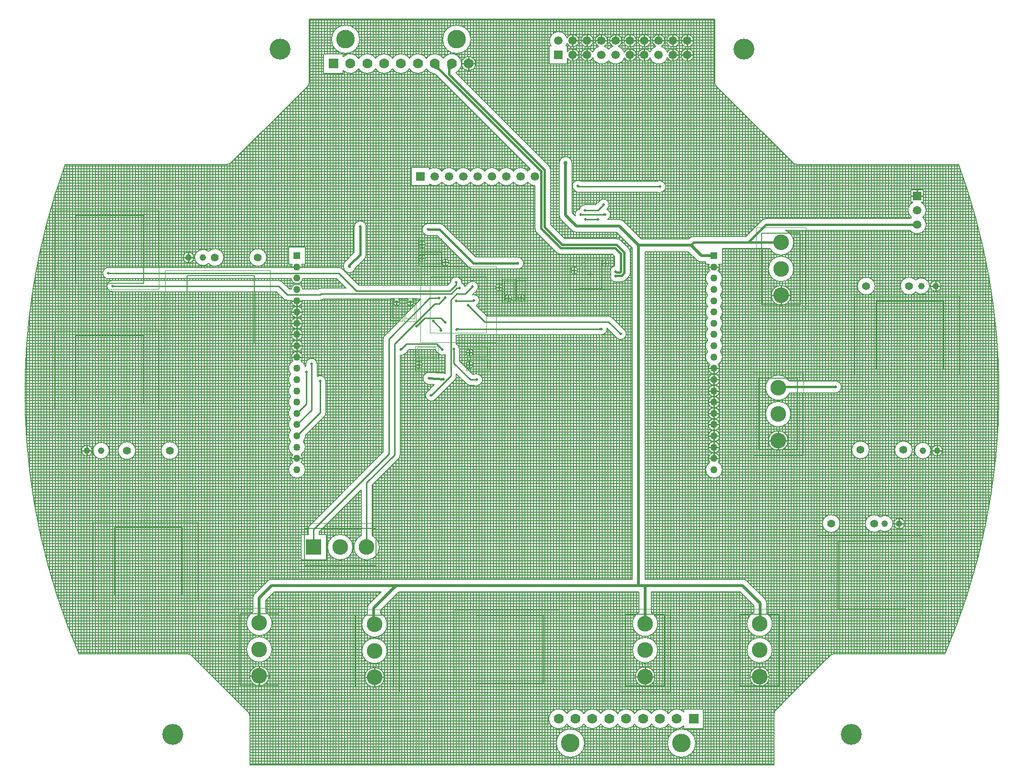
<source format=gbl>
G04*
G04 #@! TF.GenerationSoftware,Altium Limited,Altium Designer,19.1.5 (86)*
G04*
G04 Layer_Physical_Order=2*
G04 Layer_Color=16711680*
%FSLAX24Y24*%
%MOIN*%
G70*
G01*
G75*
%ADD10C,0.0079*%
%ADD11C,0.0100*%
%ADD15C,0.0039*%
%ADD18C,0.0200*%
%ADD19C,0.0080*%
%ADD21C,0.0020*%
%ADD53C,0.0150*%
%ADD57C,0.1093*%
%ADD58R,0.0591X0.0591*%
%ADD59C,0.0591*%
%ADD60R,0.1093X0.1093*%
%ADD61C,0.0500*%
%ADD62R,0.0500X0.0500*%
%ADD63C,0.0460*%
%ADD64R,0.0700X0.0700*%
%ADD65C,0.0700*%
%ADD66C,0.1300*%
%ADD67C,0.1460*%
%ADD68R,0.0591X0.0591*%
%ADD69C,0.0551*%
%ADD70C,0.0200*%
%ADD71C,0.0300*%
G36*
X32629Y38780D02*
X32624Y38784D01*
X32619Y38787D01*
X32614Y38790D01*
X32607Y38793D01*
X32600Y38795D01*
X32592Y38797D01*
X32584Y38798D01*
X32574Y38799D01*
X32553Y38800D01*
Y38900D01*
X32564Y38900D01*
X32584Y38902D01*
X32592Y38903D01*
X32600Y38905D01*
X32607Y38907D01*
X32614Y38910D01*
X32619Y38913D01*
X32624Y38916D01*
X32629Y38920D01*
Y38780D01*
D02*
G37*
G36*
X21309Y30831D02*
X21180Y30821D01*
X21182Y30824D01*
X21183Y30828D01*
X21183Y30832D01*
X21182Y30837D01*
X21180Y30842D01*
X21177Y30848D01*
X21173Y30854D01*
X21167Y30861D01*
X21161Y30868D01*
X21153Y30876D01*
X21243Y30928D01*
X21309Y30831D01*
D02*
G37*
G36*
X32379Y30780D02*
X32374Y30784D01*
X32369Y30787D01*
X32364Y30790D01*
X32357Y30793D01*
X32350Y30795D01*
X32342Y30797D01*
X32334Y30798D01*
X32324Y30799D01*
X32303Y30800D01*
Y30900D01*
X32314Y30900D01*
X32334Y30902D01*
X32342Y30903D01*
X32350Y30905D01*
X32357Y30907D01*
X32364Y30910D01*
X32369Y30913D01*
X32374Y30916D01*
X32379Y30920D01*
Y30780D01*
D02*
G37*
G36*
X22510Y30800D02*
X22499Y30800D01*
X22489Y30799D01*
X22480Y30798D01*
X22473Y30796D01*
X22466Y30794D01*
X22460Y30791D01*
X22455Y30788D01*
X22451Y30784D01*
X22449Y30780D01*
X22447Y30775D01*
X22381Y30895D01*
X22497Y30900D01*
X22510Y30800D01*
D02*
G37*
G36*
X23679Y27230D02*
X23674Y27234D01*
X23669Y27237D01*
X23664Y27240D01*
X23657Y27243D01*
X23650Y27245D01*
X23642Y27247D01*
X23634Y27248D01*
X23624Y27249D01*
X23603Y27250D01*
Y27350D01*
X23614Y27350D01*
X23634Y27352D01*
X23642Y27353D01*
X23650Y27355D01*
X23657Y27357D01*
X23664Y27360D01*
X23669Y27363D01*
X23674Y27366D01*
X23679Y27370D01*
Y27230D01*
D02*
G37*
G36*
X21073Y48921D02*
X21055Y48937D01*
X21034Y48952D01*
X21009Y48967D01*
X20980Y48982D01*
X20948Y48996D01*
X20874Y49022D01*
X20831Y49035D01*
X20736Y49058D01*
X21150Y49319D01*
X21142Y49277D01*
X21136Y49238D01*
X21134Y49201D01*
X21135Y49166D01*
X21139Y49133D01*
X21145Y49103D01*
X21155Y49074D01*
X21169Y49048D01*
X21185Y49024D01*
X21204Y49002D01*
X21073Y48921D01*
D02*
G37*
G36*
X21725Y48961D02*
X21724Y48983D01*
X21722Y49007D01*
X21714Y49063D01*
X21700Y49131D01*
X21654Y49301D01*
X22060Y49057D01*
X22025Y49048D01*
X21993Y49037D01*
X21966Y49023D01*
X21942Y49007D01*
X21921Y48989D01*
X21905Y48968D01*
X21892Y48944D01*
X21882Y48918D01*
X21877Y48890D01*
X21875Y48859D01*
X21725Y48961D01*
D02*
G37*
G36*
X29850Y42248D02*
X29845Y42343D01*
X30055D01*
X30054Y42341D01*
X30053Y42338D01*
X30052Y42332D01*
X30051Y42317D01*
X30050Y42265D01*
X30050Y42248D01*
X29850D01*
D02*
G37*
G36*
X30947Y40750D02*
X30831Y40755D01*
X30897Y40875D01*
X30899Y40870D01*
X30901Y40866D01*
X30905Y40862D01*
X30910Y40859D01*
X30916Y40856D01*
X30923Y40854D01*
X30930Y40852D01*
X30939Y40851D01*
X30949Y40850D01*
X30960Y40850D01*
X30947Y40750D01*
D02*
G37*
G36*
X36403Y40850D02*
X36414Y40850D01*
X36434Y40852D01*
X36442Y40853D01*
X36450Y40855D01*
X36457Y40857D01*
X36464Y40860D01*
X36469Y40863D01*
X36474Y40866D01*
X36479Y40870D01*
Y40730D01*
X36474Y40734D01*
X36469Y40737D01*
X36464Y40740D01*
X36457Y40743D01*
X36450Y40745D01*
X36442Y40747D01*
X36434Y40748D01*
X36424Y40749D01*
X36403Y40750D01*
Y40850D01*
D02*
G37*
D10*
X43650Y32550D02*
X46350D01*
Y37550D01*
X43650D02*
X46350D01*
X43650Y32550D02*
Y37550D01*
X11700Y14301D02*
Y16899D01*
Y14301D02*
X16700D01*
Y16899D01*
X11700D02*
X16700D01*
X34150Y5900D02*
X36850D01*
Y10900D01*
X34150D02*
X36850D01*
X34150Y5900D02*
Y10900D01*
X42150Y5900D02*
X44850D01*
Y10900D01*
X42150D02*
X44850D01*
X42150Y5900D02*
Y10900D01*
X15250Y5850D02*
Y10850D01*
X17950D01*
Y5850D02*
Y10850D01*
X15250Y5850D02*
X17950D01*
X7200Y5950D02*
Y10950D01*
X9900D01*
Y5950D02*
Y10950D01*
X7200Y5950D02*
X9900D01*
X43450Y22400D02*
Y27400D01*
X46150D01*
Y22400D02*
Y27400D01*
X43450Y22400D02*
X46150D01*
X23688Y6088D02*
X28412D01*
Y10812D01*
X23688D02*
X28412D01*
X23688Y6088D02*
Y10812D01*
X3488Y29838D02*
X8212D01*
Y34562D01*
X3488D02*
X8212D01*
X3488Y29838D02*
Y34562D01*
X-1562Y12238D02*
Y16962D01*
X3162D01*
Y12238D02*
Y16962D01*
X-1562Y12238D02*
X3162D01*
X51638Y28038D02*
Y32762D01*
X56362D01*
Y28038D02*
Y32762D01*
X51638Y28038D02*
X56362D01*
X48988Y11288D02*
Y16012D01*
X53712D01*
Y11288D02*
Y16012D01*
X48988Y11288D02*
X53712D01*
X-4262Y25638D02*
X462D01*
Y30362D01*
X-4262D02*
X462D01*
X-4262Y25638D02*
Y30362D01*
Y34038D02*
X462D01*
Y38762D01*
X-4262D02*
X462D01*
X-4262Y34038D02*
Y38762D01*
D11*
X54500Y40150D02*
Y40545D01*
X38450Y51000D02*
X38845D01*
X38450D02*
Y51395D01*
Y50605D02*
Y51000D01*
Y50000D02*
Y50395D01*
Y50000D02*
X38845D01*
X38450Y49605D02*
Y50000D01*
X38055Y51000D02*
X38450D01*
X37450Y50605D02*
Y51000D01*
X37845D01*
X37450D02*
Y51395D01*
X37055Y51000D02*
X37450D01*
X38055Y50000D02*
X38450D01*
X37450D02*
Y50395D01*
X36450Y51000D02*
Y51395D01*
X35450Y51000D02*
Y51395D01*
X36450Y51000D02*
X36845D01*
X36055D02*
X36450D01*
X35450D02*
X35845D01*
X37450Y49605D02*
Y50000D01*
X37845D01*
X54500Y40150D02*
X54895D01*
X54105D02*
X54500D01*
X55800Y33850D02*
Y34180D01*
Y33850D02*
X56130D01*
X55470D02*
X55800D01*
Y33520D02*
Y33850D01*
X45000Y33200D02*
X45646D01*
X45000D02*
Y33846D01*
Y32553D02*
Y33200D01*
X44354D02*
X45000D01*
X39964Y35186D02*
X40314D01*
X40664D01*
X34450Y51000D02*
Y51395D01*
X33450Y51000D02*
Y51395D01*
X35055Y51000D02*
X35450D01*
X34055D02*
X34450D01*
X34845D01*
X35450Y50605D02*
Y51000D01*
X34450Y50605D02*
Y51000D01*
X33055D02*
X33450D01*
X33845D01*
X32450D02*
Y51395D01*
X31450Y51000D02*
Y51395D01*
X32450Y51000D02*
X32845D01*
X32055D02*
X32450D01*
X31055D02*
X31450D01*
X31845D01*
X31450Y50605D02*
Y51000D01*
X35450Y50000D02*
Y50395D01*
Y49605D02*
Y50000D01*
X34450Y49605D02*
Y50000D01*
Y50395D01*
X35055Y50000D02*
X35450D01*
X34450D02*
X34845D01*
X31450D02*
Y50395D01*
Y49605D02*
Y50000D01*
X31055D02*
X31450D01*
X30450Y51000D02*
Y51395D01*
Y51000D02*
X30845D01*
X30450Y50605D02*
Y51000D01*
Y50000D02*
Y50395D01*
Y49605D02*
Y50000D01*
X30845D01*
X32738Y35450D02*
Y35650D01*
Y35450D02*
X32938D01*
X32538D02*
X32738D01*
Y35250D02*
Y35450D01*
X30550Y34950D02*
X30750D01*
X30550D02*
Y35150D01*
X30350Y34950D02*
X30550D01*
Y34750D02*
Y34950D01*
X26650Y33037D02*
X26850D01*
X27050D01*
X26850D02*
Y33237D01*
Y32837D02*
Y33037D01*
X25950Y33019D02*
X26150D01*
X25950D02*
Y33219D01*
X25750Y33019D02*
X25950D01*
Y32819D02*
Y33019D01*
X55900Y22350D02*
X56230D01*
X55570D02*
X55900D01*
Y22680D01*
Y22020D02*
Y22350D01*
X44800Y23050D02*
X45446D01*
X44800D02*
Y23696D01*
X44154Y23050D02*
X44800D01*
Y22403D02*
Y23050D01*
X53250Y17250D02*
X53580D01*
X53250D02*
Y17580D01*
X52920Y17250D02*
X53250D01*
Y16920D02*
Y17250D01*
X43500Y6550D02*
Y7196D01*
Y6550D02*
X44146D01*
X43500Y5903D02*
Y6550D01*
X42854D02*
X43500D01*
X40314Y28100D02*
X40664D01*
X40314Y27312D02*
X40664D01*
X40314Y26525D02*
X40664D01*
X40314Y25737D02*
X40664D01*
X40314Y24950D02*
X40664D01*
X40314Y24163D02*
X40664D01*
X40314Y27750D02*
Y28100D01*
Y27312D02*
Y27662D01*
Y26962D02*
Y27312D01*
Y26525D02*
Y26875D01*
Y26175D02*
Y26525D01*
X39964Y28100D02*
X40314D01*
X39964Y27312D02*
X40314D01*
X39964Y26525D02*
X40314D01*
Y25737D02*
Y26087D01*
Y25387D02*
Y25737D01*
Y24950D02*
Y25300D01*
Y24600D02*
Y24950D01*
Y24163D02*
Y24513D01*
X39964Y25737D02*
X40314D01*
X39964Y24950D02*
X40314D01*
Y23813D02*
Y24163D01*
X39964D02*
X40314D01*
Y23375D02*
X40664D01*
X40314Y22588D02*
Y22938D01*
Y22588D02*
X40664D01*
X39964D02*
X40314D01*
Y21800D02*
X40664D01*
X40314Y22238D02*
Y22588D01*
Y21800D02*
Y22150D01*
X39964Y21800D02*
X40314D01*
Y23375D02*
Y23725D01*
X39964Y23375D02*
X40314D01*
Y23025D02*
Y23375D01*
X35500Y6550D02*
X36146D01*
X35500D02*
Y7196D01*
Y5904D02*
Y6550D01*
X34854D02*
X35500D01*
X23170Y49400D02*
X23620D01*
X23170D02*
Y49850D01*
X22720Y49400D02*
X23170D01*
Y48950D02*
Y49400D01*
X21550Y35500D02*
Y35700D01*
Y35500D02*
X21750D01*
X21350D02*
X21550D01*
Y35300D02*
Y35500D01*
X25300Y33750D02*
X25500D01*
X25300D02*
Y33950D01*
Y33550D02*
Y33750D01*
X25100D02*
X25300D01*
X19919Y36750D02*
Y36950D01*
Y36750D02*
X20119D01*
X19919Y36550D02*
Y36750D01*
Y35800D02*
Y36000D01*
Y35800D02*
X20119D01*
X19719D02*
X19919D01*
Y35600D02*
Y35800D01*
X19719Y36750D02*
X19919D01*
X19100Y32731D02*
X19300D01*
X18900D02*
X19100D01*
Y32531D02*
Y32731D01*
X18150Y32531D02*
Y32731D01*
X17950D02*
X18150D01*
X18350D01*
X3606Y35850D02*
Y36180D01*
Y35850D02*
X3936D01*
X3276D02*
X3606D01*
Y35520D02*
Y35850D01*
X10830Y35186D02*
X11180D01*
X11530D01*
X11180Y32824D02*
X11530D01*
X11180Y32037D02*
X11530D01*
X11180Y31249D02*
X11530D01*
X11180Y30462D02*
X11530D01*
X11180Y29674D02*
X11530D01*
X11180Y32474D02*
Y32824D01*
Y32037D02*
Y32387D01*
Y31687D02*
Y32037D01*
Y31249D02*
Y31599D01*
X10830Y32824D02*
X11180D01*
X10830Y32037D02*
X11180D01*
Y30899D02*
Y31249D01*
Y30462D02*
Y30812D01*
Y30112D02*
Y30462D01*
X10830Y31249D02*
X11180D01*
X10830Y30462D02*
X11180D01*
X10830Y29674D02*
X11180D01*
Y29324D02*
Y29674D01*
Y30024D01*
X23250Y29200D02*
X23450D01*
X23250D02*
Y29400D01*
X23050Y29200D02*
X23250D01*
Y29000D02*
Y29200D01*
Y28350D02*
Y28550D01*
Y28150D02*
Y28350D01*
X23450D01*
X23050D02*
X23250D01*
X19700Y28150D02*
Y28350D01*
Y28550D01*
X19500Y28350D02*
X19700D01*
X19900D01*
X16600Y6500D02*
X17246D01*
X16600D02*
Y7146D01*
Y5853D02*
Y6500D01*
X15954D02*
X16600D01*
X11180Y28887D02*
X11530D01*
X10830D02*
X11180D01*
Y29237D01*
X-3500Y22350D02*
Y22680D01*
Y22350D02*
X-3170D01*
X-3500Y22020D02*
Y22350D01*
X-3830D02*
X-3500D01*
X10830Y21800D02*
X11180D01*
X11530D01*
X8550Y6600D02*
X9196D01*
X8550D02*
Y7246D01*
Y5954D02*
Y6600D01*
X7904D02*
X8550D01*
X12350Y15600D02*
Y16850D01*
X16050Y20100D02*
X18000Y22050D01*
X16050Y15600D02*
Y20100D01*
X12350Y16850D02*
X17600Y22100D01*
X12800Y24995D02*
Y27200D01*
X11180Y23375D02*
X12800Y24995D01*
X11180Y24163D02*
X12200Y25183D01*
Y28400D01*
X20789Y32600D02*
X21087D01*
X18000Y29811D02*
X20789Y32600D01*
X18000Y22050D02*
Y29811D01*
X20120Y31620D02*
X21230D01*
X11180Y24950D02*
X11850Y25620D01*
Y27850D01*
X12801Y33251D02*
X12870Y33320D01*
X9900Y33850D02*
X10499Y33251D01*
X-1700Y33850D02*
X9900D01*
X10499Y33251D02*
X12801D01*
X14091Y34759D02*
X15340Y33510D01*
X-1991Y34759D02*
X14091D01*
X-2000Y34750D02*
X-1991Y34759D01*
X32200Y39150D02*
X32600Y39550D01*
X31300Y39150D02*
X32200D01*
X31000Y38850D02*
X32700D01*
X32950Y31350D02*
X33800Y30500D01*
X24300Y31350D02*
X32950D01*
X23144Y32506D02*
X24300Y31350D01*
X17600Y30150D02*
X20450Y33000D01*
X17600Y22100D02*
Y30150D01*
X22300Y32800D02*
X23473D01*
X20700Y31400D02*
X21250Y30850D01*
X21087Y32600D02*
X21537Y33050D01*
X20450Y33000D02*
X21100D01*
X12870Y33320D02*
X21970D01*
X22350Y33700D01*
X15340Y33510D02*
X21860D01*
X22300Y33950D01*
Y34100D01*
X19550Y31050D02*
X20120Y31620D01*
X31350Y38500D02*
X32200D01*
X22350Y33300D02*
X22950D01*
X21930Y32880D02*
X22350Y33300D01*
X21930Y27569D02*
Y32880D01*
X21250Y30750D02*
Y30850D01*
X22950Y33300D02*
X23450Y33800D01*
X22350Y33700D02*
X22550D01*
X18850Y29800D02*
X20950D01*
X21350Y29400D01*
X22150Y28450D02*
Y29450D01*
X23300Y27300D02*
X23750D01*
X22150Y28450D02*
X23300Y27300D01*
X21550Y33050D02*
X21562Y33038D01*
X18450Y29400D02*
X18850Y29800D01*
X20561Y26200D02*
X21930Y27569D01*
X20550Y26200D02*
X20561D01*
X21230Y31620D02*
X21550Y31300D01*
X21537Y33050D02*
X21550D01*
X22400Y30850D02*
X32450D01*
X22350Y30800D02*
X22400Y30850D01*
X23523Y32850D02*
X23550D01*
X23473Y32800D02*
X23523Y32850D01*
X30800Y40850D02*
X30827D01*
X30877Y40800D01*
X36550D01*
D15*
X31414Y35330D02*
G03*
X31414Y35330I-197J0D01*
G01*
X23170Y28665D02*
X24430D01*
Y28035D02*
Y28665D01*
X23170Y28035D02*
X24430D01*
X23170D02*
Y28665D01*
X19620Y28935D02*
X20880D01*
X19620D02*
Y29565D01*
X20880D01*
Y28935D02*
Y29565D01*
X17835Y31570D02*
Y32830D01*
X18465D01*
Y31570D02*
Y32830D01*
X17835Y31570D02*
X18465D01*
X26535Y32939D02*
Y34198D01*
X27165D01*
Y32939D02*
Y34198D01*
X26535Y32939D02*
X27165D01*
X19820Y35485D02*
X21080D01*
X19820D02*
Y36115D01*
X21080D01*
Y35485D02*
Y36115D01*
X23170Y29565D02*
X24430D01*
Y28935D02*
Y29565D01*
X23170Y28935D02*
X24430D01*
X23170D02*
Y29565D01*
X19620Y28035D02*
X20880D01*
X19620D02*
Y28665D01*
X20880D01*
Y28035D02*
Y28665D01*
X18785Y31570D02*
Y32830D01*
X19415D01*
Y31570D02*
Y32830D01*
X18785Y31570D02*
X19415D01*
X25635Y32920D02*
Y34180D01*
X26265D01*
Y32920D02*
Y34180D01*
X25635Y32920D02*
X26265D01*
X19820Y36435D02*
X21080D01*
X19820D02*
Y37065D01*
X21080D01*
Y36435D02*
Y37065D01*
X20482Y34322D02*
X20678Y34518D01*
X20482Y30582D02*
Y34518D01*
Y30582D02*
X24418D01*
Y34518D01*
X20482D02*
X24418D01*
X30863Y33716D02*
X32437D01*
X30863Y35684D02*
X32437D01*
Y33716D02*
Y35684D01*
X30863Y33716D02*
Y35684D01*
X43256Y32156D02*
X46744D01*
Y37944D01*
X43256D02*
X46744D01*
X43256Y32156D02*
Y37944D01*
X11306Y13907D02*
Y17293D01*
Y13907D02*
X17094D01*
Y17293D01*
X11306D02*
X17094D01*
X33756Y5507D02*
X37244D01*
Y11294D01*
X33756D02*
X37244D01*
X33756Y5507D02*
Y11294D01*
X41756Y5506D02*
X45244D01*
Y11294D01*
X41756D02*
X45244D01*
X41756Y5506D02*
Y11294D01*
X14856Y5456D02*
Y11244D01*
X18344D01*
Y5456D02*
Y11244D01*
X14856Y5456D02*
X18344D01*
X6806Y5557D02*
Y11344D01*
X10294D01*
Y5557D02*
Y11344D01*
X6806Y5557D02*
X10294D01*
X43056Y22006D02*
Y27794D01*
X46544D01*
Y22006D02*
Y27794D01*
X43056Y22006D02*
X46544D01*
X22172Y11206D02*
X29495D01*
Y5694D02*
Y11206D01*
X22172Y5694D02*
X29495D01*
X22172D02*
Y11206D01*
X1972Y34956D02*
X9295D01*
Y29444D02*
Y34956D01*
X1972Y29444D02*
X9295D01*
X1972D02*
Y34956D01*
X-3078Y11844D02*
Y17356D01*
Y11844D02*
X4245D01*
Y17356D01*
X-3078D02*
X4245D01*
X50122Y27644D02*
Y33156D01*
Y27644D02*
X57445D01*
Y33156D01*
X50122D02*
X57445D01*
X47472Y10894D02*
Y16406D01*
Y10894D02*
X54795D01*
Y16406D01*
X47472D02*
X54795D01*
X-5778Y30756D02*
X1545D01*
Y25244D02*
Y30756D01*
X-5778Y25244D02*
X1545D01*
X-5778D02*
Y30756D01*
X31650Y34503D02*
Y34897D01*
X31453Y34700D02*
X31847D01*
X-5778Y39156D02*
X1545D01*
Y33644D02*
Y39156D01*
X-5778Y33644D02*
X1545D01*
X-5778D02*
Y39156D01*
D18*
X35500Y10351D02*
X35550Y10301D01*
X35100Y12917D02*
X35500D01*
X34900D02*
X35100D01*
X35051Y12966D02*
X35100Y12917D01*
X18117D02*
X34900D01*
X34901Y12918D01*
X35051Y12966D02*
Y36700D01*
X38700D01*
X39426Y35974D01*
X40314D01*
X43550Y10301D02*
Y11684D01*
X42317Y12917D02*
X43550Y11684D01*
X35500Y12917D02*
X42317D01*
X35500Y10351D02*
Y12917D01*
X9417D02*
X18117D01*
X16550Y11350D02*
X18117Y12917D01*
X16550Y10301D02*
Y11350D01*
X8550Y10301D02*
Y12050D01*
X9417Y12917D01*
X33691Y38060D02*
X35051Y36700D01*
X30690Y38060D02*
X33691D01*
X29950Y38800D02*
X30690Y38060D01*
X29950Y38800D02*
Y42450D01*
D19*
X45824Y42474D02*
G03*
X46100Y42360I276J276D01*
G01*
X45824Y42474D02*
G03*
X46100Y42360I276J276D01*
G01*
X40360Y48100D02*
G03*
X40474Y47824I390J0D01*
G01*
X40360Y48100D02*
G03*
X40474Y47824I390J0D01*
G01*
X38885Y51000D02*
G03*
X38885Y51000I-435J0D01*
G01*
X37885D02*
G03*
X37885Y51000I-435J0D01*
G01*
Y50000D02*
G03*
X37057Y50187I-435J0D01*
G01*
X36885Y51000D02*
G03*
X36263Y50607I-435J0D01*
G01*
X35885Y51000D02*
G03*
X35885Y51000I-435J0D01*
G01*
X36637Y50607D02*
G03*
X36885Y51000I-187J393D01*
G01*
X37057Y50187D02*
G03*
X36637Y50607I-607J-187D01*
G01*
X36263D02*
G03*
X35843Y50187I187J-607D01*
G01*
X38885Y50000D02*
G03*
X38885Y50000I-435J0D01*
G01*
X37057Y49813D02*
G03*
X37885Y50000I393J187D01*
G01*
X35843Y49813D02*
G03*
X37057Y49813I607J187D01*
G01*
X35843Y50187D02*
G03*
X35843Y49813I-393J-187D01*
G01*
X36940Y40800D02*
G03*
X36606Y41186I-390J0D01*
G01*
Y40414D02*
G03*
X36940Y40800I-56J386D01*
G01*
X55135Y38150D02*
G03*
X54892Y38650I-635J0D01*
G01*
X54019Y37735D02*
G03*
X55135Y38150I481J415D01*
G01*
Y39150D02*
G03*
X54791Y39715I-635J0D01*
G01*
X54892Y38650D02*
G03*
X55135Y39150I-392J500D01*
G01*
X54209Y39715D02*
G03*
X54108Y38650I291J-565D01*
G01*
D02*
G03*
X54019Y38565I392J-500D01*
G01*
X43950D02*
G03*
X43656Y38443I0J-415D01*
G01*
X43950Y38565D02*
G03*
X43656Y38443I0J-415D01*
G01*
X45886Y36900D02*
G03*
X45298Y37735I-886J0D01*
G01*
X44217Y36485D02*
G03*
X45886Y36900I783J415D01*
G01*
X56170Y33850D02*
G03*
X56170Y33850I-370J0D01*
G01*
X54407Y34263D02*
G03*
X54407Y33437I-457J-413D01*
G01*
X55370Y33850D02*
G03*
X54407Y34263I-570J0D01*
G01*
Y33437D02*
G03*
X55370Y33850I393J413D01*
G01*
X51566D02*
G03*
X51566Y33850I-616J0D01*
G01*
X45886Y35050D02*
G03*
X45886Y35050I-886J0D01*
G01*
X45686Y33200D02*
G03*
X45686Y33200I-686J0D01*
G01*
X40704Y35186D02*
G03*
X40650Y35384I-390J0D01*
G01*
X38900Y37315D02*
G03*
X38607Y37194I0J-415D01*
G01*
X38900Y37315D02*
G03*
X38607Y37193I0J-415D01*
G01*
X39115Y35663D02*
G03*
X39426Y35534I311J311D01*
G01*
X39115Y35663D02*
G03*
X39426Y35534I311J311D01*
G01*
X40904Y34399D02*
G03*
X40596Y34917I-590J0D01*
G01*
X40753Y34005D02*
G03*
X40904Y34399I-439J394D01*
G01*
Y33611D02*
G03*
X40753Y34005I-590J0D01*
G01*
Y33218D02*
G03*
X40904Y33611I-439J394D01*
G01*
Y32824D02*
G03*
X40753Y33218I-590J0D01*
G01*
X40753Y32430D02*
G03*
X40904Y32824I-439J394D01*
G01*
Y32037D02*
G03*
X40753Y32430I-590J0D01*
G01*
X40753Y31643D02*
G03*
X40904Y32037I-439J394D01*
G01*
Y31249D02*
G03*
X40753Y31643I-590J0D01*
G01*
X40596Y34917D02*
G03*
X40704Y35186I-282J269D01*
G01*
X39978Y35384D02*
G03*
X40032Y34917I336J-197D01*
G01*
D02*
G03*
X39874Y34005I282J-518D01*
G01*
D02*
G03*
X39874Y33218I439J-394D01*
G01*
Y33218D02*
G03*
X39874Y32430I439J-394D01*
G01*
D02*
G03*
X39874Y31643I439J-394D01*
G01*
X34885Y51000D02*
G03*
X34885Y51000I-435J0D01*
G01*
X33885D02*
G03*
X33263Y50607I-435J0D01*
G01*
X33637D02*
G03*
X33885Y51000I-187J393D01*
G01*
X32885D02*
G03*
X32263Y50607I-435J0D01*
G01*
X31885Y51000D02*
G03*
X31885Y51000I-435J0D01*
G01*
X32637Y50607D02*
G03*
X32885Y51000I-187J393D01*
G01*
X34885Y50000D02*
G03*
X34057Y50187I-435J0D01*
G01*
D02*
G03*
X33637Y50607I-607J-187D01*
G01*
X34057Y49813D02*
G03*
X34885Y50000I393J187D01*
G01*
X32950Y49608D02*
G03*
X34057Y49813I500J392D01*
G01*
X32950Y50392D02*
G03*
X32637Y50607I-500J-392D01*
G01*
X33263D02*
G03*
X32950Y50392I187J-607D01*
G01*
X32263Y50607D02*
G03*
X31843Y50187I187J-607D01*
G01*
Y49813D02*
G03*
X32950Y49608I607J187D01*
G01*
X31843Y50187D02*
G03*
X31843Y49813I-393J-187D01*
G01*
X30885Y51000D02*
G03*
X30057Y51187I-435J0D01*
G01*
Y50813D02*
G03*
X30885Y51000I393J187D01*
G01*
Y50000D02*
G03*
X30085Y50238I-435J0D01*
G01*
Y49762D02*
G03*
X30885Y50000I365J238D01*
G01*
X29970Y50635D02*
G03*
X30057Y50813I-520J365D01*
G01*
Y51187D02*
G03*
X28930Y50635I-607J-187D01*
G01*
X30390Y42450D02*
G03*
X29510Y42450I-440J0D01*
G01*
X31000Y41200D02*
G03*
X30827Y41240I-173J-350D01*
G01*
X31000Y41200D02*
G03*
X30827Y41240I-173J-350D01*
G01*
X30800D02*
G03*
X30570Y40535I0J-390D01*
G01*
X28895Y41973D02*
G03*
X28773Y42267I-415J0D01*
G01*
X28895Y41973D02*
G03*
X28774Y42267I-415J0D01*
G01*
X27470Y42043D02*
G03*
X27300Y41892I330J-543D01*
G01*
Y41108D02*
G03*
X27815Y40865I500J392D01*
G01*
X27300Y41892D02*
G03*
X26300Y41892I-500J-392D01*
G01*
Y41108D02*
G03*
X27300Y41108I500J392D01*
G01*
X32876Y39274D02*
G03*
X32990Y39550I-276J276D01*
G01*
X33090Y38850D02*
G03*
X32822Y39220I-390J0D01*
G01*
X34002Y38371D02*
G03*
X33691Y38500I-311J-311D01*
G01*
X32872D02*
G03*
X33090Y38850I-172J350D01*
G01*
X34002Y38371D02*
G03*
X33691Y38500I-311J-311D01*
G01*
X33797Y37043D02*
G03*
X33504Y37165I-293J-293D01*
G01*
X33797Y37043D02*
G03*
X33504Y37165I-294J-293D01*
G01*
X32990Y39550D02*
G03*
X32324Y39826I-390J0D01*
G01*
X31300Y39540D02*
G03*
X30919Y39231I0J-390D01*
G01*
X34465Y36204D02*
G03*
X34343Y36497I-415J0D01*
G01*
X34465Y36204D02*
G03*
X34343Y36497I-415J0D01*
G01*
X34343Y34478D02*
G03*
X34465Y34771I-293J294D01*
G01*
X34343Y34478D02*
G03*
X34465Y34771I-293J293D01*
G01*
X33854Y34160D02*
G03*
X34147Y34282I0J415D01*
G01*
X33854Y34160D02*
G03*
X34147Y34282I0J415D01*
G01*
X33063Y34700D02*
G03*
X33592Y34160I387J-150D01*
G01*
X33385Y35260D02*
G03*
X33063Y34700I65J-410D01*
G01*
X33226Y31626D02*
G03*
X32950Y31740I-276J-276D01*
G01*
X33226Y31626D02*
G03*
X32950Y31740I-276J-276D01*
G01*
X32978Y35450D02*
G03*
X32978Y35450I-240J0D01*
G01*
X30919Y39231D02*
G03*
X30623Y38749I81J-381D01*
G01*
X30379Y37749D02*
G03*
X30690Y37620I311J311D01*
G01*
X30379Y37749D02*
G03*
X30690Y37620I311J311D01*
G01*
X29510Y38800D02*
G03*
X29639Y38489I440J0D01*
G01*
X29510Y38800D02*
G03*
X29639Y38489I440J0D01*
G01*
X29303Y36207D02*
G03*
X29596Y36085I294J293D01*
G01*
X29303Y36207D02*
G03*
X29596Y36085I293J293D01*
G01*
X27815Y37866D02*
G03*
X27937Y37573I415J0D01*
G01*
X27815Y37866D02*
G03*
X27937Y37572I415J0D01*
G01*
X30790Y34950D02*
G03*
X30790Y34950I-240J0D01*
G01*
X26600Y35035D02*
G03*
X27015Y35450I0J415D01*
G01*
X27090Y33037D02*
G03*
X27090Y33037I-240J0D01*
G01*
X27015Y35450D02*
G03*
X26600Y35865I-415J0D01*
G01*
X26190Y33019D02*
G03*
X26190Y33019I-240J0D01*
G01*
X60220Y26450D02*
G03*
X57401Y42360I-46310J0D01*
G01*
X49215Y26801D02*
G03*
X48800Y27216I-415J0D01*
G01*
Y26386D02*
G03*
X49215Y26801I0J415D01*
G01*
X56447Y8140D02*
G03*
X60220Y26450I-42537J18310D01*
G01*
X56270Y22350D02*
G03*
X56270Y22350I-370J0D01*
G01*
X54166Y22400D02*
G03*
X54166Y22400I-616J0D01*
G01*
X55470Y22350D02*
G03*
X55470Y22350I-570J0D01*
G01*
X51166Y22400D02*
G03*
X51166Y22400I-616J0D01*
G01*
X45554Y27216D02*
G03*
X45608Y26386I-754J-465D01*
G01*
X45686Y24900D02*
G03*
X45686Y24900I-886J0D01*
G01*
X45486Y23050D02*
G03*
X45486Y23050I-686J0D01*
G01*
X53620Y17250D02*
G03*
X53620Y17250I-370J0D01*
G01*
X52820D02*
G03*
X51911Y17708I-570J0D01*
G01*
Y16792D02*
G03*
X52820Y17250I339J458D01*
G01*
X51911Y17708D02*
G03*
X51911Y16792I-411J-458D01*
G01*
X49116Y17250D02*
G03*
X49116Y17250I-616J0D01*
G01*
X44386Y10250D02*
G03*
X43990Y10989I-886J0D01*
G01*
Y11684D02*
G03*
X43861Y11995I-440J0D01*
G01*
X43990Y11684D02*
G03*
X43861Y11995I-440J0D01*
G01*
X48700Y8140D02*
G03*
X48424Y8026I0J-390D01*
G01*
X48700Y8140D02*
G03*
X48424Y8026I0J-390D01*
G01*
X44624Y4226D02*
G03*
X44510Y3950I276J-276D01*
G01*
X44624Y4226D02*
G03*
X44510Y3950I276J-276D01*
G01*
X42628Y13228D02*
G03*
X42317Y13357I-311J-311D01*
G01*
X42628Y13228D02*
G03*
X42317Y13357I-311J-311D01*
G01*
X43110Y11046D02*
G03*
X44386Y10250I390J-796D01*
G01*
Y8400D02*
G03*
X44386Y8400I-886J0D01*
G01*
X44186Y6550D02*
G03*
X44186Y6550I-686J0D01*
G01*
X40753Y30856D02*
G03*
X40904Y31249I-439J394D01*
G01*
Y30462D02*
G03*
X40753Y30856I-590J0D01*
G01*
Y30068D02*
G03*
X40904Y30462I-439J394D01*
G01*
Y29674D02*
G03*
X40753Y30068I-590J0D01*
G01*
Y29281D02*
G03*
X40904Y29674I-439J394D01*
G01*
Y28887D02*
G03*
X40753Y29281I-590J0D01*
G01*
X40596Y28369D02*
G03*
X40904Y28887I-282J518D01*
G01*
X40704Y28100D02*
G03*
X40596Y28369I-390J0D01*
G01*
X40032D02*
G03*
X40704Y28100I282J-269D01*
G01*
Y27312D02*
G03*
X40704Y27312I-390J0D01*
G01*
Y26525D02*
G03*
X40704Y26525I-390J0D01*
G01*
Y25737D02*
G03*
X40704Y25737I-390J0D01*
G01*
Y24950D02*
G03*
X40704Y24950I-390J0D01*
G01*
Y24163D02*
G03*
X40704Y24163I-390J0D01*
G01*
X39874Y30068D02*
G03*
X39874Y29281I439J-394D01*
G01*
Y29281D02*
G03*
X40032Y28369I439J-394D01*
G01*
X39874Y31643D02*
G03*
X39874Y30856I439J-394D01*
G01*
D02*
G03*
X39874Y30068I439J-394D01*
G01*
X40704Y23375D02*
G03*
X40704Y23375I-390J0D01*
G01*
Y22588D02*
G03*
X40704Y22588I-390J0D01*
G01*
X40596Y21531D02*
G03*
X40704Y21800I-282J269D01*
G01*
X40904Y21013D02*
G03*
X40596Y21531I-590J0D01*
G01*
X40704Y21800D02*
G03*
X40032Y21531I-390J0D01*
G01*
D02*
G03*
X40904Y21013I282J-518D01*
G01*
X34190Y30500D02*
G03*
X34076Y30776I-390J0D01*
G01*
X33524Y30224D02*
G03*
X34190Y30500I276J276D01*
G01*
X32840Y30850D02*
G03*
X32835Y30914I-390J0D01*
G01*
X32506Y30464D02*
G03*
X32840Y30850I-56J386D01*
G01*
X36386Y10251D02*
G03*
X35940Y11020I-886J0D01*
G01*
X36186Y6550D02*
G03*
X36186Y6550I-686J0D01*
G01*
X38205Y4086D02*
G03*
X37125Y3958I-490J-486D01*
G01*
X39035Y1900D02*
G03*
X39035Y1900I-990J0D01*
G01*
X37125Y3242D02*
G03*
X38205Y3114I590J358D01*
G01*
X35945Y3242D02*
G03*
X37125Y3242I590J358D01*
G01*
Y3958D02*
G03*
X35945Y3958I-590J-358D01*
G01*
D02*
G03*
X34765Y3958I-590J-358D01*
G01*
Y3242D02*
G03*
X35945Y3242I590J358D01*
G01*
X35060Y11020D02*
G03*
X36386Y10251I440J-769D01*
G01*
Y8400D02*
G03*
X36386Y8400I-886J0D01*
G01*
X32405Y3958D02*
G03*
X31225Y3958I-590J-358D01*
G01*
X34765D02*
G03*
X33585Y3958I-590J-358D01*
G01*
Y3242D02*
G03*
X34765Y3242I590J358D01*
G01*
X33585Y3958D02*
G03*
X32405Y3958I-590J-358D01*
G01*
Y3242D02*
G03*
X33585Y3242I590J358D01*
G01*
X31225D02*
G03*
X32405Y3242I590J358D01*
G01*
X31225Y3958D02*
G03*
X30045Y3958I-590J-358D01*
G01*
Y3242D02*
G03*
X31225Y3242I590J358D01*
G01*
X30045Y3958D02*
G03*
X30045Y3242I-590J-358D01*
G01*
X31275Y1900D02*
G03*
X31275Y1900I-990J0D01*
G01*
X23660Y49400D02*
G03*
X22680Y49400I-490J0D01*
G01*
D02*
G03*
X23660Y49400I490J0D01*
G01*
X22271Y48770D02*
G03*
X22680Y49400I-281J630D01*
G01*
X26300Y41892D02*
G03*
X25300Y41892I-500J-392D01*
G01*
Y41108D02*
G03*
X26300Y41108I500J392D01*
G01*
X25300Y41892D02*
G03*
X24300Y41892I-500J-392D01*
G01*
Y41108D02*
G03*
X25300Y41108I500J392D01*
G01*
X24300Y41892D02*
G03*
X23300Y41892I-500J-392D01*
G01*
Y41108D02*
G03*
X24300Y41108I500J392D01*
G01*
X23300Y41892D02*
G03*
X22300Y41892I-500J-392D01*
G01*
Y41108D02*
G03*
X23300Y41108I500J392D01*
G01*
X23330Y51100D02*
G03*
X23330Y51100I-990J0D01*
G01*
X22680Y49400D02*
G03*
X21400Y49758I-690J0D01*
G01*
D02*
G03*
X20220Y49758I-590J-358D01*
G01*
D02*
G03*
X19040Y49758I-590J-358D01*
G01*
Y49042D02*
G03*
X20220Y49042I590J358D01*
G01*
D02*
G03*
X20633Y48733I590J358D01*
G01*
X19040Y49758D02*
G03*
X17860Y49758I-590J-358D01*
G01*
Y49042D02*
G03*
X19040Y49042I590J358D01*
G01*
X22300Y41892D02*
G03*
X21300Y41892I-500J-392D01*
G01*
Y41108D02*
G03*
X22300Y41108I500J392D01*
G01*
X21300Y41892D02*
G03*
X20435Y42020I-500J-392D01*
G01*
Y40980D02*
G03*
X21300Y41108I365J520D01*
G01*
X23207Y35157D02*
G03*
X23500Y35035I293J293D01*
G01*
X23206Y35157D02*
G03*
X23500Y35035I294J293D01*
G01*
X22690Y34100D02*
G03*
X21910Y34112I-390J0D01*
G01*
X25540Y33750D02*
G03*
X25540Y33750I-240J0D01*
G01*
X23726Y33524D02*
G03*
X23840Y33800I-276J276D01*
G01*
X22920Y33822D02*
G03*
X22690Y34064I-370J-122D01*
G01*
X23840Y33800D02*
G03*
X23174Y34076I-390J0D01*
G01*
X23523Y33240D02*
G03*
X23430Y33229I0J-390D01*
G01*
X23940Y32850D02*
G03*
X23550Y33240I-390J0D01*
G01*
X23523D02*
G03*
X23430Y33229I0J-390D01*
G01*
X23722Y32500D02*
G03*
X23940Y32850I-172J350D01*
G01*
X22320Y30411D02*
G03*
X22491Y30436I30J389D01*
G01*
X22540Y29450D02*
G03*
X22320Y29801I-390J0D01*
G01*
X21443Y38093D02*
G03*
X21150Y38215I-293J-293D01*
G01*
X21444Y38093D02*
G03*
X21150Y38215I-294J-293D01*
G01*
X20350D02*
G03*
X20350Y37385I0J-415D01*
G01*
X20159Y36750D02*
G03*
X20159Y36750I-240J0D01*
G01*
Y35800D02*
G03*
X20159Y35800I-240J0D01*
G01*
X21790Y35500D02*
G03*
X21790Y35500I-240J0D01*
G01*
X19340Y32731D02*
G03*
X19235Y32930I-240J0D01*
G01*
X18965D02*
G03*
X19340Y32731I135J-199D01*
G01*
X18015Y32930D02*
G03*
X18390Y32731I135J-199D01*
G01*
D02*
G03*
X18285Y32930I-240J0D01*
G01*
X16680Y49758D02*
G03*
X15500Y49758I-590J-358D01*
G01*
X17860D02*
G03*
X16680Y49758I-590J-358D01*
G01*
X15570Y51100D02*
G03*
X15570Y51100I-990J0D01*
G01*
X15500Y49758D02*
G03*
X14420Y49886I-590J-358D01*
G01*
X16680Y49042D02*
G03*
X17860Y49042I590J358D01*
G01*
X15500D02*
G03*
X16680Y49042I590J358D01*
G01*
X14420Y48914D02*
G03*
X15500Y49042I490J486D01*
G01*
X16015Y37931D02*
G03*
X16020Y37995I-410J64D01*
G01*
X15893Y35757D02*
G03*
X16015Y36050I-293J293D01*
G01*
X15893Y35756D02*
G03*
X16015Y36050I-293J294D01*
G01*
X16020Y37995D02*
G03*
X15312Y38288I-415J0D01*
G01*
X15307Y38283D02*
G03*
X15185Y37990I293J-293D01*
G01*
X15307Y38283D02*
G03*
X15185Y37990I293J-293D01*
G01*
X14557Y35594D02*
G03*
X14435Y35300I293J-294D01*
G01*
X14557Y35593D02*
G03*
X14435Y35300I293J-293D01*
G01*
X11926Y47824D02*
G03*
X12040Y48100I-276J276D01*
G01*
X11926Y47824D02*
G03*
X12040Y48100I-276J276D01*
G01*
X6300Y42360D02*
G03*
X6576Y42474I0J390D01*
G01*
X6300Y42360D02*
G03*
X6576Y42474I0J390D01*
G01*
X6066Y35850D02*
G03*
X4996Y36266I-616J0D01*
G01*
X9066Y35850D02*
G03*
X9066Y35850I-616J0D01*
G01*
X4996Y35434D02*
G03*
X6066Y35850I454J416D01*
G01*
X4996Y36266D02*
G03*
X4996Y35434I-390J-416D01*
G01*
X3976Y35850D02*
G03*
X3976Y35850I-370J0D01*
G01*
X14435Y35200D02*
G03*
X15257Y35120I415J0D01*
G01*
X14367Y35035D02*
G03*
X14091Y35149I-276J-276D01*
G01*
X14367Y35035D02*
G03*
X14091Y35149I-276J-276D01*
G01*
X11570Y35186D02*
G03*
X11516Y35384I-390J0D01*
G01*
X11568Y35149D02*
G03*
X11570Y35186I-388J37D01*
G01*
X10791Y34369D02*
G03*
X11569Y34369I389J30D01*
G01*
X10844Y35384D02*
G03*
X10792Y35149I336J-197D01*
G01*
X12870Y33710D02*
G03*
X12649Y33641I0J-390D01*
G01*
X12870Y33710D02*
G03*
X12649Y33641I0J-390D01*
G01*
X11569D02*
G03*
X10791Y33641I-389J-30D01*
G01*
X12801Y32861D02*
G03*
X13022Y32930I0J390D01*
G01*
X12801Y32861D02*
G03*
X13022Y32930I0J390D01*
G01*
X11570Y32824D02*
G03*
X11568Y32861I-390J0D01*
G01*
X10792D02*
G03*
X11570Y32824I388J-37D01*
G01*
Y32037D02*
G03*
X11570Y32037I-390J0D01*
G01*
Y31249D02*
G03*
X11570Y31249I-390J0D01*
G01*
X17324Y30426D02*
G03*
X17210Y30150I276J-276D01*
G01*
X17324Y30426D02*
G03*
X17210Y30150I276J-276D01*
G01*
X11570Y30462D02*
G03*
X11570Y30462I-390J0D01*
G01*
Y29674D02*
G03*
X11570Y29674I-390J0D01*
G01*
X10223Y32976D02*
G03*
X10499Y32861I276J276D01*
G01*
X10223Y32976D02*
G03*
X10499Y32861I276J276D01*
G01*
X-1991Y35149D02*
G03*
X-2267Y35035I0J-390D01*
G01*
X-1991Y35149D02*
G03*
X-2267Y35035I0J-390D01*
G01*
X-2276Y35026D02*
G03*
X-1918Y34369I276J-276D01*
G01*
X10176Y34126D02*
G03*
X9900Y34240I-276J-276D01*
G01*
X10176Y34126D02*
G03*
X9900Y34240I-276J-276D01*
G01*
X-1700D02*
G03*
X-1700Y33460I0J-390D01*
G01*
X23490Y29200D02*
G03*
X23490Y29200I-240J0D01*
G01*
Y28350D02*
G03*
X23490Y28350I-240J0D01*
G01*
X24140Y27300D02*
G03*
X23806Y27686I-390J0D01*
G01*
X21074Y29124D02*
G03*
X21540Y29059I276J276D01*
G01*
Y27741D02*
G03*
X21421Y27764I-140J-391D01*
G01*
X22206Y27293D02*
G03*
X22320Y27569I-276J276D01*
G01*
X23806Y26914D02*
G03*
X24140Y27300I-56J386D01*
G01*
X23024Y27024D02*
G03*
X23300Y26910I276J276D01*
G01*
X23024Y27024D02*
G03*
X23300Y26910I276J276D01*
G01*
X22206Y27293D02*
G03*
X22320Y27569I-276J276D01*
G01*
X20421Y27814D02*
G03*
X20379Y26986I-21J-414D01*
G01*
X20561Y25810D02*
G03*
X20837Y25924I0J390D01*
G01*
X20561Y25810D02*
G03*
X20837Y25924I0J390D01*
G01*
X20335Y26525D02*
G03*
X20550Y25810I215J-325D01*
G01*
X19940Y28350D02*
G03*
X19940Y28350I-240J0D01*
G01*
X18390Y29015D02*
G03*
X18726Y29124I60J385D01*
G01*
X18276Y21774D02*
G03*
X18390Y22050I-276J276D01*
G01*
X18276Y21774D02*
G03*
X18390Y22050I-276J276D01*
G01*
X17486Y10200D02*
G03*
X16990Y10996I-886J0D01*
G01*
X16937Y15600D02*
G03*
X16440Y16396I-886J0D01*
G01*
X15660D02*
G03*
X16937Y15600I390J-796D01*
G01*
X16239Y11661D02*
G03*
X16110Y11350I311J-311D01*
G01*
X16239Y11661D02*
G03*
X16110Y11350I311J-311D01*
G01*
Y10939D02*
G03*
X17486Y10200I490J-738D01*
G01*
Y8350D02*
G03*
X17486Y8350I-886J0D01*
G01*
X17286Y6500D02*
G03*
X17286Y6500I-686J0D01*
G01*
X11462Y28618D02*
G03*
X11570Y28887I-282J269D01*
G01*
D02*
G03*
X10898Y28618I-390J0D01*
G01*
X12590Y28400D02*
G03*
X11810Y28400I-390J0D01*
G01*
X11756Y28228D02*
G03*
X11462Y28618I-576J-129D01*
G01*
X13190Y27200D02*
G03*
X12590Y27529I-390J0D01*
G01*
X11810Y28238D02*
G03*
X11756Y28228I40J-388D01*
G01*
X13076Y24719D02*
G03*
X13190Y24995I-276J276D01*
G01*
X13076Y24719D02*
G03*
X13190Y24995I-276J276D01*
G01*
X11770Y23375D02*
G03*
X11769Y23412I-590J0D01*
G01*
X11619Y22982D02*
G03*
X11770Y23375I-439J394D01*
G01*
Y22588D02*
G03*
X11619Y22982I-590J0D01*
G01*
X11462Y22070D02*
G03*
X11770Y22588I-282J518D01*
G01*
X11570Y21800D02*
G03*
X11462Y22070I-390J0D01*
G01*
X10898Y28618D02*
G03*
X10741Y27706I282J-518D01*
G01*
Y27706D02*
G03*
X10741Y26919I439J-394D01*
G01*
D02*
G03*
X10741Y26131I439J-394D01*
G01*
Y26131D02*
G03*
X10741Y25344I439J-394D01*
G01*
D02*
G03*
X10741Y24556I439J-394D01*
G01*
Y24556D02*
G03*
X10741Y23769I439J-394D01*
G01*
X10898Y22070D02*
G03*
X10898Y21531I282J-269D01*
G01*
X10741Y23769D02*
G03*
X10741Y22982I439J-394D01*
G01*
D02*
G03*
X10898Y22070I439J-394D01*
G01*
X2916Y22350D02*
G03*
X2916Y22350I-616J0D01*
G01*
X-84D02*
G03*
X-84Y22350I-616J0D01*
G01*
X-1930D02*
G03*
X-1930Y22350I-570J0D01*
G01*
X-5001Y42360D02*
G03*
X-4047Y8140I43491J-15910D01*
G01*
X-3130Y22350D02*
G03*
X-3130Y22350I-370J0D01*
G01*
X15086Y15600D02*
G03*
X15086Y15600I-886J0D01*
G01*
X12074Y17125D02*
G03*
X11960Y16850I276J-276D01*
G01*
X12074Y17125D02*
G03*
X11960Y16850I276J-276D01*
G01*
X11462Y21531D02*
G03*
X11570Y21800I-282J269D01*
G01*
X11770Y21013D02*
G03*
X11462Y21531I-590J0D01*
G01*
X10898D02*
G03*
X11770Y21013I282J-518D01*
G01*
X9417Y13357D02*
G03*
X9106Y13228I0J-440D01*
G01*
X9417Y13357D02*
G03*
X9106Y13228I0J-440D01*
G01*
X9436Y10301D02*
G03*
X8990Y11070I-886J0D01*
G01*
X8239Y12361D02*
G03*
X8110Y12050I311J-311D01*
G01*
X8239Y12361D02*
G03*
X8110Y12050I311J-311D01*
G01*
Y11070D02*
G03*
X9436Y10301I440J-769D01*
G01*
Y8450D02*
G03*
X9436Y8450I-886J0D01*
G01*
X9236Y6600D02*
G03*
X9236Y6600I-686J0D01*
G01*
X7890Y3800D02*
G03*
X7776Y4076I-390J0D01*
G01*
X7890Y3800D02*
G03*
X7776Y4076I-390J0D01*
G01*
X3826Y8026D02*
G03*
X3550Y8140I-276J-276D01*
G01*
X3826Y8026D02*
G03*
X3550Y8140I-276J-276D01*
G01*
X54700Y40585D02*
Y42360D01*
X54900Y40585D02*
Y42360D01*
X54300Y40585D02*
Y42360D01*
X54500Y40585D02*
Y42360D01*
X54100Y40585D02*
Y42360D01*
X55100Y39359D02*
Y42360D01*
X53700Y38565D02*
Y42360D01*
X53900Y39359D02*
Y42360D01*
X49500Y38565D02*
Y42360D01*
X46100D02*
X57401D01*
X49100Y38565D02*
Y42360D01*
X49300Y38565D02*
Y42360D01*
X53100Y38565D02*
Y42360D01*
X53500Y38565D02*
Y42360D01*
X52700Y38565D02*
Y42360D01*
X52900Y38565D02*
Y42360D01*
X54065Y40585D02*
X54935D01*
Y40450D02*
X58053D01*
X54935Y39715D02*
Y40585D01*
X52500Y38565D02*
Y42360D01*
X54065Y39715D02*
Y40585D01*
X52100Y38565D02*
Y42360D01*
X52300Y38565D02*
Y42360D01*
X48700Y38565D02*
Y42360D01*
X48900Y38565D02*
Y42360D01*
X48300Y38565D02*
Y42360D01*
X48500Y38565D02*
Y42360D01*
X49900Y38565D02*
Y42360D01*
X50100Y38565D02*
Y42360D01*
X49700Y38565D02*
Y42360D01*
X38882Y51050D02*
X40360D01*
X38859Y50850D02*
X40360D01*
X38700Y51356D02*
Y52510D01*
X38806Y51250D02*
X40360D01*
X38709Y50650D02*
X40360D01*
X38806Y50250D02*
X40360D01*
Y48100D02*
Y52510D01*
X38700Y50356D02*
Y50644D01*
X38500Y51432D02*
Y52510D01*
X38300Y51409D02*
Y52510D01*
X38500Y50432D02*
Y50568D01*
X38300Y50409D02*
Y50591D01*
X47300Y38565D02*
Y42360D01*
X40474Y47824D02*
X45824Y42474D01*
X47900Y38565D02*
Y42360D01*
X48100Y38565D02*
Y42360D01*
X47500Y38565D02*
Y42360D01*
X47700Y38565D02*
Y42360D01*
X38882Y50050D02*
X40360D01*
X38859Y49850D02*
X40360D01*
X38709Y49650D02*
X40360D01*
X46100Y38565D02*
Y42360D01*
X46300Y38565D02*
Y42360D01*
X45700Y38565D02*
Y42598D01*
X45900Y38565D02*
Y42415D01*
X46900Y38565D02*
Y42360D01*
X47100Y38565D02*
Y42360D01*
X46500Y38565D02*
Y42360D01*
X46700Y38565D02*
Y42360D01*
X44500Y38565D02*
Y43798D01*
X44700Y38565D02*
Y43598D01*
X44100Y38565D02*
Y44198D01*
X44300Y38565D02*
Y43998D01*
X45300Y38565D02*
Y42998D01*
X45500Y38565D02*
Y42798D01*
X44900Y38565D02*
Y43398D01*
X45100Y38565D02*
Y43198D01*
X53300Y38565D02*
Y42360D01*
X55700Y34206D02*
Y42360D01*
X51700Y38565D02*
Y42360D01*
X51900Y38565D02*
Y42360D01*
X55900Y34206D02*
Y42360D01*
X56100Y34067D02*
Y42360D01*
X55300Y34124D02*
Y42360D01*
X55500Y34067D02*
Y42360D01*
X50700Y38565D02*
Y42360D01*
X50900Y38565D02*
Y42360D01*
X50300Y38565D02*
Y42360D01*
X50500Y38565D02*
Y42360D01*
X51300Y38565D02*
Y42360D01*
X51500Y38565D02*
Y42360D01*
X51100Y38565D02*
Y42360D01*
X39900Y37315D02*
Y52510D01*
X40100Y37315D02*
Y52510D01*
X39500Y37315D02*
Y52510D01*
X39700Y37315D02*
Y52510D01*
X40700Y37315D02*
Y47598D01*
X40900Y37315D02*
Y47398D01*
X40300Y37315D02*
Y52510D01*
X40500Y37315D02*
Y47798D01*
X39100Y37315D02*
Y52510D01*
X39300Y37315D02*
Y52510D01*
X38900Y37315D02*
Y52510D01*
X38700Y37264D02*
Y49644D01*
X38300Y37140D02*
Y49591D01*
X38500Y37140D02*
Y49568D01*
X38100Y37140D02*
Y49741D01*
X43700Y38482D02*
Y44598D01*
X43900Y38562D02*
Y44398D01*
X43300Y38087D02*
Y44998D01*
X43500Y38287D02*
Y44798D01*
X42900Y37687D02*
Y45398D01*
X43100Y37887D02*
Y45198D01*
X42500Y37315D02*
Y45798D01*
X42700Y37487D02*
Y45598D01*
X41500Y37315D02*
Y46798D01*
X41700Y37315D02*
Y46598D01*
X41100Y37315D02*
Y47198D01*
X41300Y37315D02*
Y46998D01*
X42100Y37315D02*
Y46198D01*
X42300Y37315D02*
Y45998D01*
X41900Y37315D02*
Y46398D01*
X38100Y51259D02*
Y52510D01*
X37806Y51250D02*
X38094D01*
X37500Y51432D02*
Y52510D01*
X37700Y51356D02*
Y52510D01*
X37882Y51050D02*
X38018D01*
X37300Y51409D02*
Y52510D01*
X29898Y51450D02*
X40360D01*
X37100Y51259D02*
Y52510D01*
X36806Y51250D02*
X37094D01*
X37859Y50850D02*
X38041D01*
X37709Y50650D02*
X38191D01*
X37700Y50356D02*
Y50644D01*
X37500Y50432D02*
Y50568D01*
X38100Y50259D02*
Y50741D01*
X37806Y50250D02*
X38094D01*
X37882Y50050D02*
X38018D01*
X37300Y50409D02*
Y50591D01*
X36898Y50450D02*
X40360D01*
X37100Y50259D02*
Y50741D01*
X36709Y50650D02*
X37191D01*
X37034Y50250D02*
X37094D01*
X36500Y51432D02*
Y52510D01*
X36700Y51356D02*
Y52510D01*
X36100Y51259D02*
Y52510D01*
X36300Y51409D02*
Y52510D01*
X36900Y50448D02*
Y52510D01*
X36882Y51050D02*
X37018D01*
X35806Y51250D02*
X36094D01*
X35882Y51050D02*
X36018D01*
X35500Y51432D02*
Y52510D01*
X35700Y51356D02*
Y52510D01*
X35900Y50318D02*
Y52510D01*
X36859Y50850D02*
X37041D01*
X35859D02*
X36041D01*
X36100Y50530D02*
Y50741D01*
X36700Y50584D02*
Y50644D01*
X35709Y50650D02*
X36191D01*
X33898Y50450D02*
X36002D01*
X35500Y50432D02*
Y50568D01*
X35806Y50250D02*
X35866D01*
X35700Y50356D02*
Y50644D01*
X37709Y49650D02*
X38191D01*
X37859Y49850D02*
X38041D01*
X27390Y43650D02*
X44648D01*
X27590Y43450D02*
X44848D01*
X37900Y37140D02*
Y52510D01*
X36768Y49450D02*
X40360D01*
X26190Y44850D02*
X43448D01*
X26390Y44650D02*
X43648D01*
X25790Y45250D02*
X43048D01*
X25990Y45050D02*
X43248D01*
X26990Y44050D02*
X44248D01*
X27190Y43850D02*
X44448D01*
X26590Y44450D02*
X43848D01*
X26790Y44250D02*
X44048D01*
X30390Y42050D02*
X57513D01*
X30390Y41850D02*
X57584D01*
X30390Y42450D02*
X45851D01*
X30393Y42250D02*
X57441D01*
X36937Y40850D02*
X57924D01*
X36910Y40650D02*
X57989D01*
X36849Y41050D02*
X57858D01*
X36722Y40450D02*
X54065D01*
X30133Y42850D02*
X45448D01*
X30342Y42650D02*
X45648D01*
X27790Y43250D02*
X45048D01*
X27990Y43050D02*
X45248D01*
X30390Y41450D02*
X57723D01*
X30390Y41250D02*
X57791D01*
X30390Y41650D02*
X57654D01*
X36980Y49650D02*
X37191D01*
X36900Y40972D02*
Y49552D01*
X37700Y37140D02*
Y49644D01*
X37500Y37140D02*
Y49568D01*
X37100Y37140D02*
Y49741D01*
X37300Y37140D02*
Y49591D01*
X35709Y49650D02*
X35920D01*
X35900Y41190D02*
Y49682D01*
X35700Y41190D02*
Y49644D01*
X36100Y41190D02*
Y49470D01*
X35500Y41190D02*
Y49568D01*
X36700Y41160D02*
Y49416D01*
X36533Y41206D02*
X36567Y41201D01*
X36500Y41212D02*
Y49367D01*
X36499Y41212D02*
X36533Y41206D01*
X36900Y37140D02*
Y40628D01*
X36700Y37140D02*
Y40440D01*
X36444Y41208D02*
X36479Y41213D01*
X36410Y41206D02*
X36444Y41208D01*
X33768Y49450D02*
X36132D01*
X36300Y41190D02*
Y49383D01*
X31029Y41190D02*
X36361D01*
X35900Y37140D02*
Y40410D01*
X35700Y37140D02*
Y40410D01*
X55127Y39050D02*
X58473D01*
X55060Y38850D02*
X58529D01*
X55060Y39450D02*
X58358D01*
X55127Y39250D02*
X58416D01*
X55127Y38050D02*
X58744D01*
X55060Y37850D02*
X58795D01*
X55060Y38450D02*
X58638D01*
X55127Y38250D02*
X58691D01*
X54935Y39850D02*
X58239D01*
X54892Y39650D02*
X58299D01*
X54935Y40250D02*
X58116D01*
X54935Y40050D02*
X58178D01*
X54892Y38650D02*
X58584D01*
X54892Y37650D02*
X58845D01*
X45885Y36850D02*
X59037D01*
X45850Y36650D02*
X59083D01*
X45814Y37250D02*
X58943D01*
X45874Y37050D02*
X58991D01*
X45863Y34850D02*
X59452D01*
X45791Y34650D02*
X59488D01*
X45863Y35250D02*
X59376D01*
X45886Y35050D02*
X59414D01*
X45602Y36250D02*
X59171D01*
X45250Y36050D02*
X59214D01*
X45695Y37450D02*
X58895D01*
X45763Y36450D02*
X59127D01*
X45652Y35650D02*
X59297D01*
X45791Y35450D02*
X59337D01*
X45381Y35850D02*
X59256D01*
X54791Y39715D02*
X54935D01*
X54900Y39644D02*
Y39715D01*
X54100Y39644D02*
Y39715D01*
X55100Y38359D02*
Y38941D01*
X54065Y39715D02*
X54209D01*
X53900Y38565D02*
Y38941D01*
X43950Y38565D02*
X54019D01*
X45473Y37650D02*
X54108D01*
X45500Y37632D02*
Y37735D01*
X45700Y37444D02*
Y37735D01*
X53900Y34464D02*
Y37735D01*
X45700Y35594D02*
Y36357D01*
X45500Y35782D02*
Y36169D01*
X45300Y35884D02*
Y36066D01*
X45298Y37735D02*
X54019D01*
X44900Y35931D02*
Y36020D01*
X45100Y35931D02*
Y36020D01*
X44500Y35782D02*
Y36169D01*
X44700Y35884D02*
Y36066D01*
X44300Y35594D02*
Y36357D01*
X55100Y34335D02*
Y37941D01*
X54900Y34411D02*
Y37656D01*
X54700Y34411D02*
Y37547D01*
X54500Y34335D02*
Y37515D01*
X55206Y34250D02*
X59558D01*
X56111Y34050D02*
X59592D01*
X54100Y34447D02*
Y37656D01*
X54088Y34450D02*
X59524D01*
X53700Y34413D02*
Y37735D01*
X51088Y34450D02*
X53812D01*
X53500Y34270D02*
Y37735D01*
X54300Y34356D02*
Y37547D01*
X56170Y33850D02*
X59625D01*
X55334Y34050D02*
X55489D01*
X55370Y33850D02*
X55430D01*
X56111Y33650D02*
X59657D01*
X55334D02*
X55489D01*
X55206Y33450D02*
X59688D01*
X54088Y33250D02*
X59718D01*
X51088D02*
X53812D01*
X45591Y32850D02*
X59776D01*
X45411Y32650D02*
X59803D01*
X45670Y33050D02*
X59747D01*
X51100Y34447D02*
Y37735D01*
X51300Y34356D02*
Y37735D01*
X50700Y34413D02*
Y37735D01*
X50900Y34464D02*
Y37735D01*
X51418Y34250D02*
X53482D01*
X50500Y34270D02*
Y37735D01*
X51500Y34127D02*
Y37735D01*
X45652Y34450D02*
X50812D01*
X45381Y34250D02*
X50482D01*
X45300Y33817D02*
Y34216D01*
X45500Y33670D02*
Y34318D01*
X44700Y33817D02*
Y34216D01*
X44500Y33670D02*
Y34318D01*
X51532Y34050D02*
X53368D01*
X51532Y33650D02*
X53368D01*
X45219Y33850D02*
X50334D01*
X51566D02*
X53334D01*
X51418Y33450D02*
X53482D01*
X45684Y33250D02*
X50812D01*
X45518Y33650D02*
X50368D01*
X45639Y33450D02*
X50482D01*
X45100Y33879D02*
Y34169D01*
X44900Y33879D02*
Y34169D01*
X33090Y38850D02*
X53940D01*
X33895Y38450D02*
X43663D01*
X34123Y38250D02*
X43463D01*
X34323Y38050D02*
X43263D01*
X42528Y37315D02*
X43656Y38443D01*
X34523Y37850D02*
X43063D01*
X34723Y37650D02*
X42863D01*
X34923Y37450D02*
X42663D01*
X32849Y39850D02*
X54065D01*
X32977Y39650D02*
X54108D01*
X30390Y40250D02*
X54065D01*
X30390Y40050D02*
X54065D01*
X32977Y39450D02*
X53940D01*
X33035Y38650D02*
X54108D01*
X32852Y39250D02*
X53873D01*
X33035Y39050D02*
X53873D01*
X40904Y36450D02*
X44237D01*
X40904Y36250D02*
X44398D01*
X40904Y36485D02*
X42700D01*
X44217D01*
X40904Y36050D02*
X44750D01*
X40904Y35850D02*
X44619D01*
X40904Y35384D02*
Y36485D01*
Y35450D02*
X44209D01*
X40904Y35650D02*
X44348D01*
X40699Y35250D02*
X44137D01*
X38900Y37315D02*
X42528D01*
X40650Y35384D02*
X40904D01*
X40679Y35050D02*
X44114D01*
X40700Y35241D02*
Y35384D01*
X36533Y40394D02*
X36567Y40399D01*
X36499Y40388D02*
X36533Y40394D01*
X36410Y40394D02*
X36444Y40392D01*
X36479Y40387D01*
X36500Y37140D02*
Y40388D01*
X38553Y37140D02*
X38607Y37193D01*
X30991Y40410D02*
X36361D01*
X35123Y37250D02*
X38677D01*
X35500Y37140D02*
Y40410D01*
X36100Y37140D02*
Y40410D01*
X35233Y37140D02*
X38553D01*
X35491Y36260D02*
X38518D01*
X36300Y37140D02*
Y40410D01*
X39426Y35534D02*
X39724D01*
X38518Y36260D02*
X39115Y35663D01*
X39724Y35384D02*
Y35534D01*
Y35384D02*
X39978D01*
X35491Y35850D02*
X38928D01*
X35491Y35650D02*
X39128D01*
X35491Y36250D02*
X38528D01*
X35491Y36050D02*
X38728D01*
X35491Y35250D02*
X39929D01*
X35491Y35050D02*
X39948D01*
X35491Y35450D02*
X39724D01*
X40902Y34450D02*
X44348D01*
X40885Y34250D02*
X44619D01*
X40900Y34466D02*
Y35384D01*
X40848Y34650D02*
X44209D01*
X40853Y33850D02*
X44781D01*
X40903Y33650D02*
X44482D01*
X40881Y33450D02*
X44361D01*
X40859Y33050D02*
X44330D01*
X40694Y34850D02*
X44137D01*
X40790Y34050D02*
X50368D01*
X40780Y33250D02*
X44316D01*
X40878Y32650D02*
X44589D01*
X40904Y32050D02*
X59880D01*
X40903Y32850D02*
X44409D01*
X40900Y32104D02*
Y32757D01*
X40869Y31450D02*
X59949D01*
X40904Y31250D02*
X59971D01*
X40900Y31317D02*
Y31969D01*
X40874Y31850D02*
X59904D01*
X40770Y32450D02*
X59830D01*
X40864Y32250D02*
X59855D01*
X40760Y31650D02*
X59927D01*
X40700Y34845D02*
Y35132D01*
X39900Y34819D02*
Y35384D01*
X40900Y33679D02*
Y34331D01*
Y32891D02*
Y33544D01*
X35491Y34850D02*
X39934D01*
X35491Y34650D02*
X39780D01*
X35491Y34450D02*
X39726D01*
X35491Y34250D02*
X39743D01*
X35491Y34050D02*
X39838D01*
X35491Y33850D02*
X39774D01*
X35491Y33650D02*
X39725D01*
X35491Y33250D02*
X39848D01*
X35491Y33050D02*
X39769D01*
X35491Y33450D02*
X39746D01*
X35491Y32850D02*
X39724D01*
X35491Y32650D02*
X39750D01*
X35491Y31050D02*
X39759D01*
X35491Y32450D02*
X39858D01*
X35491Y32250D02*
X39764D01*
X35491Y32050D02*
X39724D01*
X35491Y31850D02*
X39754D01*
X35491Y31650D02*
X39868D01*
X35491Y31450D02*
X39759D01*
X35491Y31250D02*
X39724D01*
X34700Y51356D02*
Y52510D01*
X35300Y51409D02*
Y52510D01*
X34300Y51409D02*
Y52510D01*
X34500Y51432D02*
Y52510D01*
X35100Y51259D02*
Y52510D01*
X34806Y51250D02*
X35094D01*
X34100Y51259D02*
Y52510D01*
X33700Y51356D02*
Y52510D01*
X33806Y51250D02*
X34094D01*
X33300Y51409D02*
Y52510D01*
X33500Y51432D02*
Y52510D01*
X33900Y50448D02*
Y52510D01*
X34882Y51050D02*
X35018D01*
X34709Y50650D02*
X35191D01*
X34859Y50850D02*
X35041D01*
X33882Y51050D02*
X34018D01*
X33859Y50850D02*
X34041D01*
X33709Y50650D02*
X34191D01*
X33700Y50584D02*
Y50644D01*
X32700Y51356D02*
Y52510D01*
X33100Y51259D02*
Y52510D01*
X32300Y51409D02*
Y52510D01*
X32500Y51432D02*
Y52510D01*
X32806Y51250D02*
X33094D01*
X32100Y51259D02*
Y52510D01*
X31500Y51432D02*
Y52510D01*
X31700Y51356D02*
Y52510D01*
X31100Y51259D02*
Y52510D01*
X31300Y51409D02*
Y52510D01*
X31806Y51250D02*
X32094D01*
X31882Y51050D02*
X32018D01*
X32859Y50850D02*
X33041D01*
X32709Y50650D02*
X33191D01*
X32882Y51050D02*
X33018D01*
X33100Y50530D02*
Y50741D01*
X32898Y50450D02*
X33002D01*
X32700Y50584D02*
Y50644D01*
X31859Y50850D02*
X32041D01*
X32100Y50530D02*
Y50741D01*
X31709Y50650D02*
X32191D01*
X35100Y50259D02*
Y50741D01*
X35300Y50409D02*
Y50591D01*
X34700Y50356D02*
Y50644D01*
X34806Y50250D02*
X35094D01*
X34900Y41190D02*
Y52510D01*
X34882Y50050D02*
X35018D01*
X34300Y50409D02*
Y50591D01*
X34500Y50432D02*
Y50568D01*
X34100Y50259D02*
Y50741D01*
X34034Y50250D02*
X34094D01*
X34709Y49650D02*
X35191D01*
X34859Y49850D02*
X35041D01*
X35100Y41190D02*
Y49741D01*
X35300Y41190D02*
Y49591D01*
X34700Y41190D02*
Y49644D01*
X34500Y41190D02*
Y49568D01*
X33980Y49650D02*
X34191D01*
X34100Y41190D02*
Y49741D01*
X34300Y41190D02*
Y49591D01*
X33900Y41190D02*
Y49552D01*
X33700Y41190D02*
Y49416D01*
X32900Y50448D02*
Y52510D01*
X31700Y50356D02*
Y50644D01*
X31900Y50318D02*
Y52510D01*
X31806Y50250D02*
X31866D01*
X31500Y50432D02*
Y50568D01*
X31100Y50259D02*
Y50741D01*
X31300Y50409D02*
Y50591D01*
X33300Y41190D02*
Y49383D01*
X33500Y41190D02*
Y49367D01*
X33100Y41190D02*
Y49470D01*
X32768Y49450D02*
X33132D01*
X32900Y41190D02*
Y49552D01*
X32700Y41190D02*
Y49416D01*
X32300Y41190D02*
Y49383D01*
X32500Y41190D02*
Y49367D01*
X31709Y49650D02*
X31920D01*
X32100Y41190D02*
Y49470D01*
X31900Y41190D02*
Y49682D01*
X31700Y41190D02*
Y49644D01*
X31300Y41190D02*
Y49591D01*
X31500Y41190D02*
Y49568D01*
X31100Y41190D02*
Y49741D01*
X30806Y51250D02*
X31094D01*
X30882Y51050D02*
X31018D01*
X30500Y51432D02*
Y52510D01*
X30700Y51356D02*
Y52510D01*
X30859Y50850D02*
X31041D01*
X30709Y50650D02*
X31191D01*
X30700Y50356D02*
Y50644D01*
X30100Y51259D02*
Y52510D01*
X30300Y51409D02*
Y52510D01*
X30100Y50259D02*
Y50741D01*
X29980Y50650D02*
X30191D01*
X30806Y50250D02*
X31094D01*
X30882Y50050D02*
X31018D01*
X30500Y50432D02*
Y50568D01*
X30859Y49850D02*
X31041D01*
X30709Y49650D02*
X31191D01*
X30085Y50450D02*
X32002D01*
X30300Y50409D02*
Y50591D01*
X30085Y49650D02*
X30191D01*
X30085Y49450D02*
X32132D01*
X30100Y42864D02*
Y49741D01*
X29500Y51633D02*
Y52510D01*
X29700Y51584D02*
Y52510D01*
X29100Y51530D02*
Y52510D01*
X29300Y51617D02*
Y52510D01*
X28900Y51318D02*
Y52510D01*
X29900Y51448D02*
Y52510D01*
X27900Y43140D02*
Y52510D01*
X28100Y42940D02*
Y52510D01*
X26100Y44940D02*
Y52510D01*
X26300Y44740D02*
Y52510D01*
X25700Y45340D02*
Y52510D01*
X25900Y45140D02*
Y52510D01*
X27500Y43540D02*
Y52510D01*
X27700Y43340D02*
Y52510D01*
X26500Y44540D02*
Y52510D01*
X30034Y51250D02*
X30094D01*
X29970Y50635D02*
X30085D01*
X28900D02*
Y50682D01*
X30085Y50238D02*
Y50635D01*
Y49365D02*
Y49762D01*
X29900Y42887D02*
Y49365D01*
X28815D02*
X30085D01*
X28815Y50635D02*
X28930D01*
X26700Y44340D02*
Y52510D01*
X28815Y49365D02*
Y50635D01*
X27100Y43940D02*
Y52510D01*
X27300Y43740D02*
Y52510D01*
X26900Y44140D02*
Y52510D01*
X30390Y42403D02*
Y42450D01*
X30391Y42395D02*
X30398Y42358D01*
X30300Y42717D02*
Y49591D01*
X29700Y42812D02*
Y49365D01*
X30900Y41233D02*
Y52510D01*
X30700Y41227D02*
Y49644D01*
X30500Y41099D02*
Y49568D01*
X30394Y42313D02*
X30398Y42343D01*
X28190Y42850D02*
X29767D01*
X28390Y42650D02*
X29558D01*
X28590Y42450D02*
X29510D01*
Y42415D02*
Y42450D01*
X29507Y42378D02*
X29510Y42414D01*
X29500Y37537D02*
Y49365D01*
X29502Y42343D02*
X29507Y42378D01*
X29503Y42325D02*
X29508Y42230D01*
X30393Y42261D02*
X30394Y42300D01*
X30390Y41050D02*
X30465D01*
X30390Y38982D02*
Y42225D01*
X29510Y38800D02*
Y42217D01*
X28895Y41850D02*
X29510D01*
X28895Y41650D02*
X29510D01*
X28790Y42250D02*
X29506D01*
X28888Y42050D02*
X29510D01*
X28895Y41250D02*
X29510D01*
X28895Y41050D02*
X29510D01*
X28895Y41450D02*
X29510D01*
X28700Y42340D02*
Y52510D01*
X28300Y42740D02*
Y52510D01*
X28500Y42540D02*
Y52510D01*
X29100Y37937D02*
Y49365D01*
X29300Y37737D02*
Y49365D01*
X28900Y38137D02*
Y49365D01*
X26900Y42127D02*
Y42613D01*
X27100Y42060D02*
Y42413D01*
X25900Y42127D02*
Y43613D01*
X26700Y42127D02*
Y42813D01*
X26300Y41892D02*
Y43213D01*
X26500Y42060D02*
Y43013D01*
X26100Y42060D02*
Y43413D01*
X27118Y42050D02*
X27463D01*
X27300Y41892D02*
Y42213D01*
X27248Y41050D02*
X27352D01*
X28895Y38142D02*
Y41973D01*
X27300Y31740D02*
Y41108D01*
X27500Y31740D02*
Y40940D01*
X26118Y42050D02*
X26482D01*
X26248Y41050D02*
X26352D01*
X26300Y35865D02*
Y41108D01*
X26500Y35865D02*
Y40940D01*
X26100Y35865D02*
Y40940D01*
X34300Y38073D02*
Y40410D01*
X34500Y37873D02*
Y40410D01*
X33900Y38447D02*
Y40410D01*
X34100Y38273D02*
Y40410D01*
X35100Y37273D02*
Y40410D01*
X35300Y37140D02*
Y40410D01*
X34700Y37673D02*
Y40410D01*
X34900Y37473D02*
Y40410D01*
X33300Y38500D02*
Y40410D01*
X33500Y38500D02*
Y40410D01*
X33700Y38500D02*
Y40410D01*
X33100Y38500D02*
Y40410D01*
X34002Y38371D02*
X35233Y37140D01*
X33790Y37050D02*
X34079D01*
X33700Y37116D02*
Y37429D01*
X33900Y36940D02*
Y37229D01*
X34300Y36540D02*
Y36829D01*
X34190Y36650D02*
X34479D01*
X34100Y36740D02*
Y37029D01*
X33990Y36850D02*
X34279D01*
X32872Y38500D02*
X33691D01*
X33100Y37165D02*
Y37620D01*
X33500Y37165D02*
Y37620D01*
X33300Y37165D02*
Y37620D01*
X32700Y39927D02*
Y40410D01*
X32900Y39799D02*
Y40410D01*
X32300Y39802D02*
Y40410D01*
X32500Y39927D02*
Y40410D01*
X32038Y39540D02*
X32324Y39826D01*
X31900Y39540D02*
Y40410D01*
X32100Y39602D02*
Y40410D01*
X31300Y39540D02*
Y40410D01*
X31500Y39540D02*
Y40410D01*
X30869Y40410D02*
X30932Y40407D01*
X30877Y40410D02*
X30991D01*
X31100Y39485D02*
Y40410D01*
X31700Y39540D02*
Y40410D01*
X30900Y39227D02*
Y40409D01*
X32900Y39185D02*
Y39301D01*
Y37165D02*
Y37620D01*
X32822Y39220D02*
X32876Y39274D01*
X32700Y37165D02*
Y37620D01*
X32300Y37165D02*
Y37620D01*
X32500Y37165D02*
Y37620D01*
X31900Y37165D02*
Y37620D01*
X32100Y37165D02*
Y37620D01*
X31300Y39540D02*
X32038D01*
X31700Y37165D02*
Y37620D01*
X31500Y37165D02*
Y37620D01*
X31100Y37165D02*
Y37620D01*
X31300Y37165D02*
Y37620D01*
X30900Y37165D02*
Y37620D01*
X34465Y35650D02*
X34611D01*
X34465Y35450D02*
X34611D01*
X34465Y36050D02*
X34611D01*
X34465Y35850D02*
X34611D01*
X34465Y35250D02*
X34611D01*
X34465Y35050D02*
X34611D01*
X34465Y34771D02*
Y36204D01*
Y34850D02*
X34611D01*
X33509Y37620D02*
X34611Y36518D01*
X34384Y36450D02*
X34611D01*
X33797Y37043D02*
X34343Y36497D01*
X34462Y36250D02*
X34611D01*
X32978Y35450D02*
X33385D01*
X34447Y34650D02*
X34611D01*
X34315Y34450D02*
X34611D01*
X34147Y34282D02*
X34343Y34478D01*
X34112Y34250D02*
X34611D01*
X33802Y31050D02*
X34611D01*
X33199Y31650D02*
X34611D01*
X33402Y31450D02*
X34611D01*
X33592Y34160D02*
X33854D01*
X33700Y31152D02*
Y34160D01*
X33602Y31250D02*
X34611D01*
X33500Y31352D02*
Y34138D01*
X32900Y35627D02*
Y36085D01*
X33228D02*
X33385Y35928D01*
X32500Y35483D02*
Y36085D01*
X32700Y35687D02*
Y36085D01*
X33300Y35237D02*
Y36013D01*
X33385Y35260D02*
Y35928D01*
X32300Y31740D02*
Y36085D01*
X33100Y35073D02*
Y36085D01*
X31300Y31740D02*
Y36085D01*
X31500Y31740D02*
Y36085D01*
X30900Y31740D02*
Y36085D01*
X31100Y31740D02*
Y36085D01*
X31900Y31740D02*
Y36085D01*
X32100Y31740D02*
Y36085D01*
X31700Y31740D02*
Y36085D01*
X32870Y35650D02*
X33385D01*
X32900Y31740D02*
Y35273D01*
X32870Y35250D02*
X33339D01*
X33300Y31552D02*
Y34163D01*
X33100Y31710D02*
Y34327D01*
X32700Y31740D02*
Y35213D01*
X32500Y31740D02*
Y35417D01*
X30698Y40442D02*
X30728Y40428D01*
X30750Y40422D02*
X30783Y40418D01*
X30621Y40487D02*
X30647Y40466D01*
X30666Y40454D02*
X30698Y40442D01*
X30816Y40412D02*
X30851Y40411D01*
X30700Y39099D02*
Y40441D01*
X30783Y40418D02*
X30816Y40412D01*
X30390Y40450D02*
X30677D01*
X30390Y39850D02*
X32351D01*
X30390Y40650D02*
X30465D01*
X30594Y40507D02*
X30621Y40487D01*
X30390Y39650D02*
X32148D01*
X30390Y39450D02*
X31051D01*
X30500Y38872D02*
Y40601D01*
X30390Y39250D02*
X30923D01*
X30390Y39050D02*
X30665D01*
X30390Y38982D02*
X30623Y38749D01*
X30522Y38850D02*
X30610D01*
X30700Y37165D02*
Y37620D01*
X30690D02*
X33509D01*
X30500Y37165D02*
Y37663D01*
X29587Y37450D02*
X33679D01*
X29787Y37250D02*
X33879D01*
X29639Y38489D02*
X30379Y37749D01*
X29387Y37650D02*
X30530D01*
X29872Y37165D02*
X33504D01*
X29596Y36085D02*
X33228D01*
X30300Y37165D02*
Y37828D01*
X28895Y40450D02*
X29510D01*
X28895Y40250D02*
X29510D01*
X28895Y40850D02*
X29510D01*
X28895Y40650D02*
X29510D01*
X28895Y39050D02*
X29510D01*
X28895Y40050D02*
X29510D01*
X28895Y39850D02*
X29510D01*
X28895Y39250D02*
X29510D01*
X28895Y38850D02*
X29510D01*
X28895Y39650D02*
X29510D01*
X28895Y39450D02*
X29510D01*
X26700Y35853D02*
Y40873D01*
X27815Y37866D02*
Y40865D01*
X25900Y35865D02*
Y40873D01*
X28987Y38050D02*
X30078D01*
X29187Y37850D02*
X30278D01*
X29700Y37337D02*
Y38428D01*
X29900Y37165D02*
Y38228D01*
X30100Y37165D02*
Y38028D01*
X28895Y38450D02*
X29678D01*
X28895Y38250D02*
X29878D01*
X28895Y38650D02*
X29536D01*
X28895Y38142D02*
X29872Y37165D01*
X27937Y37572D02*
X29303Y36207D01*
X30500Y35185D02*
Y36085D01*
X30700Y35138D02*
Y36085D01*
X30100Y31740D02*
Y36085D01*
X30300Y31740D02*
Y36085D01*
X29700Y31740D02*
Y36085D01*
X29900Y31740D02*
Y36085D01*
X29300Y31740D02*
Y36210D01*
X29500Y31740D02*
Y36096D01*
X26711Y35850D02*
X33385D01*
X26964Y35650D02*
X32605D01*
X28100Y31740D02*
Y37410D01*
X28300Y31740D02*
Y37210D01*
X28900Y31740D02*
Y36610D01*
X29100Y31740D02*
Y36410D01*
X28500Y31740D02*
Y37010D01*
X28700Y31740D02*
Y36810D01*
X30769Y35050D02*
X33086D01*
X30769Y34850D02*
X33035D01*
X30700Y31740D02*
Y34762D01*
X30500Y31740D02*
Y34715D01*
X27015Y35450D02*
X32498D01*
X26964Y35250D02*
X32605D01*
X26711Y35050D02*
X30332D01*
X27090Y33050D02*
X34611D01*
X27000Y32850D02*
X34611D01*
X26961Y33250D02*
X34611D01*
X26900Y35737D02*
Y40873D01*
Y33272D02*
Y35163D01*
X26700Y33224D02*
Y35047D01*
X27700Y31740D02*
Y40873D01*
X27900Y31740D02*
Y37615D01*
X27100Y31740D02*
Y40940D01*
X25900Y33253D02*
Y35035D01*
X26100Y33206D02*
Y35035D01*
X26300Y31740D02*
Y35035D01*
X26500Y31740D02*
Y35035D01*
X25700Y31740D02*
Y35035D01*
X26188Y33050D02*
X26610D01*
X26900Y31740D02*
Y32802D01*
X26121Y32850D02*
X26700D01*
X26700Y31740D02*
Y32850D01*
X26013Y33250D02*
X26739D01*
X26100Y31740D02*
Y32831D01*
X25900Y31740D02*
Y32784D01*
X60100Y23118D02*
Y29782D01*
X55100Y22884D02*
Y33365D01*
X54900Y22920D02*
Y33289D01*
X56100Y22661D02*
Y33633D01*
X55900Y22720D02*
Y33494D01*
X55300Y22756D02*
Y33576D01*
X55700Y22661D02*
Y33494D01*
X49187Y26650D02*
X60220D01*
X49022Y26450D02*
X60220D01*
X49132Y27050D02*
X60216D01*
X49212Y26850D02*
X60218D01*
X54500Y22756D02*
Y33365D01*
X54700Y22884D02*
Y33289D01*
X54100Y22676D02*
Y33253D01*
X53900Y22906D02*
Y33236D01*
X56117Y22650D02*
X60064D01*
X56256Y22450D02*
X60047D01*
X55461D02*
X55544D01*
X56256Y22250D02*
X60029D01*
X55461D02*
X55544D01*
X55174Y22850D02*
X60080D01*
X55385Y22650D02*
X55683D01*
X53970Y22850D02*
X54626D01*
X54113Y22650D02*
X54415D01*
X54147Y22250D02*
X54339D01*
X54056Y22050D02*
X54415D01*
X54164Y22450D02*
X54339D01*
X48900Y27204D02*
Y37735D01*
X49100Y27088D02*
Y37735D01*
X48500Y27216D02*
Y37735D01*
X48700Y27216D02*
Y37735D01*
X53100Y22820D02*
Y37735D01*
X53300Y22963D02*
Y37735D01*
X50100Y22820D02*
Y37735D01*
X50300Y22963D02*
Y37735D01*
X46900Y27216D02*
Y37735D01*
X47100Y27216D02*
Y37735D01*
X46500Y27216D02*
Y37735D01*
X46700Y27216D02*
Y37735D01*
X47700Y27216D02*
Y37735D01*
X48300Y27216D02*
Y37735D01*
X47300Y27216D02*
Y37735D01*
X47500Y27216D02*
Y37735D01*
X53500Y23014D02*
Y33430D01*
X53700Y22997D02*
Y33287D01*
X51100Y22676D02*
Y33253D01*
X50970Y22850D02*
X53130D01*
X51113Y22650D02*
X52987D01*
X51056Y22050D02*
X53044D01*
X51164Y22450D02*
X52936D01*
X51147Y22250D02*
X52953D01*
X47900Y27216D02*
Y37735D01*
X48100Y27216D02*
Y37735D01*
X50700Y22997D02*
Y33287D01*
X50900Y22906D02*
Y33236D01*
X50500Y23014D02*
Y33430D01*
X59100Y16327D02*
Y36573D01*
X59300Y17265D02*
Y35635D01*
X58700Y14683D02*
Y38217D01*
X58900Y15472D02*
Y37428D01*
X58300Y13254D02*
Y39646D01*
X58500Y13946D02*
Y38954D01*
X57900Y11976D02*
Y40924D01*
X58100Y12599D02*
Y40301D01*
X57500Y10813D02*
Y42087D01*
X57700Y11382D02*
Y41518D01*
X57100Y9740D02*
Y42360D01*
X57300Y10266D02*
Y42360D01*
X56700Y8740D02*
Y42360D01*
X56900Y9232D02*
Y42360D01*
X56300Y8140D02*
Y42360D01*
X56500Y8265D02*
Y42360D01*
X59900Y21015D02*
Y31885D01*
X56117Y22050D02*
X60010D01*
X59700Y19530D02*
Y33370D01*
X59500Y18316D02*
Y34584D01*
X56100Y8140D02*
Y22039D01*
X55900Y8140D02*
Y21980D01*
X55385Y22050D02*
X55683D01*
X55500Y8140D02*
Y33633D01*
X55700Y8140D02*
Y22039D01*
X54300Y8140D02*
Y33344D01*
X52100Y17800D02*
Y37735D01*
X52300Y17818D02*
Y37735D01*
X51700Y17832D02*
Y37735D01*
X51500Y17866D02*
Y33574D01*
X52700Y17600D02*
Y37735D01*
X52900Y17370D02*
Y37735D01*
X51900Y17718D02*
Y37735D01*
X52500Y17762D02*
Y37735D01*
X49900Y8140D02*
Y37735D01*
X51300Y17832D02*
Y33344D01*
X49100Y17388D02*
Y26514D01*
X48900Y17718D02*
Y26398D01*
X49500Y8140D02*
Y37735D01*
X49700Y8140D02*
Y37735D01*
X49300Y8140D02*
Y37735D01*
X48700Y17832D02*
Y26386D01*
X48300Y17832D02*
Y26386D01*
X48500Y17866D02*
Y26386D01*
X54100Y8140D02*
Y22123D01*
X53100Y17588D02*
Y21980D01*
X48100Y17718D02*
Y26386D01*
X51100Y17718D02*
Y22123D01*
X47700Y7302D02*
Y26386D01*
X47900Y17388D02*
Y26386D01*
X47300Y6902D02*
Y26386D01*
X47500Y7102D02*
Y26386D01*
X46900Y6502D02*
Y26386D01*
X47100Y6702D02*
Y26386D01*
X46700Y6302D02*
Y26386D01*
X40903Y29650D02*
X60109D01*
X40881Y29050D02*
X60147D01*
X40904Y30450D02*
X60047D01*
X40877Y29850D02*
X60095D01*
X46300Y27216D02*
Y37735D01*
X40903Y28850D02*
X60158D01*
X45900Y27216D02*
Y37735D01*
X46100Y27216D02*
Y37735D01*
X40873Y30650D02*
X60029D01*
X40865Y30250D02*
X60064D01*
X40869Y31050D02*
X59991D01*
X40758Y30850D02*
X60010D01*
X40779Y29250D02*
X60135D01*
X40854Y28650D02*
X60168D01*
X40769Y30050D02*
X60080D01*
X40860Y29450D02*
X60123D01*
X45344Y27450D02*
X60209D01*
X45532Y27250D02*
X60213D01*
X45554Y27216D02*
X48800D01*
X45608Y26386D02*
X48800D01*
X45531Y26250D02*
X60220D01*
X45343Y26050D02*
X60218D01*
X45495Y25450D02*
X60209D01*
X45614Y25250D02*
X60204D01*
X40701Y28050D02*
X60192D01*
X40614Y27850D02*
X60199D01*
X40710Y28450D02*
X60177D01*
X40674Y28250D02*
X60185D01*
X40687Y25850D02*
X60216D01*
X45272Y25650D02*
X60213D01*
X40509Y27650D02*
X60204D01*
X44900Y27631D02*
Y32521D01*
X45100Y27584D02*
Y32521D01*
X44500Y27584D02*
Y32730D01*
X44700Y27631D02*
Y32582D01*
X45700Y27216D02*
Y34506D01*
X45500Y27294D02*
Y32730D01*
X44300Y27482D02*
Y34506D01*
X45300Y27482D02*
Y32582D01*
X44100Y27294D02*
Y36485D01*
X40679Y27450D02*
X44256D01*
X40699Y27250D02*
X44068D01*
X40603Y27050D02*
X43966D01*
X40683Y26650D02*
X43919D01*
X40529Y26850D02*
X43919D01*
X45100Y25734D02*
Y25916D01*
X44900Y25781D02*
Y25870D01*
X44500Y25734D02*
Y25916D01*
X44700Y25781D02*
Y25870D01*
X45500Y25444D02*
Y26207D01*
X45300Y25632D02*
Y26019D01*
X44100Y25444D02*
Y26207D01*
X44300Y25632D02*
Y26019D01*
X40547Y26050D02*
X44257D01*
X40694Y25650D02*
X44328D01*
X40697Y26450D02*
X43966D01*
X40591Y26250D02*
X44069D01*
X40577Y25450D02*
X44105D01*
X40563Y25250D02*
X43986D01*
X40691Y25050D02*
X43927D01*
X45673D02*
X60199D01*
X45685Y24850D02*
X60192D01*
X46500Y6102D02*
Y26386D01*
X45650Y24650D02*
X60185D01*
X46100Y5702D02*
Y26386D01*
X46300Y5902D02*
Y26386D01*
X45700Y5302D02*
Y26386D01*
X45900Y5502D02*
Y26386D01*
X45564Y24450D02*
X60177D01*
X45402Y24250D02*
X60168D01*
X45051Y24050D02*
X60158D01*
X45500Y5102D02*
Y24356D01*
X45300Y23520D02*
Y24168D01*
X45100Y23667D02*
Y24066D01*
X44900Y23729D02*
Y24019D01*
X45132Y23650D02*
X60135D01*
X45357Y23450D02*
X60123D01*
X45456Y23250D02*
X60109D01*
X45486Y23050D02*
X60095D01*
X45457Y22850D02*
X50130D01*
X45358Y22650D02*
X49987D01*
X45300Y4902D02*
Y22580D01*
X45134Y22450D02*
X49936D01*
X40547Y23850D02*
X60147D01*
X40509Y22250D02*
X49953D01*
X45100Y4702D02*
Y22432D01*
X40614Y22050D02*
X50044D01*
X44900Y4502D02*
Y22371D01*
X44300Y23520D02*
Y24168D01*
X44500Y23667D02*
Y24066D01*
X43100Y12757D02*
Y36485D01*
X43300Y12557D02*
Y36485D01*
X43900Y11951D02*
Y36485D01*
X44100Y10903D02*
Y24356D01*
X43500Y12357D02*
Y36485D01*
X43700Y12157D02*
Y36485D01*
X40577Y24450D02*
X44036D01*
X40694Y24250D02*
X44198D01*
X40691Y24850D02*
X43915D01*
X40563Y24650D02*
X43950D01*
X42700Y13157D02*
Y36485D01*
X42900Y12957D02*
Y36485D01*
X42500Y13317D02*
Y36485D01*
X44700Y23729D02*
Y24019D01*
X40699Y22650D02*
X44242D01*
X44700Y4302D02*
Y22371D01*
X44300Y10632D02*
Y22580D01*
X44500Y390D02*
Y22432D01*
X40687Y24050D02*
X44549D01*
X40591Y23650D02*
X44468D01*
X40697Y23450D02*
X44243D01*
X40683Y23250D02*
X44144D01*
X40603Y22850D02*
X44143D01*
X40679Y22450D02*
X44466D01*
X40529Y23050D02*
X44114D01*
X55174Y21850D02*
X59991D01*
X53561Y17450D02*
X59337D01*
X53826Y21850D02*
X54626D01*
X53620Y17250D02*
X59297D01*
X53561Y17050D02*
X59256D01*
X52656Y16850D02*
X59214D01*
X51638Y17850D02*
X59414D01*
X52656Y17650D02*
X59376D01*
X51638Y16650D02*
X59171D01*
X43607Y12250D02*
X57989D01*
X43807Y12050D02*
X57924D01*
X43958Y11850D02*
X57858D01*
X43990Y11650D02*
X57791D01*
X43990Y11450D02*
X57723D01*
X44291Y10650D02*
X57441D01*
X44363Y10450D02*
X57368D01*
X44386Y10250D02*
X57294D01*
X44363Y10050D02*
X57219D01*
X44291Y9850D02*
X57143D01*
X44264Y8850D02*
X56745D01*
X44350Y8650D02*
X56663D01*
X44385Y8450D02*
X56579D01*
X43990Y11250D02*
X57654D01*
X43990Y11050D02*
X57584D01*
X44153Y10850D02*
X57513D01*
X44152Y9650D02*
X57065D01*
X43881Y9450D02*
X56987D01*
X43751Y9250D02*
X56907D01*
X44102Y9050D02*
X56827D01*
X53300Y17617D02*
Y21837D01*
X53500Y17523D02*
Y21786D01*
X52784Y17450D02*
X52939D01*
X50827Y21850D02*
X53274D01*
X48638Y17850D02*
X51362D01*
X48968Y17650D02*
X51032D01*
X49082Y17450D02*
X50918D01*
X50900Y17388D02*
Y21894D01*
X52820Y17250D02*
X52880D01*
X52784Y17050D02*
X52939D01*
X49116Y17250D02*
X50884D01*
X49082Y17050D02*
X50918D01*
X48968Y16850D02*
X51032D01*
X48638Y16650D02*
X51362D01*
X44300Y8781D02*
Y9869D01*
X44100Y9052D02*
Y9598D01*
X43990Y10989D02*
Y11684D01*
X43900Y9191D02*
Y9460D01*
X43700Y9263D02*
Y9387D01*
X43500Y9286D02*
Y9364D01*
X54500Y8140D02*
Y21944D01*
X53900Y8140D02*
Y21894D01*
X53700Y8140D02*
Y21803D01*
X53500Y8140D02*
Y16977D01*
X55300Y8140D02*
Y21944D01*
X55100Y8140D02*
Y21816D01*
X54700Y8140D02*
Y21816D01*
X54900Y8140D02*
Y21780D01*
X50300Y8140D02*
Y21837D01*
X50500Y8140D02*
Y21786D01*
X50100Y8140D02*
Y21980D01*
X49100Y8140D02*
Y17112D01*
X52900Y8140D02*
Y17130D01*
X53100Y8140D02*
Y16912D01*
X50700Y8140D02*
Y21803D01*
X50900Y8140D02*
Y17112D01*
X51900Y8140D02*
Y16782D01*
X52100Y8140D02*
Y16700D01*
X51700Y8140D02*
Y16668D01*
X51500Y8140D02*
Y16634D01*
X52700Y8140D02*
Y16900D01*
X53300Y8140D02*
Y16883D01*
X52500Y8140D02*
Y16738D01*
X52300Y8140D02*
Y16682D01*
X51300Y8140D02*
Y16668D01*
X44373Y8250D02*
X56494D01*
X48900Y8140D02*
Y16782D01*
X51100Y8140D02*
Y16782D01*
X48700Y8140D02*
Y16668D01*
Y8140D02*
X56447D01*
X48500Y8085D02*
Y16634D01*
X48300Y7902D02*
Y16668D01*
X44314Y8050D02*
X48451D01*
X48100Y7702D02*
Y16782D01*
X47899Y7501D02*
X48424Y8026D01*
X47900Y7502D02*
Y17112D01*
X47474Y7076D02*
X47899Y7501D01*
X44195Y7850D02*
X48248D01*
X43972Y7650D02*
X48048D01*
X43700Y7206D02*
Y7537D01*
X43500Y7236D02*
Y7514D01*
X44300Y390D02*
Y8019D01*
X44100Y6883D02*
Y7748D01*
X43900Y7107D02*
Y7609D01*
X45674Y5276D02*
X47474Y7076D01*
X44179Y6650D02*
X47048D01*
X44179Y6450D02*
X46848D01*
X44117Y6250D02*
X46648D01*
X44624Y4226D02*
X45674Y5276D01*
X44510Y390D02*
Y3950D01*
X43970Y7050D02*
X47448D01*
X44117Y6850D02*
X47248D01*
X44100Y390D02*
Y6217D01*
X43970Y6050D02*
X46448D01*
X43900Y390D02*
Y5992D01*
X43700Y390D02*
Y5893D01*
X43500Y390D02*
Y5863D01*
X40674Y21650D02*
X59971D01*
X40710Y21450D02*
X59949D01*
X40854Y21250D02*
X59927D01*
X40903Y21050D02*
X59904D01*
X40881Y20850D02*
X59880D01*
X40779Y20650D02*
X59855D01*
X40490Y20450D02*
X59830D01*
X35491Y20250D02*
X59803D01*
X35491Y20050D02*
X59776D01*
X35491Y19850D02*
X59747D01*
X35491Y19650D02*
X59718D01*
X35491Y19450D02*
X59688D01*
X35491Y19250D02*
X59657D01*
X35491Y19050D02*
X59625D01*
X35491Y18850D02*
X59592D01*
X35491Y18650D02*
X59558D01*
X35491Y15650D02*
X58943D01*
X35491Y15450D02*
X58895D01*
X35491Y15250D02*
X58845D01*
X35491Y15050D02*
X58795D01*
X35491Y14850D02*
X58744D01*
X35491Y14650D02*
X58691D01*
X35491Y14450D02*
X58638D01*
X35491Y14250D02*
X58584D01*
X35491Y18450D02*
X59524D01*
X35491Y18250D02*
X59488D01*
X35491Y18050D02*
X59452D01*
X35491Y16450D02*
X59127D01*
X35491Y16250D02*
X59083D01*
X35491Y16050D02*
X59037D01*
X35491Y15850D02*
X58991D01*
X40701Y21850D02*
X50273D01*
X35491Y17850D02*
X48362D01*
X35491Y17450D02*
X47918D01*
X35491Y17250D02*
X47884D01*
X35491Y17050D02*
X47918D01*
X42605Y13250D02*
X58299D01*
X35491Y16650D02*
X48362D01*
X35491Y14050D02*
X58529D01*
X35491Y17650D02*
X48032D01*
X35491Y16850D02*
X48032D01*
X35491Y13850D02*
X58473D01*
X35491Y13650D02*
X58416D01*
X35491Y13450D02*
X58358D01*
X42807Y13050D02*
X58239D01*
X43007Y12850D02*
X58178D01*
X43207Y12650D02*
X58116D01*
X43407Y12450D02*
X58053D01*
X42628Y13228D02*
X43861Y11995D01*
X42135Y12477D02*
X43110Y11502D01*
X43100Y11041D02*
Y11512D01*
X43110Y11046D02*
Y11502D01*
X35940Y11850D02*
X42762D01*
X35940Y11650D02*
X42962D01*
X35940Y12250D02*
X42362D01*
X35940Y12050D02*
X42562D01*
X35940Y11250D02*
X43110D01*
X35940Y11050D02*
X43110D01*
X35940Y11450D02*
X43110D01*
X43300Y9263D02*
Y9387D01*
Y7206D02*
Y7537D01*
X43100Y9191D02*
Y9460D01*
Y7107D02*
Y7609D01*
X43300Y390D02*
Y5893D01*
X35880Y9450D02*
X43119D01*
X35752Y9250D02*
X43249D01*
X39585Y4250D02*
X44648D01*
X39585Y4050D02*
X44523D01*
X39585Y3450D02*
X44510D01*
X39585Y3250D02*
X44510D01*
X39585Y3850D02*
X44510D01*
X39585Y3650D02*
X44510D01*
X39034Y1850D02*
X44510D01*
X39003Y1650D02*
X44510D01*
X39585Y3050D02*
X44510D01*
X39024Y2050D02*
X44510D01*
X38868Y2450D02*
X44510D01*
X38971Y2250D02*
X44510D01*
X38324Y2850D02*
X44510D01*
X38691Y2650D02*
X44510D01*
X38792Y1250D02*
X44510D01*
X38553Y1050D02*
X44510D01*
X38927Y1450D02*
X44510D01*
X42700Y10632D02*
Y11912D01*
X42900Y10903D02*
Y11712D01*
X36364Y10450D02*
X42637D01*
X36386Y10250D02*
X42614D01*
X42700Y8781D02*
Y9869D01*
X42900Y9052D02*
Y9598D01*
X42500Y390D02*
Y12112D01*
X36363Y10050D02*
X42637D01*
X36153Y10850D02*
X42847D01*
X36152Y9650D02*
X42848D01*
X36291Y10650D02*
X42709D01*
X36290Y9850D02*
X42709D01*
X36103Y9050D02*
X42898D01*
X36264Y8850D02*
X42736D01*
X36350Y8650D02*
X42650D01*
X36314Y8050D02*
X42686D01*
X36195Y7850D02*
X42805D01*
X36385Y8450D02*
X42615D01*
X36373Y8250D02*
X42627D01*
X42900Y6883D02*
Y7748D01*
X43100Y390D02*
Y5992D01*
X42700Y390D02*
Y8019D01*
X42900Y390D02*
Y6217D01*
X35972Y7650D02*
X43028D01*
X35970Y7050D02*
X43030D01*
X36117Y6850D02*
X42883D01*
X36179Y6650D02*
X42821D01*
X36117Y6250D02*
X42883D01*
X35970Y6050D02*
X43030D01*
X36179Y6450D02*
X42821D01*
X40900Y30529D02*
Y31182D01*
Y29742D02*
Y30394D01*
Y28954D02*
Y29607D01*
X40700Y28154D02*
Y28441D01*
Y27367D02*
Y28045D01*
Y26580D02*
Y27257D01*
X40500Y26868D02*
Y26969D01*
X40700Y25792D02*
Y26470D01*
Y25005D02*
Y25683D01*
Y24217D02*
Y24895D01*
X40500Y23718D02*
Y23820D01*
Y27655D02*
Y27757D01*
X40100Y27638D02*
Y27773D01*
Y26064D02*
Y26199D01*
Y26851D02*
Y26986D01*
X40500Y26080D02*
Y26182D01*
Y25293D02*
Y25395D01*
Y24505D02*
Y24607D01*
X40100Y25276D02*
Y25411D01*
Y24489D02*
Y24624D01*
Y23701D02*
Y23836D01*
X41300Y13357D02*
Y36485D01*
X41500Y13357D02*
Y36485D01*
X41100Y13357D02*
Y36485D01*
X40900Y21080D02*
Y28820D01*
X42100Y13357D02*
Y36485D01*
X42300Y13357D02*
Y36485D01*
X41700Y13357D02*
Y36485D01*
X41900Y13357D02*
Y36485D01*
X40700Y23430D02*
Y24108D01*
X40500Y22931D02*
Y23032D01*
X40700Y22643D02*
Y23320D01*
Y21855D02*
Y22533D01*
X40500Y22143D02*
Y22245D01*
X40700Y21459D02*
Y21746D01*
X40900Y13357D02*
Y20946D01*
X40700Y13357D02*
Y20567D01*
X40500Y13357D02*
Y20453D01*
X37500Y13357D02*
Y36260D01*
X37700Y13357D02*
Y36260D01*
X37100Y13357D02*
Y36260D01*
X37300Y13357D02*
Y36260D01*
X38300Y13357D02*
Y36260D01*
X38500Y13357D02*
Y36260D01*
X37900Y13357D02*
Y36260D01*
X38100Y13357D02*
Y36260D01*
X36100Y13357D02*
Y36260D01*
X36300Y13357D02*
Y36260D01*
X35700Y13357D02*
Y36260D01*
X35900Y13357D02*
Y36260D01*
X36700Y13357D02*
Y36260D01*
X36900Y13357D02*
Y36260D01*
X36500Y13357D02*
Y36260D01*
X40100Y22914D02*
Y23049D01*
Y22127D02*
Y22262D01*
X40300Y13357D02*
Y20423D01*
X39900Y21433D02*
Y28467D01*
X40100Y13357D02*
Y20463D01*
X39100Y13357D02*
Y35678D01*
X39300Y13357D02*
Y35552D01*
X38700Y13357D02*
Y36078D01*
X38900Y13357D02*
Y35878D01*
X39700Y13357D02*
Y35534D01*
X39900Y13357D02*
Y20592D01*
X39500Y13357D02*
Y35534D01*
X35491Y27050D02*
X40025D01*
X35491Y26850D02*
X40099D01*
X35491Y26650D02*
X39945D01*
X35491Y26450D02*
X39931D01*
X35491Y26250D02*
X40037D01*
X35491Y26050D02*
X40081D01*
X35491Y25850D02*
X39940D01*
X35491Y25650D02*
X39934D01*
X35491Y28250D02*
X39954D01*
X35491Y28050D02*
X39927D01*
X35491Y30850D02*
X39870D01*
X35491Y28450D02*
X39917D01*
X35491Y27850D02*
X40014D01*
X35491Y27650D02*
X40119D01*
X35491Y27450D02*
X39949D01*
X35491Y27250D02*
X39929D01*
X35491Y23850D02*
X40081D01*
X35491Y23650D02*
X40037D01*
X35491Y24050D02*
X39940D01*
X35491Y23450D02*
X39931D01*
X35491Y23050D02*
X40099D01*
X35491Y22850D02*
X40025D01*
X35491Y23250D02*
X39945D01*
X35491Y22650D02*
X39929D01*
X35491Y25450D02*
X40050D01*
X35491Y25250D02*
X40065D01*
X35491Y25050D02*
X39937D01*
X35491Y24850D02*
X39937D01*
X35491Y24650D02*
X40065D01*
X35491Y24450D02*
X40050D01*
X35491Y24250D02*
X39934D01*
X34002Y30850D02*
X34611D01*
X34160Y30650D02*
X34611D01*
X34100Y30749D02*
Y34241D01*
X33900Y30952D02*
Y34163D01*
X35491Y30650D02*
X39755D01*
X34187Y30450D02*
X34611D01*
X33226Y31626D02*
X34076Y30776D01*
X32785Y30650D02*
X33098D01*
X32840Y30850D02*
X32898D01*
X32835Y30914D02*
X33524Y30224D01*
X32470Y30450D02*
X33298D01*
X35491Y30250D02*
X39763D01*
X35491Y30050D02*
X39859D01*
X35491Y30450D02*
X39724D01*
X35491Y29850D02*
X39751D01*
X35491Y29050D02*
X39747D01*
X35491Y28650D02*
X39774D01*
X35491Y29650D02*
X39724D01*
X35491Y28850D02*
X39725D01*
X32433Y30444D02*
X32467Y30449D01*
X32399Y30438D02*
X32433Y30444D01*
X32310Y30444D02*
X32344Y30442D01*
X32379Y30437D01*
X35491Y29450D02*
X39768D01*
X35491Y29250D02*
X39849D01*
X34099Y30250D02*
X34611D01*
X34300Y13357D02*
Y34435D01*
X34100Y13357D02*
Y30251D01*
X33100Y13357D02*
Y30648D01*
X33300Y13357D02*
Y30448D01*
X35491Y13357D02*
Y36260D01*
X35500Y13357D02*
Y36260D01*
X34500Y13357D02*
Y36629D01*
X34611Y13357D02*
Y36518D01*
X31900Y13357D02*
Y30460D01*
X32100Y13357D02*
Y30460D01*
X31500Y13357D02*
Y30460D01*
X31700Y13357D02*
Y30460D01*
X32900Y13357D02*
Y30848D01*
X32700Y13357D02*
Y30551D01*
X32500Y13357D02*
Y30461D01*
X32300Y13357D02*
Y30447D01*
X35491Y21650D02*
X39954D01*
X35491Y21450D02*
X39917D01*
X35491Y21250D02*
X39774D01*
X35491Y21050D02*
X39725D01*
X35491Y20450D02*
X40137D01*
X35500Y13357D02*
X42317D01*
X35491Y20850D02*
X39747D01*
X35491Y20650D02*
X39849D01*
X35491Y22250D02*
X40119D01*
X35491Y22050D02*
X40014D01*
X35491Y22450D02*
X39949D01*
X35491Y21850D02*
X39927D01*
X33700Y13357D02*
Y30123D01*
X33900Y13357D02*
Y30123D01*
X33500Y13357D02*
Y30248D01*
X30300Y13357D02*
Y30460D01*
X30500Y13357D02*
Y30460D01*
X29900Y13357D02*
Y30460D01*
X30100Y13357D02*
Y30460D01*
X31100Y13357D02*
Y30460D01*
X31300Y13357D02*
Y30460D01*
X30700Y13357D02*
Y30460D01*
X30900Y13357D02*
Y30460D01*
X28900Y13357D02*
Y30460D01*
X29100Y13357D02*
Y30460D01*
X28500Y13357D02*
Y30460D01*
X28700Y13357D02*
Y30460D01*
X29500Y13357D02*
Y30460D01*
X29700Y13357D02*
Y30460D01*
X29300Y13357D02*
Y30460D01*
X27900Y13357D02*
Y30460D01*
X28100Y13357D02*
Y30460D01*
X27300Y13357D02*
Y30460D01*
X27700Y13357D02*
Y30460D01*
X28300Y13357D02*
Y30460D01*
X27900Y390D02*
Y12477D01*
X27500Y13357D02*
Y30460D01*
Y390D02*
Y12477D01*
X26300Y13357D02*
Y30460D01*
X26500Y13357D02*
Y30460D01*
X25900Y13357D02*
Y30460D01*
X26100Y13357D02*
Y30460D01*
X26900Y13357D02*
Y30460D01*
X27100Y13357D02*
Y30460D01*
X26700Y13357D02*
Y30460D01*
X39300Y4290D02*
Y12477D01*
X39500Y4290D02*
Y12477D01*
X38900Y4290D02*
Y12477D01*
X39100Y4290D02*
Y12477D01*
X38500Y4290D02*
Y12477D01*
X38700Y4290D02*
Y12477D01*
X38100Y4173D02*
Y12477D01*
X38300Y4290D02*
Y12477D01*
X37700Y4290D02*
Y12477D01*
X35940D02*
X42135D01*
X36300Y10632D02*
Y12477D01*
X36500Y4289D02*
Y12477D01*
X37500Y4256D02*
Y12477D01*
X37900Y4265D02*
Y12477D01*
X36700Y4270D02*
Y12477D01*
X37300Y4151D02*
Y12477D01*
X38205Y4290D02*
X39585D01*
X37947Y4250D02*
X38205D01*
X36300Y4249D02*
Y8019D01*
X36767Y4250D02*
X37483D01*
X38205Y4086D02*
Y4290D01*
X37058Y4050D02*
X37192D01*
X36900Y4186D02*
Y12477D01*
X37100Y3996D02*
Y12477D01*
X35940Y12450D02*
X42162D01*
X36300Y8782D02*
Y9869D01*
X36100Y6883D02*
Y7748D01*
X35587Y4250D02*
X36303D01*
X35940Y11020D02*
Y12477D01*
X36100Y10903D02*
Y12477D01*
X35300Y9264D02*
Y9387D01*
X35500Y9287D02*
Y9365D01*
X36100Y9053D02*
Y9599D01*
X35900Y9191D02*
Y9460D01*
X35700Y9264D02*
Y9387D01*
X35900Y7108D02*
Y7610D01*
X34900Y12477D02*
X35060D01*
Y11020D02*
Y12477D01*
X34700Y10632D02*
Y12477D01*
X34900Y10903D02*
Y12477D01*
Y9053D02*
Y9599D01*
X35100Y9191D02*
Y9460D01*
X34900Y6883D02*
Y7748D01*
X35700Y7206D02*
Y7537D01*
X35500Y7236D02*
Y7514D01*
Y4275D02*
Y5864D01*
X36100Y4136D02*
Y6217D01*
X35878Y4050D02*
X36012D01*
X35900Y4023D02*
Y5992D01*
X35700Y4198D02*
Y5894D01*
X35100Y7108D02*
Y7610D01*
X35300Y7206D02*
Y7537D01*
X35100Y4241D02*
Y5992D01*
X35300Y4288D02*
Y5894D01*
X34900Y4119D02*
Y6217D01*
X41300Y390D02*
Y12477D01*
X41500Y390D02*
Y12477D01*
X40900Y390D02*
Y12477D01*
X41100Y390D02*
Y12477D01*
X42100Y390D02*
Y12477D01*
X42300Y390D02*
Y12312D01*
X41700Y390D02*
Y12477D01*
X41900Y390D02*
Y12477D01*
X39700Y390D02*
Y12477D01*
X39900Y390D02*
Y12477D01*
X39585Y2910D02*
Y4290D01*
X40500Y390D02*
Y12477D01*
X40700Y390D02*
Y12477D01*
X40100Y390D02*
Y12477D01*
X40300Y390D02*
Y12477D01*
X38900Y2399D02*
Y2910D01*
X39300Y390D02*
Y2910D01*
X38500Y2779D02*
Y2910D01*
X38700Y2642D02*
Y2910D01*
X39100Y390D02*
Y2910D01*
X39500Y390D02*
Y2910D01*
X38900Y390D02*
Y1401D01*
X38700Y390D02*
Y1158D01*
X38300Y2857D02*
Y2910D01*
X38205D02*
X39585D01*
X38205D02*
Y3114D01*
X38132Y3050D02*
X38205D01*
X38500Y390D02*
Y1021D01*
X38300Y390D02*
Y943D01*
X38100Y2888D02*
Y3027D01*
X36952Y3050D02*
X37298D01*
X37100Y2195D02*
Y3204D01*
X37300Y2552D02*
Y3049D01*
X36100Y390D02*
Y3064D01*
X36900Y390D02*
Y3014D01*
X35772Y3050D02*
X36118D01*
X35900Y390D02*
Y3177D01*
X35700Y390D02*
Y3002D01*
X34900Y390D02*
Y3081D01*
X37900Y2879D02*
Y2935D01*
X37700Y2828D02*
Y2910D01*
X37500Y2726D02*
Y2944D01*
X37300Y390D02*
Y1248D01*
X37900Y390D02*
Y921D01*
X38100Y390D02*
Y912D01*
X37500Y390D02*
Y1074D01*
X37700Y390D02*
Y972D01*
X36300Y390D02*
Y2951D01*
X35500Y390D02*
Y2925D01*
X35100Y390D02*
Y2959D01*
X35300Y390D02*
Y2912D01*
X36700Y390D02*
Y2930D01*
X37100Y390D02*
Y1605D01*
X36500Y390D02*
Y2911D01*
X34100Y4286D02*
Y12477D01*
X34700Y8782D02*
Y9869D01*
X34500Y4209D02*
Y12477D01*
X34700Y4048D02*
Y8019D01*
X33900Y4233D02*
Y12477D01*
X34300Y4279D02*
Y12477D01*
X33100Y4282D02*
Y12477D01*
X33300Y4219D02*
Y12477D01*
X32700Y4224D02*
Y12477D01*
X32900Y4283D02*
Y12477D01*
X33500Y4070D02*
Y12477D01*
X33700Y4100D02*
Y12477D01*
X32500Y4081D02*
Y12477D01*
X34407Y4250D02*
X35123D01*
X34698Y4050D02*
X34832D01*
X33227Y4250D02*
X33943D01*
X33518Y4050D02*
X33652D01*
X34592Y3050D02*
X34938D01*
X33412D02*
X33758D01*
X32047Y4250D02*
X32763D01*
X32338Y4050D02*
X32472D01*
X32232Y3050D02*
X32578D01*
X30564Y2850D02*
X37766D01*
X31900Y4285D02*
Y12477D01*
X32100Y4228D02*
Y12477D01*
X30900Y4237D02*
Y12477D01*
X31700Y4280D02*
Y12477D01*
X31500Y4214D02*
Y12477D01*
X32300Y4091D02*
Y12477D01*
X31100Y4110D02*
Y12477D01*
X31300Y4059D02*
Y12477D01*
X30500Y4277D02*
Y12477D01*
X30700Y4287D02*
Y12477D01*
X29500Y4289D02*
Y12477D01*
X29700Y4245D02*
Y12477D01*
X30100Y4036D02*
Y12477D01*
X30300Y4203D02*
Y12477D01*
X29900Y4127D02*
Y12477D01*
X30867Y4250D02*
X31583D01*
X31052Y3050D02*
X31398D01*
X31158Y4050D02*
X31292D01*
X30500Y2866D02*
Y2923D01*
X30100Y2873D02*
Y3164D01*
X30300Y2890D02*
Y2997D01*
X29687Y4250D02*
X30403D01*
X29978Y4050D02*
X30112D01*
X29100Y4192D02*
Y12477D01*
X29300Y4272D02*
Y12477D01*
X29872Y3050D02*
X30218D01*
X28900Y4010D02*
Y12477D01*
X33500Y390D02*
Y3130D01*
X33700Y390D02*
Y3100D01*
X33300Y390D02*
Y2981D01*
X33100Y390D02*
Y2918D01*
X34700Y390D02*
Y3152D01*
X34500Y390D02*
Y2991D01*
X33900Y390D02*
Y2967D01*
X34300Y390D02*
Y2921D01*
X31500Y390D02*
Y2986D01*
X31700Y390D02*
Y2920D01*
X31300Y390D02*
Y3141D01*
X31100Y2462D02*
Y3090D01*
X32500Y390D02*
Y3119D01*
X32700Y390D02*
Y2976D01*
X32300Y390D02*
Y3109D01*
X32100Y390D02*
Y2972D01*
X31211Y2250D02*
X37119D01*
X31243Y1650D02*
X37087D01*
X31264Y2050D02*
X37066D01*
X31274Y1850D02*
X37056D01*
X34100Y390D02*
Y2914D01*
X31167Y1450D02*
X37163D01*
X32900Y390D02*
Y2917D01*
X31900Y390D02*
Y2915D01*
X30931Y2650D02*
X37399D01*
X30793Y1050D02*
X37537D01*
X31108Y2450D02*
X37222D01*
X31032Y1250D02*
X37298D01*
X31100Y390D02*
Y1338D01*
X30900Y390D02*
Y1124D01*
X27700Y390D02*
Y12477D01*
X28100Y390D02*
Y12477D01*
X27100Y390D02*
Y12477D01*
X27300Y390D02*
Y12477D01*
X28700Y390D02*
Y12477D01*
X28900Y390D02*
Y3190D01*
X28300Y390D02*
Y12477D01*
X28500Y390D02*
Y12477D01*
X26100Y390D02*
Y12477D01*
X26300Y390D02*
Y12477D01*
X25700Y390D02*
Y12477D01*
X25900Y390D02*
Y12477D01*
X26700Y390D02*
Y12477D01*
X26900Y390D02*
Y12477D01*
X26500Y390D02*
Y12477D01*
X30900Y2676D02*
Y2963D01*
X30700Y2799D02*
Y2913D01*
X29900Y2812D02*
Y3073D01*
X30700Y390D02*
Y1001D01*
X30500Y390D02*
Y934D01*
X30300Y390D02*
Y910D01*
X29900Y390D02*
Y988D01*
X30100Y390D02*
Y927D01*
X29700Y2699D02*
Y2955D01*
X29500Y2503D02*
Y2911D01*
X29100Y390D02*
Y3008D01*
X29300Y1999D02*
Y2928D01*
X29500Y390D02*
Y1297D01*
X29700Y390D02*
Y1101D01*
X29300Y390D02*
Y1801D01*
X23266Y51450D02*
X29002D01*
X23319Y51250D02*
X28866D01*
X23300Y51342D02*
Y52510D01*
X23329Y51050D02*
X28817D01*
X23298Y50850D02*
X28833D01*
X23364Y49850D02*
X28815D01*
X23500Y49762D02*
Y52510D01*
X23700Y47340D02*
Y52510D01*
X22619Y52050D02*
X40360D01*
X22986Y51850D02*
X40360D01*
X23163Y51650D02*
X40360D01*
X23222Y50650D02*
X28920D01*
X23087Y50450D02*
X28815D01*
X22848Y50250D02*
X28815D01*
X22222Y50050D02*
X28815D01*
X23636Y49250D02*
X40360D01*
X23513Y49050D02*
X40360D01*
X23591Y49650D02*
X28815D01*
X23657Y49450D02*
X28815D01*
X23390Y47650D02*
X40648D01*
X23590Y47450D02*
X40848D01*
X23500Y47540D02*
Y49038D01*
X23190Y47850D02*
X40451D01*
X22407Y48850D02*
X40360D01*
X22390Y48650D02*
X40360D01*
X22790Y48250D02*
X40360D01*
X22990Y48050D02*
X40363D01*
X22590Y48450D02*
X40360D01*
X22900Y51916D02*
Y52510D01*
X23100Y51734D02*
Y52510D01*
X22500Y52077D02*
Y52510D01*
X22700Y52022D02*
Y52510D01*
X23300Y49872D02*
Y50858D01*
X23100Y49885D02*
Y50466D01*
X22900Y49809D02*
Y50284D01*
X22700Y49539D02*
Y50178D01*
X22100Y52060D02*
Y52510D01*
X22300Y52089D02*
Y52510D01*
X21700Y51855D02*
Y52510D01*
X21900Y51987D02*
Y52510D01*
X22100Y50081D02*
Y50140D01*
X22500Y49865D02*
Y50123D01*
X21700Y50026D02*
Y50345D01*
X21900Y50084D02*
Y50213D01*
X22664Y49250D02*
X22704D01*
X23300Y47740D02*
Y48928D01*
X23100Y47940D02*
Y48915D01*
X22700Y48340D02*
Y49261D01*
X22900Y48140D02*
Y48991D01*
X22513Y49850D02*
X22976D01*
X22585Y49050D02*
X22827D01*
X22300Y50016D02*
Y50111D01*
X22633Y49650D02*
X22749D01*
X22500Y48540D02*
Y48935D01*
X22300Y48740D02*
Y48784D01*
X24790Y46250D02*
X42048D01*
X24990Y46050D02*
X42248D01*
X24900Y46140D02*
Y52510D01*
X25100Y45940D02*
Y52510D01*
X25190Y45850D02*
X42448D01*
X25390Y45650D02*
X42648D01*
X25300Y45740D02*
Y52510D01*
X25500Y45540D02*
Y52510D01*
X24190Y46850D02*
X41448D01*
X24390Y46650D02*
X41648D01*
X23790Y47250D02*
X41048D01*
X23990Y47050D02*
X41248D01*
X22271Y48770D02*
X28773Y42267D01*
X24590Y46450D02*
X41848D01*
X24500Y46540D02*
Y52510D01*
X24700Y46340D02*
Y52510D01*
X25590Y45450D02*
X42848D01*
X25500Y42060D02*
Y44013D01*
X25700Y42127D02*
Y43813D01*
X25248Y41050D02*
X25352D01*
X25300Y41892D02*
Y44213D01*
Y35865D02*
Y41108D01*
X24900Y42127D02*
Y44613D01*
X25100Y42060D02*
Y44413D01*
X24500Y42060D02*
Y45013D01*
X24700Y42127D02*
Y44813D01*
X25118Y42050D02*
X25482D01*
X24100Y46940D02*
Y52510D01*
X24300Y46740D02*
Y52510D01*
X23900Y47140D02*
Y52510D01*
Y42127D02*
Y45613D01*
X23500Y42060D02*
Y46013D01*
X23700Y42127D02*
Y45813D01*
X23100Y42060D02*
Y46413D01*
X23300Y41892D02*
Y46213D01*
X22700Y42127D02*
Y46813D01*
X22900Y42127D02*
Y46613D01*
X21700Y42127D02*
Y47813D01*
X21900Y42127D02*
Y47613D01*
X22300Y41892D02*
Y47213D01*
X22500Y42060D02*
Y47013D01*
X22100Y42060D02*
Y47413D01*
X24118Y42050D02*
X24482D01*
X24100Y42060D02*
Y45413D01*
X24300Y41892D02*
Y45213D01*
X24248Y41050D02*
X24352D01*
X23300Y36237D02*
Y41108D01*
X24300Y35865D02*
Y41108D01*
X23118Y42050D02*
X23482D01*
X22118D02*
X22482D01*
X22248Y41050D02*
X22352D01*
X23248D02*
X23352D01*
X22300Y37237D02*
Y41108D01*
X21500Y51624D02*
Y52510D01*
X15538Y50850D02*
X21382D01*
X15559Y51250D02*
X21361D01*
X15569Y51050D02*
X21351D01*
X21300Y49886D02*
Y52510D01*
X20900Y50084D02*
Y52510D01*
X21100Y50026D02*
Y52510D01*
X12040D02*
X40360D01*
X12040Y52450D02*
X40360D01*
X12040Y52250D02*
X40360D01*
X14859Y52050D02*
X22061D01*
X15226Y51850D02*
X21694D01*
X15403Y51650D02*
X21517D01*
X15506Y51450D02*
X21414D01*
X15462Y50650D02*
X21458D01*
X15088Y50250D02*
X21832D01*
X21042Y50050D02*
X21758D01*
X21500Y49886D02*
Y50576D01*
X15327Y50450D02*
X21593D01*
X21333Y49850D02*
X21467D01*
X12040Y48650D02*
X20863D01*
X12037Y48050D02*
X21463D01*
X11949Y47850D02*
X21663D01*
X12040Y48450D02*
X21063D01*
X12040Y48250D02*
X21263D01*
X11552Y47450D02*
X22063D01*
X11352Y47250D02*
X22263D01*
X11752Y47650D02*
X21863D01*
X19900Y50035D02*
Y52510D01*
X20700Y50081D02*
Y52510D01*
X19500Y50078D02*
Y52510D01*
X19700Y50086D02*
Y52510D01*
X20300Y49865D02*
Y52510D01*
X20500Y50016D02*
Y52510D01*
X19300Y50006D02*
Y52510D01*
X20100Y49905D02*
Y52510D01*
X18500Y50088D02*
Y52510D01*
X18700Y50043D02*
Y52510D01*
X18100Y49995D02*
Y52510D01*
X18300Y50073D02*
Y52510D01*
X19100Y49842D02*
Y52510D01*
X18900Y49923D02*
Y52510D01*
X19862Y50050D02*
X20578D01*
X20047Y48850D02*
X20393D01*
X18973Y49850D02*
X19107D01*
X20153D02*
X20287D01*
X20654Y48725D02*
X20742Y48703D01*
X20768Y48696D02*
X20822Y48677D01*
X18682Y50050D02*
X19398D01*
X17502D02*
X18218D01*
X17793Y49850D02*
X17927D01*
X18867Y48850D02*
X19213D01*
X17687D02*
X18033D01*
X10752Y46650D02*
X22863D01*
X10552Y46450D02*
X23063D01*
X11152Y47050D02*
X22463D01*
X10952Y46850D02*
X22663D01*
X20856Y48658D02*
X27470Y42043D01*
X10152Y46050D02*
X23463D01*
X21500Y42060D02*
Y48013D01*
X10352Y46250D02*
X23263D01*
X9552Y45450D02*
X24063D01*
X9352Y45250D02*
X24263D01*
X9952Y45850D02*
X23663D01*
X9752Y45650D02*
X23863D01*
X8752Y44650D02*
X24863D01*
X8552Y44450D02*
X25063D01*
X9152Y45050D02*
X24463D01*
X8952Y44850D02*
X24663D01*
X7952Y43850D02*
X25663D01*
X7752Y43650D02*
X25863D01*
X8352Y44250D02*
X25263D01*
X8152Y44050D02*
X25463D01*
X21118Y42050D02*
X21482D01*
X21248Y41050D02*
X21352D01*
X7152Y43050D02*
X26463D01*
X6952Y42850D02*
X26663D01*
X7552Y43450D02*
X26063D01*
X7352Y43250D02*
X26263D01*
X6549Y42450D02*
X27063D01*
X-5041Y42250D02*
X27263D01*
X6752Y42650D02*
X26863D01*
X20300Y42135D02*
Y48935D01*
X20100Y42135D02*
Y48895D01*
X19900Y42135D02*
Y48765D01*
X19500Y42135D02*
Y48722D01*
X20700Y42127D02*
Y48714D01*
X20900Y42127D02*
Y48613D01*
X20500Y42060D02*
Y48784D01*
X19700Y42135D02*
Y48714D01*
X19100Y33900D02*
Y48958D01*
X19300Y42135D02*
Y48794D01*
X18900Y33900D02*
Y48877D01*
X18700Y33900D02*
Y48757D01*
X18300Y33900D02*
Y48727D01*
X18500Y33900D02*
Y48712D01*
X18100Y33900D02*
Y48805D01*
X21100Y42060D02*
Y48413D01*
X21300Y41892D02*
Y48213D01*
X20435Y42020D02*
Y42135D01*
Y42050D02*
X20482D01*
X19165Y40865D02*
Y42135D01*
X21300Y38187D02*
Y41108D01*
X19165Y42135D02*
X20435D01*
X-5113Y42050D02*
X19165D01*
X-5184Y41850D02*
X19165D01*
X-5254Y41650D02*
X19165D01*
X-5391Y41250D02*
X19165D01*
X-5458Y41050D02*
X19165D01*
X-5323Y41450D02*
X19165D01*
X24500Y35865D02*
Y40940D01*
X24700Y35865D02*
Y40873D01*
X24100Y35865D02*
Y40940D01*
X23900Y35865D02*
Y40873D01*
X25500Y35865D02*
Y40940D01*
X25700Y35865D02*
Y40873D01*
X25100Y35865D02*
Y40940D01*
X24900Y35865D02*
Y40873D01*
X21887Y37650D02*
X27876D01*
X22087Y37450D02*
X28060D01*
X21487Y38050D02*
X27815D01*
X21687Y37850D02*
X27816D01*
X23700Y35865D02*
Y40873D01*
X22287Y37250D02*
X28260D01*
X23500Y36037D02*
Y40940D01*
X21444Y38093D02*
X23672Y35865D01*
X23287Y36250D02*
X29260D01*
X23487Y36050D02*
X33263D01*
X23672Y35865D02*
X26600D01*
X23500Y35035D02*
X26600D01*
X23749Y34050D02*
X34611D01*
X23700Y34099D02*
Y35035D01*
X25300Y33990D02*
Y35035D01*
X22887Y36650D02*
X28860D01*
X23087Y36450D02*
X29060D01*
X22487Y37050D02*
X28460D01*
X22687Y36850D02*
X28660D01*
X22472Y34450D02*
X33047D01*
X22660Y34250D02*
X33163D01*
X22700Y36837D02*
Y40873D01*
X22900Y36637D02*
Y40873D01*
X22100Y37437D02*
Y40940D01*
X22500Y37037D02*
Y40940D01*
X23100Y36437D02*
Y40940D01*
X22500Y34435D02*
Y35863D01*
X22100Y34435D02*
Y36263D01*
X22300Y34490D02*
Y36063D01*
X21700Y37837D02*
Y40873D01*
X21900Y37637D02*
Y40873D01*
X21500Y38037D02*
Y40940D01*
Y35735D02*
Y36863D01*
X21700Y35687D02*
Y36663D01*
X21900Y34102D02*
Y36463D01*
X23300Y34160D02*
Y35086D01*
X23500Y34187D02*
Y35035D01*
X21785Y35450D02*
X22913D01*
X23100Y34002D02*
Y35263D01*
X22722Y34050D02*
X23148D01*
X22700Y34060D02*
Y35663D01*
X22690Y34064D02*
Y34100D01*
X21737Y35650D02*
X22713D01*
X21700Y33902D02*
Y35313D01*
X21698Y33900D02*
X21910Y34112D01*
X21500Y33900D02*
Y35265D01*
X25518Y33850D02*
X34611D01*
X25500Y33883D02*
Y35035D01*
X25518Y33650D02*
X34611D01*
X25500Y31740D02*
Y33617D01*
X25300Y31740D02*
Y33510D01*
X25100Y33883D02*
Y35035D01*
X23837Y33850D02*
X25082D01*
X23652Y33450D02*
X34611D01*
X23452Y33250D02*
X25887D01*
X25100Y31740D02*
Y33617D01*
X23885Y33050D02*
X25712D01*
X23752Y32450D02*
X34611D01*
X23952Y32250D02*
X34611D01*
X23940Y32850D02*
X25779D01*
X23885Y32650D02*
X34611D01*
X24152Y32050D02*
X34611D01*
X24352Y31850D02*
X34611D01*
X24462Y31740D02*
X32950D01*
X23485Y29250D02*
X34611D01*
X22320Y30250D02*
X33498D01*
X22320Y30050D02*
X34611D01*
X22579Y30460D02*
X32261D01*
X22549Y30450D02*
X32287D01*
X22485Y29650D02*
X34611D01*
X22540Y29450D02*
X34611D01*
X22320Y29850D02*
X34611D01*
X24100Y32102D02*
Y35035D01*
X23810Y33650D02*
X25082D01*
X23900Y33022D02*
Y35035D01*
X24700Y31740D02*
Y35035D01*
X24900Y31740D02*
Y35035D01*
X24300Y31902D02*
Y35035D01*
X24500Y31740D02*
Y35035D01*
X22920Y33822D02*
X23174Y34076D01*
X22910Y33850D02*
X22948D01*
X22900Y33872D02*
Y35463D01*
X23430Y33229D02*
X23726Y33524D01*
X23700Y33210D02*
Y33498D01*
X23500Y33239D02*
Y33298D01*
X23711Y32491D02*
X24462Y31740D01*
X23900Y32302D02*
Y32678D01*
X23300Y29435D02*
Y30460D01*
X22528Y30442D02*
X22558Y30453D01*
X22500Y29622D02*
Y30437D01*
X22320Y29801D02*
Y30411D01*
X23100Y29387D02*
Y30460D01*
X22540Y29250D02*
X23015D01*
X-5653Y40450D02*
X27815D01*
X-5716Y40250D02*
X27815D01*
X-5524Y40850D02*
X27815D01*
X-5589Y40650D02*
X27815D01*
X21100Y38215D02*
Y40940D01*
X-5778Y40050D02*
X27815D01*
X20700Y38215D02*
Y40873D01*
X20900Y38215D02*
Y40873D01*
X-5958Y39450D02*
X27815D01*
X-6016Y39250D02*
X27815D01*
X-5839Y39850D02*
X27815D01*
X-5899Y39650D02*
X27815D01*
X-6184Y38650D02*
X27815D01*
X-6238Y38450D02*
X27815D01*
X-6073Y39050D02*
X27815D01*
X-6129Y38850D02*
X27815D01*
X20350Y38215D02*
X21150D01*
X20350Y37385D02*
X20978D01*
X20137Y36650D02*
X21713D01*
X20153Y35850D02*
X22513D01*
X20137Y36850D02*
X21513D01*
X20106Y35650D02*
X21363D01*
X15932Y38250D02*
X27815D01*
X16015Y36450D02*
X21913D01*
X16015Y37250D02*
X21113D01*
X16015Y37050D02*
X21313D01*
X16015Y36250D02*
X22113D01*
X16015Y36050D02*
X22313D01*
X15587Y35450D02*
X21315D01*
X20435Y40865D02*
Y40980D01*
X20500Y38215D02*
Y40940D01*
X20100Y38131D02*
Y40865D01*
X20300Y38212D02*
Y40865D01*
X20100Y36907D02*
Y37469D01*
X19900Y36989D02*
Y40865D01*
X19165D02*
X20435D01*
X16016Y38050D02*
X20019D01*
X16015Y37850D02*
X19938D01*
X16015Y37650D02*
X19963D01*
X16015Y37450D02*
X20127D01*
X19700Y36849D02*
Y40865D01*
X20100Y35957D02*
Y36593D01*
X19900Y36039D02*
Y36511D01*
X16015Y36850D02*
X19700D01*
X19700Y35899D02*
Y36651D01*
X16015Y36650D02*
X19700D01*
X15787Y35650D02*
X19731D01*
X15964Y35850D02*
X19684D01*
X20978Y37385D02*
X23206Y35157D01*
X21100Y33900D02*
Y37263D01*
X21300Y33900D02*
Y37063D01*
X20700Y33900D02*
Y37385D01*
X20900Y33900D02*
Y37385D01*
X20300Y33900D02*
Y37388D01*
X20500Y33900D02*
Y37385D01*
X15073Y34850D02*
X30332D01*
X14752Y34650D02*
X33047D01*
X15387Y35250D02*
X23113D01*
X15237Y35050D02*
X23389D01*
X20100Y33900D02*
Y35643D01*
X19900Y33900D02*
Y35561D01*
X19500Y33900D02*
Y40865D01*
X19700Y33900D02*
Y35701D01*
X19235Y32930D02*
X19828D01*
X19309Y32850D02*
X19748D01*
X19700Y32802D02*
Y32930D01*
X19326Y32650D02*
X19548D01*
X19012Y29410D02*
X20788D01*
X19500Y32602D02*
Y32930D01*
X14952Y34450D02*
X22128D01*
X15152Y34250D02*
X21940D01*
X15352Y34050D02*
X21848D01*
X15502Y33900D02*
X21698D01*
X17324Y30426D02*
X19828Y32930D01*
X18852Y29250D02*
X20948D01*
X11290Y32450D02*
X19348D01*
X19300Y33900D02*
Y40865D01*
X18900Y32864D02*
Y32930D01*
X19300Y32864D02*
Y32930D01*
X18500Y31602D02*
Y32930D01*
X18700Y31802D02*
Y32930D01*
X18285D02*
X18965D01*
X18359Y32850D02*
X18891D01*
X13022Y32930D02*
X18015D01*
X11569Y32850D02*
X17941D01*
X18376Y32650D02*
X18874D01*
X19300Y32402D02*
Y32599D01*
X18900Y32002D02*
Y32599D01*
X19100Y32202D02*
Y32492D01*
X18300Y31402D02*
Y32544D01*
X18100Y31202D02*
Y32497D01*
X11506Y32250D02*
X19148D01*
X11570Y32050D02*
X18948D01*
X11522Y31850D02*
X18748D01*
X11231Y31650D02*
X18548D01*
X11514Y31450D02*
X18348D01*
X11570Y31250D02*
X18148D01*
X11515Y31050D02*
X17948D01*
X17300Y50089D02*
Y52510D01*
X17500Y50051D02*
Y52510D01*
X16900Y49982D02*
Y52510D01*
X17100Y50069D02*
Y52510D01*
X17700Y49940D02*
Y52510D01*
X17900Y49817D02*
Y52510D01*
X16500Y49955D02*
Y52510D01*
X16700Y49789D02*
Y52510D01*
X15300Y51779D02*
Y52510D01*
X15500Y51466D02*
Y52510D01*
X14700Y52083D02*
Y52510D01*
X14900Y52037D02*
Y52510D01*
X16100Y50090D02*
Y52510D01*
X16300Y50057D02*
Y52510D01*
X15700Y49969D02*
Y52510D01*
X15900Y50063D02*
Y52510D01*
X16322Y50050D02*
X17038D01*
X16613Y49850D02*
X16747D01*
X15300Y49969D02*
Y50421D01*
X15142Y50050D02*
X15858D01*
X15500Y49758D02*
Y50734D01*
X15433Y49850D02*
X15567D01*
X15100Y51942D02*
Y52510D01*
Y50063D02*
Y50258D01*
X14900Y50090D02*
Y50163D01*
X14700Y50057D02*
Y50117D01*
X14420Y50050D02*
X14678D01*
X14300Y52050D02*
Y52510D01*
X14500Y52087D02*
Y52510D01*
X13900Y51820D02*
Y52510D01*
X14100Y51966D02*
Y52510D01*
X13500Y50090D02*
Y52510D01*
X13700Y51554D02*
Y52510D01*
X13100Y50090D02*
Y52510D01*
X13300Y50090D02*
Y52510D01*
X12040Y52050D02*
X14301D01*
X12040Y51850D02*
X13934D01*
X12040Y51650D02*
X13757D01*
X12040Y51450D02*
X13654D01*
X12040Y50850D02*
X13622D01*
X12040Y50650D02*
X13698D01*
X12040Y51250D02*
X13601D01*
X12040Y51050D02*
X13591D01*
X14300Y50090D02*
Y50150D01*
X13040Y50090D02*
X14420D01*
X13900D02*
Y50380D01*
X14100Y50090D02*
Y50234D01*
X14500Y49955D02*
Y50113D01*
X14420Y49886D02*
Y50090D01*
X13700D02*
Y50646D01*
X12040Y49250D02*
X13040D01*
X12040Y50450D02*
X13833D01*
X12040Y50250D02*
X14072D01*
X12040Y50050D02*
X13040D01*
X12040Y49850D02*
X13040D01*
X12040Y49450D02*
X13040D01*
X12040Y49050D02*
X13040D01*
X12040Y49650D02*
X13040D01*
X17700Y33900D02*
Y48860D01*
X16507Y48850D02*
X16853D01*
X17500Y33900D02*
Y48749D01*
X17900Y33900D02*
Y48983D01*
X16900Y33900D02*
Y48818D01*
X16700Y33900D02*
Y49011D01*
X16500Y33900D02*
Y48845D01*
X15700Y38399D02*
Y48831D01*
X15327Y48850D02*
X15673D01*
X16300Y33900D02*
Y48743D01*
X15900Y38287D02*
Y48737D01*
X15500Y38396D02*
Y49042D01*
X15300Y38277D02*
Y48831D01*
X16015Y36050D02*
Y37931D01*
X17100Y33900D02*
Y48731D01*
X17300Y33900D02*
Y48711D01*
X16100Y33900D02*
Y48710D01*
X15900Y33900D02*
Y35763D01*
X15185Y36222D02*
Y37990D01*
X15257Y35120D02*
X15893Y35756D01*
X15700Y33900D02*
Y35563D01*
X14557Y35594D02*
X15185Y36222D01*
X14420Y48850D02*
X14493D01*
X15100Y36137D02*
Y48737D01*
X13040Y48710D02*
Y50090D01*
X14420Y48710D02*
Y48914D01*
X14700Y35737D02*
Y48743D01*
X14900Y35937D02*
Y48710D01*
X14500Y35523D02*
Y48845D01*
X14100Y35149D02*
Y48710D01*
X12900Y35149D02*
Y52510D01*
X12040Y48850D02*
X13040D01*
X12040Y48100D02*
Y52510D01*
X12700Y35149D02*
Y52510D01*
X12300Y35149D02*
Y52510D01*
X12500Y35149D02*
Y52510D01*
X12100Y35149D02*
Y52510D01*
X13700Y35149D02*
Y48710D01*
X13900Y35149D02*
Y48710D01*
X13500Y35149D02*
Y48710D01*
X14300Y35088D02*
Y48710D01*
X13100Y35149D02*
Y48710D01*
X13300Y35149D02*
Y48710D01*
X13040D02*
X14420D01*
X11770Y36050D02*
X15013D01*
X11900Y35149D02*
Y47798D01*
X11770Y35850D02*
X14813D01*
X11770Y35384D02*
Y36564D01*
X11700D02*
Y47598D01*
X11500Y36564D02*
Y47398D01*
X11300Y36564D02*
Y47198D01*
X11100Y36564D02*
Y46998D01*
X10900Y36564D02*
Y46798D01*
X10700Y36564D02*
Y46598D01*
X8900Y36270D02*
Y44798D01*
X8700Y36413D02*
Y44598D01*
X-6291Y38250D02*
X15277D01*
X-6344Y38050D02*
X15189D01*
X6576Y42474D02*
X11926Y47824D01*
X-6395Y37850D02*
X15185D01*
X8500Y36464D02*
Y44398D01*
X8300Y36447D02*
Y44198D01*
X8100Y36356D02*
Y43998D01*
X7900Y36126D02*
Y43798D01*
X10590Y36564D02*
X11770D01*
Y36450D02*
X15185D01*
X8588D02*
X10590D01*
X5918Y36250D02*
X7982D01*
X8918D02*
X10590D01*
X11770D02*
X15185D01*
X9032Y36050D02*
X10590D01*
X9066Y35850D02*
X10590D01*
X-6543Y37250D02*
X15185D01*
X-6591Y37050D02*
X15185D01*
X-6445Y37650D02*
X15185D01*
X-6495Y37450D02*
X15185D01*
X-6637Y36850D02*
X15185D01*
X-6683Y36650D02*
X15185D01*
X5588Y36450D02*
X8312D01*
X5300Y36447D02*
Y42360D01*
X5500Y36464D02*
Y42360D01*
X5700Y36413D02*
Y42360D01*
X5900Y36270D02*
Y42360D01*
X4900Y36338D02*
Y42360D01*
X5100Y36356D02*
Y42360D01*
X4700Y36412D02*
Y42360D01*
X-5001D02*
X6300D01*
X4300Y36331D02*
Y42360D01*
X4500Y36410D02*
Y42360D01*
X3900Y36074D02*
Y42360D01*
X4100Y36113D02*
Y42360D01*
X3700Y36208D02*
Y42360D01*
X6032Y36050D02*
X7868D01*
X3500Y36205D02*
Y42360D01*
X3917Y36050D02*
X4072D01*
X3976Y35850D02*
X4036D01*
X6066D02*
X7834D01*
X-6727Y36450D02*
X5312D01*
X-6771Y36250D02*
X4200D01*
X3300Y36058D02*
Y42360D01*
X-6814Y36050D02*
X3295D01*
X-6897Y35650D02*
X3295D01*
X-6856Y35850D02*
X3236D01*
X9700Y35149D02*
Y45598D01*
X9500Y35149D02*
Y45398D01*
X9300Y35149D02*
Y45198D01*
X9100Y35149D02*
Y44998D01*
X10500Y35149D02*
Y46398D01*
X10300Y35149D02*
Y46198D01*
X10100Y35149D02*
Y45998D01*
X9900Y35149D02*
Y45798D01*
X6900Y35149D02*
Y42798D01*
X6700Y35149D02*
Y42598D01*
X6500Y35149D02*
Y42415D01*
X6100Y35149D02*
Y42360D01*
X7700Y35149D02*
Y43598D01*
X7500Y35149D02*
Y43398D01*
X7300Y35149D02*
Y43198D01*
X7100Y35149D02*
Y42998D01*
X9032Y35650D02*
X10590D01*
X11770D02*
X14613D01*
X10590Y35384D02*
Y36564D01*
X6032Y35650D02*
X7868D01*
X7900Y35149D02*
Y35573D01*
X6300Y35149D02*
Y42360D01*
X3917Y35650D02*
X4072D01*
X3900Y35149D02*
Y35626D01*
X4100Y35149D02*
Y35587D01*
X3700Y35149D02*
Y35492D01*
X-500Y35149D02*
Y42360D01*
X-300Y35149D02*
Y42360D01*
X-900Y35149D02*
Y42360D01*
X-700Y35149D02*
Y42360D01*
X300Y35149D02*
Y42360D01*
X500Y35149D02*
Y42360D01*
X-100Y35149D02*
Y42360D01*
X100Y35149D02*
Y42360D01*
X-1300Y35149D02*
Y42360D01*
X-1100Y35149D02*
Y42360D01*
X-1700Y35149D02*
Y42360D01*
X-1500Y35149D02*
Y42360D01*
X-2100Y35133D02*
Y42360D01*
X-1900Y35149D02*
Y42360D01*
X-2300Y34999D02*
Y42360D01*
X2500Y35149D02*
Y42360D01*
X2700Y35149D02*
Y42360D01*
X2100Y35149D02*
Y42360D01*
X2300Y35149D02*
Y42360D01*
X3300Y35149D02*
Y35642D01*
X3500Y35149D02*
Y35495D01*
X2900Y35149D02*
Y42360D01*
X3100Y35149D02*
Y42360D01*
X1100Y35149D02*
Y42360D01*
X1300Y35149D02*
Y42360D01*
X700Y35149D02*
Y42360D01*
X900Y35149D02*
Y42360D01*
X1700Y35149D02*
Y42360D01*
X1900Y35149D02*
Y42360D01*
X1500Y35149D02*
Y42360D01*
X14552Y34850D02*
X14627D01*
X14700Y34702D02*
Y34813D01*
X14435Y35200D02*
Y35300D01*
X14500Y34902D02*
Y34977D01*
X15500Y33902D02*
Y35363D01*
X15300Y34102D02*
Y35163D01*
X15100Y34302D02*
Y34869D01*
X14900Y34502D02*
Y34788D01*
X11770Y35450D02*
X14463D01*
X14351Y35050D02*
X14463D01*
X11565Y35250D02*
X14435D01*
X11568Y35149D02*
X14091D01*
X14367Y35035D02*
X15502Y33900D01*
X13700Y33710D02*
Y34369D01*
X13900Y33710D02*
Y34369D01*
X13300Y33710D02*
Y34369D01*
X13500Y33710D02*
Y34369D01*
X13930D02*
X14588Y33710D01*
X14500D02*
Y33798D01*
X14100Y33710D02*
Y34198D01*
X14300Y33710D02*
Y33998D01*
X11354Y34050D02*
X14248D01*
X11489Y33850D02*
X14448D01*
X11569Y34369D02*
X13930D01*
X11540Y34250D02*
X14048D01*
X13100Y33710D02*
Y34369D01*
X12870Y33710D02*
X14588D01*
X12900D02*
Y34369D01*
X11516Y35384D02*
X11770D01*
X11700Y35149D02*
Y35384D01*
X11900Y33641D02*
Y34369D01*
X11700Y33641D02*
Y34369D01*
X10590Y35384D02*
X10844D01*
X10700Y35149D02*
Y35384D01*
X10500Y33802D02*
Y34369D01*
X10700Y33641D02*
Y34369D01*
X10300Y34002D02*
Y34369D01*
X12700Y33671D02*
Y34369D01*
X11500Y33834D02*
Y34176D01*
X11568Y33650D02*
X12662D01*
X12500Y33641D02*
Y34369D01*
X12100Y33641D02*
Y34369D01*
X12300Y33641D02*
Y34369D01*
X10252Y34050D02*
X11006D01*
X11300Y33983D02*
Y34028D01*
X10900Y33883D02*
Y34127D01*
X10452Y33850D02*
X10871D01*
X10652Y33650D02*
X10792D01*
X10660Y33641D02*
X10791D01*
X11569D02*
X12649D01*
X11568Y32861D02*
X12801D01*
X17700Y30802D02*
Y32930D01*
X17900Y31002D02*
Y32930D01*
X17300Y30399D02*
Y32930D01*
X17500Y30602D02*
Y32930D01*
X11529Y32650D02*
X17924D01*
X11522Y30650D02*
X17548D01*
X11570Y30450D02*
X17348D01*
X11507Y30250D02*
X17223D01*
X11528Y29850D02*
X17210D01*
X11569Y29650D02*
X17210D01*
X11499Y29450D02*
X17210D01*
X11218Y30850D02*
X17748D01*
X11285Y30050D02*
X17210D01*
X11323Y29250D02*
X17210D01*
X11500Y32260D02*
Y32601D01*
X11300Y32408D02*
Y32453D01*
X11500Y31472D02*
Y31814D01*
X11300Y31620D02*
Y31666D01*
X10499Y32861D02*
X10792D01*
X10900Y32308D02*
Y32553D01*
Y31521D02*
Y31765D01*
X11500Y30685D02*
Y31026D01*
X11300Y30833D02*
Y30878D01*
X11500Y29897D02*
Y30239D01*
X11300Y30045D02*
Y30091D01*
Y29258D02*
Y29303D01*
X10900Y30733D02*
Y30978D01*
Y29946D02*
Y30190D01*
X8918Y35450D02*
X10590D01*
X8588Y35250D02*
X10795D01*
X8900Y35149D02*
Y35430D01*
X8700Y35149D02*
Y35287D01*
X9700Y34240D02*
Y34369D01*
X9900Y34240D02*
Y34369D01*
X8900Y34240D02*
Y34369D01*
X9100Y34240D02*
Y34369D01*
X8300Y35149D02*
Y35253D01*
X5588Y35250D02*
X8312D01*
X5918Y35450D02*
X7982D01*
X8100Y35149D02*
Y35344D01*
X-1991Y35149D02*
X10792D01*
X-1918Y34369D02*
X10791D01*
X5900Y35149D02*
Y35430D01*
X8500Y35149D02*
Y35236D01*
X7500Y34240D02*
Y34369D01*
X7700Y34240D02*
Y34369D01*
X7100Y34240D02*
Y34369D01*
X7300Y34240D02*
Y34369D01*
X9300Y34240D02*
Y34369D01*
X9500Y34240D02*
Y34369D01*
X8500Y34240D02*
Y34369D01*
X8700Y34240D02*
Y34369D01*
X6300Y34240D02*
Y34369D01*
X-7158Y34250D02*
X10820D01*
X5900Y34240D02*
Y34369D01*
X6100Y34240D02*
Y34369D01*
X6700Y34240D02*
Y34369D01*
X6900Y34240D02*
Y34369D01*
X6500Y34240D02*
Y34369D01*
X4900Y35149D02*
Y35362D01*
X4700Y35149D02*
Y35288D01*
X4300Y35149D02*
Y35369D01*
X4500Y35149D02*
Y35290D01*
X5700Y35149D02*
Y35287D01*
X5500Y35149D02*
Y35236D01*
X5100Y35149D02*
Y35344D01*
X5300Y35149D02*
Y35253D01*
X-6937Y35450D02*
X4200D01*
X-6976Y35250D02*
X5312D01*
X-7014Y35050D02*
X-2251D01*
X-7052Y34850D02*
X-2377D01*
X4700Y34240D02*
Y34369D01*
X4900Y34240D02*
Y34369D01*
X4300Y34240D02*
Y34369D01*
X4500Y34240D02*
Y34369D01*
X5500Y34240D02*
Y34369D01*
X5700Y34240D02*
Y34369D01*
X5100Y34240D02*
Y34369D01*
X5300Y34240D02*
Y34369D01*
X3900Y34240D02*
Y34369D01*
X4100Y34240D02*
Y34369D01*
X-7088Y34650D02*
X-2377D01*
X-7124Y34450D02*
X-2249D01*
X3500Y34240D02*
Y34369D01*
X3700Y34240D02*
Y34369D01*
X3300Y34240D02*
Y34369D01*
X8300Y34240D02*
Y34369D01*
X10100Y34185D02*
Y34369D01*
X7900Y34240D02*
Y34369D01*
X8100Y34240D02*
Y34369D01*
X10176Y34126D02*
X10660Y33641D01*
X9738Y33460D02*
X10223Y32976D01*
X-1700Y34240D02*
X9900D01*
X-7318Y33250D02*
X9948D01*
X-1700Y33460D02*
X9738D01*
X-7288Y33450D02*
X9748D01*
X-7403Y32650D02*
X10831D01*
X-7430Y32450D02*
X11070D01*
X-7347Y33050D02*
X10148D01*
X-7376Y32850D02*
X10791D01*
X-7455Y32250D02*
X10854D01*
X-7527Y31650D02*
X11129D01*
X-7480Y32050D02*
X10790D01*
X-7504Y31850D02*
X10838D01*
X-7549Y31450D02*
X10846D01*
X-7610Y30850D02*
X11142D01*
X-7571Y31250D02*
X10790D01*
X-7591Y31050D02*
X10845D01*
X-7664Y30250D02*
X10853D01*
X-7680Y30050D02*
X11075D01*
X-7629Y30650D02*
X10838D01*
X-7647Y30450D02*
X10790D01*
X-7695Y29850D02*
X10832D01*
X-7723Y29450D02*
X10861D01*
X-7709Y29650D02*
X10791D01*
X2100Y34240D02*
Y34369D01*
X2300Y34240D02*
Y34369D01*
X1700Y34240D02*
Y34369D01*
X1900Y34240D02*
Y34369D01*
X2900Y34240D02*
Y34369D01*
X3100Y34240D02*
Y34369D01*
X2500Y34240D02*
Y34369D01*
X2700Y34240D02*
Y34369D01*
X700Y34240D02*
Y34369D01*
X900Y34240D02*
Y34369D01*
X300Y34240D02*
Y34369D01*
X500Y34240D02*
Y34369D01*
X1300Y34240D02*
Y34369D01*
X1500Y34240D02*
Y34369D01*
X1100Y34240D02*
Y34369D01*
X-900Y34240D02*
Y34369D01*
X-700Y34240D02*
Y34369D01*
X-1300Y34240D02*
Y34369D01*
X-1100Y34240D02*
Y34369D01*
X-100Y34240D02*
Y34369D01*
X100Y34240D02*
Y34369D01*
X-500Y34240D02*
Y34369D01*
X-300Y34240D02*
Y34369D01*
X-1700Y34240D02*
Y34369D01*
X-1500Y34240D02*
Y34369D01*
X-1900Y34185D02*
Y34369D01*
X-7192Y34050D02*
X-2035D01*
X-7257Y33650D02*
X-2035D01*
X-7225Y33850D02*
X-2090D01*
X23437Y29050D02*
X34611D01*
X23300Y28585D02*
Y28965D01*
X23900Y27660D02*
Y30460D01*
X24100Y27472D02*
Y30460D01*
X23500Y27690D02*
Y30460D01*
X23700Y27712D02*
Y30460D01*
X22540Y28850D02*
X34611D01*
X22540Y28650D02*
X34611D01*
X22540Y28612D02*
X23462Y27690D01*
X23468Y28450D02*
X34611D01*
X23699Y27712D02*
X23733Y27706D01*
X23644Y27708D02*
X23679Y27713D01*
X23610Y27706D02*
X23644Y27708D01*
X23922Y27650D02*
X34611D01*
X24110Y27450D02*
X34611D01*
X23733Y27706D02*
X23767Y27701D01*
X23468Y28250D02*
X34611D01*
X23102Y28050D02*
X34611D01*
X23302Y27850D02*
X34611D01*
X23462Y27690D02*
X23561D01*
X23300Y27852D02*
Y28115D01*
X22700Y28452D02*
Y30460D01*
X22540Y29050D02*
X23063D01*
X22540Y28612D02*
Y29450D01*
X22900Y28252D02*
Y30460D01*
X21540Y27741D02*
Y29059D01*
X21100Y27781D02*
Y29101D01*
X21500Y27753D02*
Y29040D01*
X20500Y27811D02*
Y29410D01*
X20788D02*
X21074Y29124D01*
X19700Y28590D02*
Y29410D01*
X19900Y28483D02*
Y29410D01*
X20700Y27801D02*
Y29410D01*
X20900Y27791D02*
Y29298D01*
X20100Y27687D02*
Y29410D01*
X20300Y27803D02*
Y29410D01*
X23100Y28537D02*
Y29013D01*
X22702Y28450D02*
X23032D01*
X22902Y28250D02*
X23032D01*
X23100Y28052D02*
Y28163D01*
X22301Y27450D02*
X22598D01*
X22320Y27569D02*
Y27728D01*
Y27650D02*
X22398D01*
X19918Y28450D02*
X21540D01*
X19918Y28250D02*
X21540D01*
X21300Y27771D02*
Y29013D01*
X20421Y27814D02*
X21421Y27764D01*
X24700Y13357D02*
Y30460D01*
X24900Y13357D02*
Y30460D01*
X24300Y13357D02*
Y30460D01*
X24500Y13357D02*
Y30460D01*
X25500Y13357D02*
Y30460D01*
X25700Y13357D02*
Y30460D01*
X25100Y13357D02*
Y30460D01*
X25300Y13357D02*
Y30460D01*
X24137Y27250D02*
X34611D01*
X24049Y27050D02*
X34611D01*
X22320Y27728D02*
X23024Y27024D01*
X24100Y13357D02*
Y27128D01*
X23100Y13357D02*
Y26965D01*
X23733Y26894D02*
X23767Y26899D01*
X23699Y26888D02*
X23733Y26894D01*
X23300Y26910D02*
X23561D01*
X23610Y26894D02*
X23644Y26892D01*
X23900Y13357D02*
Y26940D01*
X23700Y13357D02*
Y26888D01*
X23500Y13357D02*
Y26910D01*
X23644Y26892D02*
X23679Y26887D01*
X21363Y26450D02*
X34611D01*
X21163Y26250D02*
X34611D01*
X21763Y26850D02*
X34611D01*
X21563Y26650D02*
X34611D01*
X20963Y26050D02*
X34611D01*
X20733Y25850D02*
X34611D01*
X23300Y13357D02*
Y26910D01*
X22163Y27250D02*
X22798D01*
X21963Y27050D02*
X22998D01*
X22700Y13357D02*
Y27348D01*
X22500Y13357D02*
Y27548D01*
X22900Y13357D02*
Y27148D01*
X22300Y13357D02*
Y27446D01*
X22100Y13357D02*
Y27187D01*
X20837Y25924D02*
X22206Y27293D01*
X21900Y13357D02*
Y26987D01*
X20300Y26499D02*
Y26997D01*
X19900Y13357D02*
Y28217D01*
X20100Y13357D02*
Y27113D01*
X19700Y13357D02*
Y28110D01*
X21500Y13357D02*
Y26587D01*
X21300Y13357D02*
Y26387D01*
X20700Y26890D02*
Y26969D01*
X21700Y13357D02*
Y26787D01*
X21100Y13357D02*
Y26187D01*
X20900Y13357D02*
Y25987D01*
X20700Y13357D02*
Y25836D01*
X20379Y26986D02*
X20775Y26966D01*
X20500Y26690D02*
Y26979D01*
X20335Y26525D02*
X20775Y26966D01*
X20500Y13357D02*
Y25813D01*
X20300Y13357D02*
Y25901D01*
X18622Y29050D02*
X21178D01*
X18390Y28850D02*
X21540D01*
X19500Y28483D02*
Y29410D01*
X18390Y26850D02*
X20660D01*
X18390Y28650D02*
X21540D01*
X18390Y28050D02*
X21540D01*
X18390Y28450D02*
X19482D01*
X18390Y27850D02*
X21540D01*
X18390Y27650D02*
X20069D01*
X18390Y27050D02*
X20177D01*
X18390Y27450D02*
X19988D01*
X18390Y27250D02*
X20013D01*
X18390Y24850D02*
X34611D01*
X18390Y24650D02*
X34611D01*
X18390Y25250D02*
X34611D01*
X18390Y25050D02*
X34611D01*
X18390Y24050D02*
X34611D01*
X18390Y23850D02*
X34611D01*
X18390Y24450D02*
X34611D01*
X18390Y24250D02*
X34611D01*
X18390Y26650D02*
X20460D01*
X18390Y26450D02*
X20251D01*
X18390Y26250D02*
X20163D01*
X18390Y26050D02*
X20190D01*
X18390Y25650D02*
X34611D01*
X18390Y25450D02*
X34611D01*
X18390Y25850D02*
X20378D01*
X18726Y29124D02*
X19012Y29410D01*
X18390Y28250D02*
X19482D01*
X12590D02*
X17210D01*
X13190Y27050D02*
X17210D01*
X13190Y26850D02*
X17210D01*
X13099Y27450D02*
X17210D01*
X13187Y27250D02*
X17210D01*
X12499Y28650D02*
X17210D01*
X12587Y28450D02*
X17210D01*
X11534Y29050D02*
X17210D01*
X11568Y28850D02*
X17210D01*
X12590Y27850D02*
X17210D01*
X12590Y27650D02*
X17210D01*
X12590Y28050D02*
X17210D01*
X13190Y26250D02*
X17210D01*
X13190Y26050D02*
X17210D01*
X13190Y26650D02*
X17210D01*
X13190Y26450D02*
X17210D01*
X13190Y25450D02*
X17210D01*
X13190Y25250D02*
X17210D01*
X13190Y25850D02*
X17210D01*
X13190Y25650D02*
X17210D01*
X13006Y24650D02*
X17210D01*
X12806Y24450D02*
X17210D01*
X13190Y25050D02*
X17210D01*
X13162Y24850D02*
X17210D01*
X12406Y24050D02*
X17210D01*
X12206Y23850D02*
X17210D01*
X12606Y24250D02*
X17210D01*
X19300Y13357D02*
Y29410D01*
X18390Y23650D02*
X34611D01*
X19100Y13357D02*
Y29410D01*
X18390Y22050D02*
Y29015D01*
X18900Y13357D02*
Y29298D01*
X19500Y13357D02*
Y28217D01*
X18700Y13357D02*
Y29101D01*
X18500Y13357D02*
Y29013D01*
X18390Y23050D02*
X34611D01*
X18390Y22850D02*
X34611D01*
X18390Y23450D02*
X34611D01*
X18390Y23250D02*
X34611D01*
X18390Y22650D02*
X34611D01*
X18390Y22450D02*
X34611D01*
X18390Y22250D02*
X34611D01*
X18390Y22050D02*
X34611D01*
X18335Y21850D02*
X34611D01*
X18152Y21650D02*
X34611D01*
X18300Y13357D02*
Y21801D01*
X17952Y21450D02*
X34611D01*
X18100Y13357D02*
Y21598D01*
X17900Y13357D02*
Y21398D01*
X17352Y20850D02*
X34611D01*
X17152Y20650D02*
X34611D01*
X17752Y21250D02*
X34611D01*
X17552Y21050D02*
X34611D01*
X16952Y20450D02*
X34611D01*
X16752Y20250D02*
X34611D01*
X16440Y19939D02*
X18276Y21774D01*
X17100Y22152D02*
Y32930D01*
X17210Y22262D02*
Y30150D01*
X16700Y21752D02*
Y32930D01*
X16900Y21952D02*
Y32930D01*
X16300Y21352D02*
Y32930D01*
X16500Y21552D02*
Y32930D01*
X15900Y20952D02*
Y32930D01*
X16100Y21152D02*
Y32930D01*
X11757Y23250D02*
X17210D01*
X11672Y23050D02*
X17210D01*
X12006Y23650D02*
X17210D01*
X11806Y23450D02*
X17210D01*
X11709Y22850D02*
X17210D01*
X11767Y22650D02*
X17210D01*
X15700Y20752D02*
Y32930D01*
X11754Y22450D02*
X17210D01*
X12074Y17125D02*
X17210Y22262D01*
X11769Y21050D02*
X15998D01*
X16900Y15852D02*
Y20398D01*
X17700Y13357D02*
Y21198D01*
X17500Y13357D02*
Y20998D01*
X17300Y13357D02*
Y20798D01*
X17100Y13357D02*
Y20598D01*
X11664Y22250D02*
X17198D01*
X11480Y22050D02*
X16998D01*
X11567Y21850D02*
X16798D01*
X11540Y21650D02*
X16598D01*
X11576Y21450D02*
X16398D01*
X11720Y21250D02*
X16198D01*
X11747Y20850D02*
X15798D01*
X18072Y12250D02*
X35060D01*
X17872Y12050D02*
X35060D01*
X18299Y12477D02*
X34900D01*
X18272Y12450D02*
X35060D01*
X17272Y11450D02*
X35060D01*
X17072Y11250D02*
X35060D01*
X17672Y11850D02*
X35060D01*
X17472Y11650D02*
X35060D01*
X16935Y15650D02*
X34611D01*
X16924Y15450D02*
X34611D01*
X16814Y16050D02*
X34611D01*
X16901Y15850D02*
X34611D01*
X16523Y14850D02*
X34611D01*
X16990Y11050D02*
X35060D01*
X16865Y15250D02*
X34611D01*
X16745Y15050D02*
X34611D01*
X17473Y10050D02*
X34637D01*
X17414Y9850D02*
X34710D01*
X17450Y10450D02*
X34636D01*
X17485Y10250D02*
X34614D01*
X17434Y8650D02*
X34650D01*
X17434Y8050D02*
X34686D01*
X17481Y8450D02*
X34615D01*
X17481Y8250D02*
X34627D01*
X17295Y9650D02*
X34848D01*
X17072Y9450D02*
X35120D01*
X17203Y10850D02*
X34847D01*
X17364Y10650D02*
X34709D01*
X17144Y9050D02*
X34897D01*
X17332Y7850D02*
X34805D01*
X17332Y8850D02*
X34736D01*
X16552Y20050D02*
X34611D01*
X16440Y18650D02*
X34611D01*
X16500Y16364D02*
Y19998D01*
X16440Y18250D02*
X34611D01*
X16653Y16250D02*
X34611D01*
X16900Y13357D02*
Y15348D01*
X16700Y16203D02*
Y20198D01*
Y13357D02*
Y14997D01*
X16440Y17850D02*
X34611D01*
X16440Y17650D02*
X34611D01*
X16440Y19650D02*
X34611D01*
X16440Y18050D02*
X34611D01*
X16440Y16650D02*
X34611D01*
X16440Y16450D02*
X34611D01*
X16440Y17450D02*
X34611D01*
X18117Y13357D02*
X34611D01*
X16990Y11168D02*
X18299Y12477D01*
X17100Y10932D02*
Y11278D01*
X16990Y10996D02*
Y11168D01*
X17300Y10744D02*
Y11478D01*
Y8894D02*
Y9657D01*
X17100Y9082D02*
Y9469D01*
X16700Y12122D02*
Y12477D01*
X16900Y12322D02*
Y12477D01*
X16500Y13357D02*
Y14836D01*
Y11922D02*
Y12477D01*
X16900Y9184D02*
Y9366D01*
X16700Y9231D02*
Y9320D01*
X16500Y9231D02*
Y9320D01*
X24500Y390D02*
Y12477D01*
X24700Y390D02*
Y12477D01*
X24100Y390D02*
Y12477D01*
X24300Y390D02*
Y12477D01*
X25300Y390D02*
Y12477D01*
X25500Y390D02*
Y12477D01*
X24900Y390D02*
Y12477D01*
X25100Y390D02*
Y12477D01*
X21700Y390D02*
Y12477D01*
X21900Y390D02*
Y12477D01*
X21100Y390D02*
Y12477D01*
X21500Y390D02*
Y12477D01*
X23700Y390D02*
Y12477D01*
X23900Y390D02*
Y12477D01*
X23300Y390D02*
Y12477D01*
X23500Y390D02*
Y12477D01*
X22300Y390D02*
Y12477D01*
X17284Y6450D02*
X34821D01*
X21300Y390D02*
Y12477D01*
X22100Y390D02*
Y12477D01*
X22900Y390D02*
Y12477D01*
X23100Y390D02*
Y12477D01*
X22500Y390D02*
Y12477D01*
X22700Y390D02*
Y12477D01*
X17144Y7650D02*
X35028D01*
X17010Y7050D02*
X35030D01*
X17190Y6850D02*
X34883D01*
X17270Y6650D02*
X34821D01*
X17118Y6050D02*
X35030D01*
X16821Y5850D02*
X46248D01*
X17239Y6250D02*
X34883D01*
X19900Y390D02*
Y12477D01*
X20100Y390D02*
Y12477D01*
X19500Y390D02*
Y12477D01*
X19700Y390D02*
Y12477D01*
X20700Y390D02*
Y12477D01*
X20900Y390D02*
Y12477D01*
X20300Y390D02*
Y12477D01*
X20500Y390D02*
Y12477D01*
X18500Y390D02*
Y12477D01*
X18700Y390D02*
Y12477D01*
X18300Y390D02*
Y12477D01*
X18100Y390D02*
Y12278D01*
X19100Y390D02*
Y12477D01*
X19300Y390D02*
Y12477D01*
X18900Y390D02*
Y12477D01*
X17900Y390D02*
Y12078D01*
X17500Y390D02*
Y11678D01*
X17100Y6970D02*
Y7618D01*
X16900Y7117D02*
Y7516D01*
X17700Y390D02*
Y11878D01*
X17300Y390D02*
Y7806D01*
X17100Y390D02*
Y6030D01*
X16900Y390D02*
Y5882D01*
X16700Y7179D02*
Y7469D01*
X16500Y7179D02*
Y7469D01*
X16700Y390D02*
Y5821D01*
X16500Y390D02*
Y5821D01*
X16440Y19250D02*
X34611D01*
X16440Y19050D02*
X34611D01*
X16440Y19850D02*
X34611D01*
X16440Y19450D02*
X34611D01*
X16440Y18850D02*
X34611D01*
X16440Y18450D02*
X34611D01*
X16440Y16396D02*
Y19939D01*
Y17250D02*
X34611D01*
X16440Y17050D02*
X34611D01*
X16440Y16850D02*
X34611D01*
X-6291Y14650D02*
X34611D01*
X-6238Y14450D02*
X34611D01*
X16300Y13357D02*
Y14750D01*
X-6184Y14250D02*
X34611D01*
X9417Y13357D02*
X18117D01*
X9599Y12477D02*
X17055D01*
X9572Y12450D02*
X17028D01*
X9372Y12250D02*
X16828D01*
X16300Y11722D02*
Y12477D01*
X16239Y11661D02*
X17055Y12477D01*
X-6016Y13650D02*
X34611D01*
X-5958Y13450D02*
X34611D01*
X-6129Y14050D02*
X34611D01*
X-6073Y13850D02*
X34611D01*
X9172Y12050D02*
X16628D01*
X8990Y11850D02*
X16428D01*
X8990Y11650D02*
X16228D01*
X14902Y18850D02*
X15660D01*
X14702Y18650D02*
X15660D01*
X15502Y19450D02*
X15660D01*
X15302Y19250D02*
X15660D01*
X13902Y17850D02*
X15660D01*
X14451Y16450D02*
X15660D01*
X14302Y18250D02*
X15660D01*
X14102Y18050D02*
X15660D01*
X13302Y17250D02*
X15660D01*
X13102Y17050D02*
X15660D01*
X13702Y17650D02*
X15660D01*
X13502Y17450D02*
X15660D01*
X12740Y16688D02*
X15660Y19609D01*
X12740Y16650D02*
X15660D01*
X12902Y16850D02*
X15660D01*
X16100Y13357D02*
Y14715D01*
X16110Y10939D02*
Y11350D01*
X15700Y13357D02*
Y14786D01*
X15900Y13357D02*
Y14727D01*
Y10744D02*
Y12477D01*
X16100Y10932D02*
Y12477D01*
X9424Y10450D02*
X15750D01*
X9435Y10250D02*
X15715D01*
X8990Y11450D02*
X16122D01*
X8990Y11250D02*
X16110D01*
X9023Y11050D02*
X16110D01*
X9246Y10850D02*
X15997D01*
X9365Y10650D02*
X15836D01*
X9313Y9850D02*
X15786D01*
X9400Y10050D02*
X15727D01*
X8932Y9250D02*
X35248D01*
X8770Y7250D02*
X47648D01*
X7602Y4250D02*
X29223D01*
X7799Y4050D02*
X28932D01*
X7887Y3850D02*
X28812D01*
X7890Y3250D02*
X28860D01*
X7890Y3650D02*
X28767D01*
X7890Y3450D02*
X28781D01*
X4402Y7450D02*
X47848D01*
X6202Y5650D02*
X46048D01*
X6402Y5450D02*
X45848D01*
X6602Y5250D02*
X45648D01*
X6802Y5050D02*
X45448D01*
X7002Y4850D02*
X45248D01*
X7202Y4650D02*
X45048D01*
X7402Y4450D02*
X44848D01*
X7890Y1250D02*
X29538D01*
X7890Y1050D02*
X29777D01*
X7890Y1650D02*
X29327D01*
X7890Y1450D02*
X29403D01*
X7890Y450D02*
X44510D01*
X7890Y390D02*
X44510D01*
X7890Y850D02*
X44510D01*
X7890Y650D02*
X44510D01*
X7890Y2850D02*
X30006D01*
X7890Y2650D02*
X29639D01*
X7890Y3050D02*
X29038D01*
X7890Y2450D02*
X29462D01*
X7890Y2250D02*
X29359D01*
X7890Y2050D02*
X29306D01*
X7890Y1850D02*
X29296D01*
X16300Y9184D02*
Y9366D01*
X15900Y8894D02*
Y9657D01*
X16100Y9082D02*
Y9469D01*
X9413Y8650D02*
X15766D01*
X15700Y390D02*
Y12477D01*
X9436Y8450D02*
X15719D01*
X8798Y9450D02*
X16128D01*
X9203Y9050D02*
X16056D01*
X9152Y9650D02*
X15905D01*
X9341Y8850D02*
X15868D01*
X9341Y8050D02*
X15766D01*
X9202Y7850D02*
X15868D01*
X9413Y8250D02*
X15719D01*
X16300Y7117D02*
Y7516D01*
X16100Y6970D02*
Y7618D01*
X9234Y6650D02*
X15930D01*
X16300Y390D02*
Y5882D01*
X15900Y390D02*
Y7806D01*
X16100Y390D02*
Y6030D01*
X8931Y7650D02*
X16056D01*
X9068Y7050D02*
X16190D01*
X9189Y6850D02*
X16010D01*
X9220Y6450D02*
X15916D01*
X8960Y6050D02*
X16082D01*
X6002Y5850D02*
X16379D01*
X9140Y6250D02*
X15961D01*
X12300Y28777D02*
Y32861D01*
X12500Y28649D02*
Y32861D01*
X11900Y28649D02*
Y32861D01*
X12100Y28777D02*
Y32861D01*
X13100Y27449D02*
Y32930D01*
X12900Y27577D02*
Y32874D01*
X12700Y27577D02*
Y32861D01*
X12590Y27529D02*
Y28400D01*
X11490Y28650D02*
X11901D01*
X11655Y28450D02*
X11813D01*
X11700Y28378D02*
Y32861D01*
X13190Y24995D02*
Y27200D01*
X11810Y28238D02*
Y28400D01*
X11769Y23412D02*
X13076Y24719D01*
X11751Y28250D02*
X11810D01*
X11700Y22867D02*
Y23096D01*
X11500Y22023D02*
Y22092D01*
Y29110D02*
Y29451D01*
X10900Y29158D02*
Y29403D01*
X10700Y28443D02*
Y32861D01*
X11500Y28595D02*
Y28664D01*
X10700Y27655D02*
Y27757D01*
Y26080D02*
Y26182D01*
Y26868D02*
Y26969D01*
X2700Y22818D02*
Y33460D01*
X2900Y22488D02*
Y33460D01*
X2300Y22966D02*
Y33460D01*
X2500Y22932D02*
Y33460D01*
X10700Y25293D02*
Y25394D01*
Y24506D02*
Y24607D01*
Y23718D02*
Y23820D01*
Y22931D02*
Y23032D01*
X2659Y22850D02*
X10651D01*
X2838Y22650D02*
X10593D01*
X2907Y22450D02*
X10606D01*
X2838Y22050D02*
X10880D01*
X2907Y22250D02*
X10696D01*
X14500Y19552D02*
Y32930D01*
X15100Y20152D02*
Y32930D01*
X14100Y19152D02*
Y32930D01*
X14300Y19352D02*
Y32930D01*
X13700Y18752D02*
Y32930D01*
X13900Y18952D02*
Y32930D01*
X13300Y18352D02*
Y32930D01*
X13500Y18552D02*
Y32930D01*
X9900Y13357D02*
Y33298D01*
X10100Y13357D02*
Y33098D01*
X9500Y13357D02*
Y33460D01*
X9700Y13357D02*
Y33460D01*
X9100Y13222D02*
Y33460D01*
X9300Y13341D02*
Y33460D01*
X8700Y12822D02*
Y33460D01*
X8900Y13022D02*
Y33460D01*
X15300Y20352D02*
Y32930D01*
X15500Y20552D02*
Y32930D01*
X14700Y19752D02*
Y32930D01*
X14900Y19952D02*
Y32930D01*
X13100Y18152D02*
Y24746D01*
X12900Y17952D02*
Y24544D01*
X12700Y17752D02*
Y24344D01*
X12500Y17552D02*
Y24144D01*
X12300Y17352D02*
Y23944D01*
X12100Y17152D02*
Y23744D01*
X11700Y21292D02*
Y22309D01*
X10700Y21356D02*
Y22245D01*
X10500Y13357D02*
Y32861D01*
X11900Y16486D02*
Y23544D01*
X10300Y13357D02*
Y32916D01*
X8300Y12422D02*
Y33460D01*
X8500Y12622D02*
Y33460D01*
X7900Y10903D02*
Y33460D01*
X8100Y11064D02*
Y33460D01*
X7500Y4352D02*
Y33460D01*
X7700Y10552D02*
Y33460D01*
X7100Y4752D02*
Y33460D01*
X7300Y4552D02*
Y33460D01*
X6100Y5752D02*
Y33460D01*
X6300Y5552D02*
Y33460D01*
X5700Y6152D02*
Y33460D01*
X5900Y5952D02*
Y33460D01*
X6700Y5152D02*
Y33460D01*
X6900Y4952D02*
Y33460D01*
X6500Y5352D02*
Y33460D01*
X4500Y7352D02*
Y33460D01*
X4700Y7152D02*
Y33460D01*
X4100Y7752D02*
Y33460D01*
X4300Y7552D02*
Y33460D01*
X5300Y6552D02*
Y33460D01*
X5500Y6352D02*
Y33460D01*
X4900Y6952D02*
Y33460D01*
X5100Y6752D02*
Y33460D01*
X3100Y8140D02*
Y33460D01*
X3300Y8140D02*
Y33460D01*
X2900Y8140D02*
Y22212D01*
X2700Y8140D02*
Y21882D01*
X3700Y8110D02*
Y33460D01*
X3900Y7952D02*
Y33460D01*
X3500Y8140D02*
Y33460D01*
X-7735Y29250D02*
X11037D01*
X-7768Y28650D02*
X10870D01*
X-7747Y29050D02*
X10826D01*
X-7758Y28850D02*
X10792D01*
X-7777Y28450D02*
X10705D01*
X-7804Y27650D02*
X10696D01*
X-7785Y28250D02*
X10609D01*
X-7799Y27850D02*
X10645D01*
X-7816Y27050D02*
X10651D01*
X-7818Y26850D02*
X10688D01*
X-7809Y27450D02*
X10606D01*
X-7813Y27250D02*
X10593D01*
X-7820Y26250D02*
X10658D01*
X-7818Y26050D02*
X10680D01*
X-7820Y26650D02*
X10603D01*
X-7820Y26450D02*
X10595D01*
X-7777Y24450D02*
X10665D01*
X-7747Y23850D02*
X10680D01*
X-7768Y24250D02*
X10597D01*
X-7758Y24050D02*
X10601D01*
X-7735Y23650D02*
X10658D01*
X-7695Y23050D02*
X10688D01*
X-7723Y23450D02*
X10595D01*
X-7709Y23250D02*
X10603D01*
X-7809Y25450D02*
X10665D01*
X-7804Y25250D02*
X10672D01*
X-7816Y25850D02*
X10601D01*
X-7813Y25650D02*
X10597D01*
X-7792Y24850D02*
X10599D01*
X-7785Y24650D02*
X10672D01*
X-7799Y25050D02*
X10599D01*
X-500Y22932D02*
Y33460D01*
X-300Y22818D02*
Y33460D01*
X-900Y22932D02*
Y33460D01*
X-700Y22966D02*
Y33460D01*
X-100Y22488D02*
Y33460D01*
X1700Y22488D02*
Y33460D01*
X-2100Y22756D02*
Y34373D01*
X-1100Y22818D02*
Y33460D01*
X-2500Y22920D02*
Y42360D01*
X-2300Y22884D02*
Y34501D01*
X-2900Y22756D02*
Y42360D01*
X-2700Y22884D02*
Y42360D01*
X-3500Y22720D02*
Y42360D01*
X-3300Y22661D02*
Y42360D01*
X-3700Y22661D02*
Y42360D01*
X2100Y22932D02*
Y33460D01*
X-341Y22850D02*
X1941D01*
X1900Y22818D02*
Y33460D01*
X-162Y22650D02*
X1762D01*
X-2015D02*
X-1238D01*
X-93Y22450D02*
X1693D01*
X-1300Y22488D02*
Y33460D01*
X-1939Y22450D02*
X-1307D01*
X-7792Y28050D02*
X10592D01*
X-2226Y22850D02*
X-1059D01*
X-7700Y23118D02*
Y29782D01*
X-7680Y22850D02*
X-2774D01*
X-7664Y22650D02*
X-3717D01*
X-3283D02*
X-2985D01*
X-7647Y22450D02*
X-3856D01*
X1500Y8140D02*
Y33460D01*
X1100Y8140D02*
Y33460D01*
X1300Y8140D02*
Y33460D01*
X700Y8140D02*
Y33460D01*
X900Y8140D02*
Y33460D01*
X300Y8140D02*
Y33460D01*
X500Y8140D02*
Y33460D01*
X-1500Y8140D02*
Y33460D01*
X-3144Y22450D02*
X-3061D01*
X-1700Y8140D02*
Y33460D01*
X100Y8140D02*
Y33460D01*
X-3100Y8140D02*
Y42360D01*
X-1900Y8140D02*
Y33515D01*
X-162Y22050D02*
X1762D01*
X1900Y8140D02*
Y21882D01*
X-93Y22250D02*
X1693D01*
X1700Y8140D02*
Y22212D01*
X-100Y8140D02*
Y22212D01*
X-300Y8140D02*
Y21882D01*
X-1300Y8140D02*
Y22212D01*
X-1100Y8140D02*
Y21882D01*
X-1939Y22250D02*
X-1307D01*
X-2015Y22050D02*
X-1238D01*
X-3144Y22250D02*
X-3061D01*
X-3283Y22050D02*
X-2985D01*
X-2100Y8140D02*
Y21944D01*
X-2226Y21850D02*
X-1059D01*
X-2900Y8140D02*
Y21944D01*
X-4900Y10266D02*
Y42360D01*
X-4700Y9740D02*
Y42360D01*
X-5100Y10813D02*
Y42087D01*
X-5300Y11382D02*
Y41518D01*
X-4100Y8265D02*
Y42360D01*
X-3900Y8140D02*
Y42360D01*
X-4500Y9232D02*
Y42360D01*
X-4300Y8740D02*
Y42360D01*
X-5900Y13254D02*
Y39646D01*
X-6100Y13946D02*
Y38954D01*
X-6300Y14683D02*
Y38217D01*
X-6500Y15472D02*
Y37428D01*
X-5500Y11976D02*
Y40924D01*
X-5700Y12599D02*
Y40301D01*
X-3300Y8140D02*
Y22039D01*
X-3700Y8140D02*
Y22039D01*
X-3500Y8140D02*
Y21980D01*
X-7629Y22250D02*
X-3856D01*
X-7610Y22050D02*
X-3717D01*
X-7300Y19530D02*
Y33370D01*
X-7500Y21015D02*
Y31885D01*
X-6700Y16327D02*
Y36573D01*
X-6900Y17265D02*
Y35635D01*
X-7100Y18316D02*
Y34584D01*
X15102Y19050D02*
X15660D01*
X14502Y18450D02*
X15660D01*
Y16396D02*
Y19609D01*
X14700Y16332D02*
Y18648D01*
X15500Y16295D02*
Y19448D01*
X15300Y16072D02*
Y19248D01*
X15100Y13357D02*
Y19048D01*
X14900Y16144D02*
Y18848D01*
X11645Y20650D02*
X15598D01*
X11356Y20450D02*
X15398D01*
X14300Y16481D02*
Y18248D01*
X14100Y16481D02*
Y18048D01*
X14500Y16434D02*
Y18448D01*
X13900Y16434D02*
Y17848D01*
X13700Y16332D02*
Y17648D01*
X13500Y16144D02*
Y17448D01*
X14802Y16250D02*
X15448D01*
X14964Y16050D02*
X15287D01*
X15050Y15850D02*
X15200D01*
X15085Y15650D02*
X15166D01*
X14895Y15050D02*
X15355D01*
X15500Y13357D02*
Y14905D01*
X15073Y15450D02*
X15177D01*
X15014Y15250D02*
X15236D01*
X13236Y16450D02*
X13949D01*
X14672Y14850D02*
X15578D01*
X13236Y16250D02*
X13598D01*
X13236Y15050D02*
X13505D01*
X13236Y14850D02*
X13728D01*
X13700Y13357D02*
Y14868D01*
X13100Y16486D02*
Y17048D01*
X11500Y21509D02*
Y21577D01*
X13300Y13357D02*
Y17248D01*
X11960Y16486D02*
Y16850D01*
X11700Y16486D02*
Y20734D01*
X11500Y16486D02*
Y20517D01*
X11300Y13357D02*
Y20435D01*
X11100Y13357D02*
Y20428D01*
X13236Y16050D02*
X13436D01*
X13236Y15850D02*
X13350D01*
X12900Y16486D02*
Y16848D01*
X12740Y16486D02*
X13236D01*
Y15450D02*
X13327D01*
X13236Y15250D02*
X13386D01*
X13236Y14714D02*
Y16486D01*
Y15650D02*
X13315D01*
X12740Y16486D02*
Y16688D01*
X11463Y14714D02*
X13236D01*
X11463D02*
Y16486D01*
X11960D01*
X11900Y13357D02*
Y14714D01*
X12100Y13357D02*
Y14714D01*
X11700Y13357D02*
Y14714D01*
X15300Y13357D02*
Y15128D01*
X14900Y13357D02*
Y15056D01*
X14700Y13357D02*
Y14868D01*
X14300Y13357D02*
Y14719D01*
X15100Y390D02*
Y12477D01*
X15300Y390D02*
Y12477D01*
X14500Y13357D02*
Y14766D01*
Y390D02*
Y12477D01*
X12700Y13357D02*
Y14714D01*
X12900Y13357D02*
Y14714D01*
X12300Y13357D02*
Y14714D01*
X12500Y13357D02*
Y14714D01*
X13900Y13357D02*
Y14766D01*
X14100Y13357D02*
Y14719D01*
X13500Y13357D02*
Y15056D01*
X13100Y13357D02*
Y14714D01*
X13900Y390D02*
Y12477D01*
X14100Y390D02*
Y12477D01*
X13500Y390D02*
Y12477D01*
X13700Y390D02*
Y12477D01*
X14900Y390D02*
Y12477D01*
X15500Y390D02*
Y12477D01*
X14300Y390D02*
Y12477D01*
X14700Y390D02*
Y12477D01*
X12500Y390D02*
Y12477D01*
X12700Y390D02*
Y12477D01*
X12100Y390D02*
Y12477D01*
X12300Y390D02*
Y12477D01*
X13100Y390D02*
Y12477D01*
X13300Y390D02*
Y12477D01*
X12900Y390D02*
Y12477D01*
X11500Y13357D02*
Y14714D01*
X11700Y390D02*
Y12477D01*
X10700Y13357D02*
Y20670D01*
X10900Y13357D02*
Y20494D01*
X11500Y390D02*
Y12477D01*
X11900Y390D02*
Y12477D01*
X10900Y390D02*
Y12477D01*
X11300Y390D02*
Y12477D01*
X9900Y390D02*
Y12477D01*
X10100Y390D02*
Y12477D01*
X10500Y390D02*
Y12477D01*
X10700Y390D02*
Y12477D01*
X10300Y390D02*
Y12477D01*
X9300Y10773D02*
Y12178D01*
Y8923D02*
Y9829D01*
X9100Y10996D02*
Y11978D01*
Y7010D02*
Y7755D01*
X9700Y390D02*
Y12477D01*
X11100Y390D02*
Y12477D01*
X9500Y390D02*
Y12378D01*
X9300Y390D02*
Y7978D01*
X8990Y11868D02*
X9599Y12477D01*
X8990Y11070D02*
Y11868D01*
X8900Y9265D02*
Y9487D01*
X9100Y9145D02*
Y9606D01*
Y390D02*
Y6190D01*
X8900Y7190D02*
Y7636D01*
X-7225Y19050D02*
X13998D01*
X-7192Y18850D02*
X13798D01*
X2659Y21850D02*
X10793D01*
X-7158Y18650D02*
X13598D01*
X-7124Y18450D02*
X13398D01*
X-7088Y18250D02*
X13198D01*
X-7052Y18050D02*
X12998D01*
X-7014Y17850D02*
X12798D01*
X-7403Y20250D02*
X15198D01*
X-7376Y20050D02*
X14998D01*
X-7571Y21650D02*
X10820D01*
X-7430Y20450D02*
X11004D01*
X-7347Y19850D02*
X14798D01*
X-7318Y19650D02*
X14598D01*
X-7288Y19450D02*
X14398D01*
X-7257Y19250D02*
X14198D01*
X-6591Y15850D02*
X11463D01*
X-6543Y15650D02*
X11463D01*
X-6683Y16250D02*
X11463D01*
X-6637Y16050D02*
X11463D01*
X-6395Y15050D02*
X11463D01*
X-6344Y14850D02*
X11463D01*
X-6495Y15450D02*
X11463D01*
X-6445Y15250D02*
X11463D01*
X-6976Y17650D02*
X12598D01*
X-6937Y17450D02*
X12398D01*
X-6897Y17250D02*
X12198D01*
X-6856Y17050D02*
X12015D01*
X-6814Y16850D02*
X11960D01*
X-6771Y16650D02*
X11960D01*
X-6727Y16450D02*
X11463D01*
X-5839Y13050D02*
X8928D01*
X-5778Y12850D02*
X8728D01*
X-341Y21850D02*
X1941D01*
X-5716Y12650D02*
X8528D01*
X8239Y12361D02*
X9106Y13228D01*
X-5653Y12450D02*
X8328D01*
X-7549Y21450D02*
X10784D01*
X-7527Y21250D02*
X10640D01*
X-7591Y21850D02*
X-2774D01*
X-7504Y21050D02*
X10591D01*
X-7480Y20850D02*
X10613D01*
X-7455Y20650D02*
X10715D01*
X-5899Y13250D02*
X9129D01*
X8110Y11070D02*
Y12050D01*
X-5113Y10850D02*
X7854D01*
X-5041Y10650D02*
X7735D01*
X-4968Y10450D02*
X7676D01*
X-4743Y9850D02*
X7787D01*
X-4665Y9650D02*
X7948D01*
X-4894Y10250D02*
X7665D01*
X-4819Y10050D02*
X7700D01*
X-5589Y12250D02*
X8158D01*
X-5524Y12050D02*
X8110D01*
X-5458Y11850D02*
X8110D01*
X-5391Y11650D02*
X8110D01*
X-5323Y11450D02*
X8110D01*
X-5254Y11250D02*
X8110D01*
X-5184Y11050D02*
X8077D01*
X8700Y9324D02*
Y9427D01*
X8500Y9335D02*
Y9416D01*
X8100Y9214D02*
Y9537D01*
X8300Y9301D02*
Y9451D01*
X8700Y7270D02*
Y7577D01*
X8500Y7284D02*
Y7566D01*
X8100Y7118D02*
Y7687D01*
X8300Y7239D02*
Y7600D01*
X-4587Y9450D02*
X8302D01*
X7900Y9053D02*
Y9698D01*
X-4507Y9250D02*
X8168D01*
X7900Y6820D02*
Y7848D01*
X4202Y7650D02*
X8169D01*
X8700Y390D02*
Y5930D01*
X8900Y390D02*
Y6010D01*
X8500Y390D02*
Y5916D01*
X8100Y390D02*
Y6082D01*
X8300Y390D02*
Y5961D01*
X4602Y7250D02*
X8330D01*
X4802Y7050D02*
X8032D01*
X5002Y6850D02*
X7911D01*
X5602Y6250D02*
X7960D01*
X5802Y6050D02*
X8140D01*
X7900Y390D02*
Y6380D01*
X2500Y8140D02*
Y21768D01*
X7700Y8701D02*
Y10050D01*
X2100Y8140D02*
Y21768D01*
X2300Y8140D02*
Y21734D01*
X-500Y8140D02*
Y21768D01*
X-700Y8140D02*
Y21734D01*
X-2300Y8140D02*
Y21816D01*
X-900Y8140D02*
Y21768D01*
X-4427Y9050D02*
X7897D01*
X-4345Y8850D02*
X7759D01*
X-4263Y8650D02*
X7687D01*
X-4179Y8450D02*
X7664D01*
X-2500Y8140D02*
Y21780D01*
X-4094Y8250D02*
X7687D01*
X-2700Y8140D02*
Y21816D01*
X4002Y7850D02*
X7898D01*
X5402Y6450D02*
X7880D01*
X7700Y4152D02*
Y8199D01*
X5202Y6650D02*
X7866D01*
X7890Y390D02*
Y3800D01*
X3826Y8026D02*
X7776Y4076D01*
X-2749Y8140D02*
X3550Y8140D01*
X-2801Y8140D02*
X-2749D01*
X-2800Y8140D02*
X-2750D01*
X-4047Y8140D02*
X-2801D01*
X3799Y8050D02*
X7759D01*
D21*
X22997Y28759D02*
X24603D01*
Y27941D02*
Y28759D01*
X22997Y27941D02*
X24603D01*
X22997D02*
Y28759D01*
X19447Y28841D02*
X21053D01*
X19447D02*
Y29659D01*
X21053D01*
Y28841D02*
Y29659D01*
X17741Y31397D02*
Y33003D01*
X18559D01*
Y31397D02*
Y33003D01*
X17741Y31397D02*
X18559D01*
X26441Y32765D02*
Y34372D01*
X27259D01*
Y32765D02*
Y34372D01*
X26441Y32765D02*
X27259D01*
X19647Y35391D02*
X21253D01*
X19647D02*
Y36209D01*
X21253D01*
Y35391D02*
Y36209D01*
X22989Y29667D02*
X24611D01*
Y28833D02*
Y29667D01*
X22989Y28833D02*
X24611D01*
X22989D02*
Y29667D01*
X19439Y27933D02*
X21061D01*
X19439D02*
Y28767D01*
X21061D01*
Y27933D02*
Y28767D01*
X18683Y31389D02*
Y33011D01*
X19517D01*
Y31389D02*
Y33011D01*
X18683Y31389D02*
X19517D01*
X25533Y32739D02*
Y34361D01*
X26367D01*
Y32739D02*
Y34361D01*
X25533Y32739D02*
X26367D01*
X19639Y36333D02*
X21261D01*
X19639D02*
Y37167D01*
X21261D01*
Y36333D02*
Y37167D01*
X19802Y29902D02*
Y35198D01*
Y29902D02*
X25098D01*
Y35198D01*
X19802D02*
X25098D01*
X30193Y33617D02*
X33107D01*
X30193Y35783D02*
X33107D01*
Y33617D02*
Y35783D01*
X30193Y33617D02*
Y35783D01*
D53*
X44950Y36900D02*
X45000Y36950D01*
X43950Y38150D02*
X54500D01*
X42700Y36900D02*
X43950Y38150D01*
X42700Y36900D02*
X44950D01*
X38900D02*
X42700D01*
X44800Y26801D02*
X48800D01*
X44950Y36900D02*
X45000D01*
X38700Y36700D02*
X38900Y36900D01*
X23500Y35450D02*
X26600D01*
X21150Y37800D02*
X23500Y35450D01*
X20350Y37800D02*
X21150D01*
X14850Y35200D02*
Y35300D01*
X15600Y36050D01*
X20928Y49172D02*
Y49400D01*
X21800Y49328D02*
X21872Y49400D01*
X21800Y48654D02*
Y49328D01*
Y48654D02*
X28480Y41973D01*
Y37970D02*
Y41973D01*
X20928Y49172D02*
X28230Y41870D01*
X15600Y36050D02*
Y37990D01*
X15605Y37995D01*
X20810Y49400D02*
X20928D01*
X33800Y34875D02*
Y36100D01*
X33750Y34825D02*
X33800Y34875D01*
X33510Y34825D02*
X33750D01*
X33450Y34850D02*
X33485D01*
X33510Y34825D01*
X21872Y49400D02*
X21990D01*
X33854Y34575D02*
X34050Y34771D01*
X33475Y34575D02*
X33854D01*
X33450Y34550D02*
X33475Y34575D01*
X28480Y37970D02*
X29700Y36750D01*
X28230Y37866D02*
Y41870D01*
Y37866D02*
X29596Y36500D01*
X29700Y36750D02*
X33504D01*
X34050Y36204D01*
Y34771D02*
Y36204D01*
X29596Y36500D02*
X33400D01*
X33800Y36100D01*
X20400Y27400D02*
X21400Y27350D01*
D57*
X45000Y36900D02*
D03*
Y35050D02*
D03*
Y33200D02*
D03*
X16050Y15600D02*
D03*
X14200D02*
D03*
X35500Y10251D02*
D03*
Y8400D02*
D03*
Y6550D02*
D03*
X43500Y10250D02*
D03*
Y8400D02*
D03*
Y6550D02*
D03*
X16600Y6500D02*
D03*
Y8350D02*
D03*
Y10200D02*
D03*
X8550Y6600D02*
D03*
Y8450D02*
D03*
Y10301D02*
D03*
X44800Y23050D02*
D03*
Y24900D02*
D03*
Y26750D02*
D03*
D58*
X54500Y40150D02*
D03*
D59*
Y39150D02*
D03*
Y38150D02*
D03*
X21800Y41500D02*
D03*
X22800D02*
D03*
X23800D02*
D03*
X24800D02*
D03*
X25800D02*
D03*
X26800D02*
D03*
X27800D02*
D03*
X20800D02*
D03*
X38450Y51000D02*
D03*
X37450D02*
D03*
X36450D02*
D03*
X35450D02*
D03*
X34450D02*
D03*
X33450D02*
D03*
X32450D02*
D03*
X31450D02*
D03*
X30450D02*
D03*
X29450D02*
D03*
X38450Y50000D02*
D03*
X37450D02*
D03*
X36450D02*
D03*
X35450D02*
D03*
X34450D02*
D03*
X33450D02*
D03*
X32450D02*
D03*
X31450D02*
D03*
X30450D02*
D03*
D60*
X12350Y15600D02*
D03*
D61*
X11180Y30462D02*
D03*
Y32037D02*
D03*
Y34399D02*
D03*
Y33611D02*
D03*
Y32824D02*
D03*
Y31249D02*
D03*
Y35186D02*
D03*
Y29674D02*
D03*
Y28887D02*
D03*
Y23375D02*
D03*
Y24950D02*
D03*
Y26525D02*
D03*
Y25737D02*
D03*
Y24163D02*
D03*
Y28100D02*
D03*
Y22588D02*
D03*
Y21800D02*
D03*
Y27312D02*
D03*
Y21013D02*
D03*
X40314Y30462D02*
D03*
Y32037D02*
D03*
Y34399D02*
D03*
Y33611D02*
D03*
Y32824D02*
D03*
Y31249D02*
D03*
Y35186D02*
D03*
Y29674D02*
D03*
Y28887D02*
D03*
Y23375D02*
D03*
Y24950D02*
D03*
Y26525D02*
D03*
Y25737D02*
D03*
Y24163D02*
D03*
Y28100D02*
D03*
Y22588D02*
D03*
Y21800D02*
D03*
Y27312D02*
D03*
Y21013D02*
D03*
D62*
X11180Y35974D02*
D03*
X40314D02*
D03*
D63*
X53250Y17250D02*
D03*
X52250D02*
D03*
X55900Y22350D02*
D03*
X54900D02*
D03*
X55800Y33850D02*
D03*
X54800D02*
D03*
X-3500Y22350D02*
D03*
X-2500D02*
D03*
X3606Y35850D02*
D03*
X4606D02*
D03*
D64*
X38895Y3600D02*
D03*
X13730Y49400D02*
D03*
D65*
X37715Y3600D02*
D03*
X36535D02*
D03*
X35355D02*
D03*
X34175D02*
D03*
X32995D02*
D03*
X31815D02*
D03*
X30635D02*
D03*
X29455D02*
D03*
X14910Y49400D02*
D03*
X16090D02*
D03*
X17270D02*
D03*
X18450D02*
D03*
X19630D02*
D03*
X20810D02*
D03*
X21990D02*
D03*
X23170D02*
D03*
D66*
X38045Y1900D02*
D03*
X30285D02*
D03*
X14580Y51100D02*
D03*
X22340D02*
D03*
D67*
X2500Y2500D02*
D03*
X49900D02*
D03*
X42400Y50400D02*
D03*
X10000D02*
D03*
D68*
X19800Y41500D02*
D03*
X29450Y50000D02*
D03*
D69*
X8450Y35850D02*
D03*
X5450D02*
D03*
X48500Y17250D02*
D03*
X51500D02*
D03*
X53550Y22400D02*
D03*
X50550D02*
D03*
X-700Y22350D02*
D03*
X2300D02*
D03*
X50950Y33850D02*
D03*
X53950D02*
D03*
D70*
X12800Y27200D02*
D03*
X12200Y28400D02*
D03*
X11850Y27850D02*
D03*
X48800Y26801D02*
D03*
X-1700Y33850D02*
D03*
X-2000Y34750D02*
D03*
X32700Y38850D02*
D03*
X32600Y39550D02*
D03*
X32200Y38500D02*
D03*
X22300Y32800D02*
D03*
X20700Y31400D02*
D03*
X21550Y35500D02*
D03*
X21100Y33000D02*
D03*
X33800Y30500D02*
D03*
X25300Y33750D02*
D03*
X26850Y33037D02*
D03*
X26600Y35450D02*
D03*
X20400Y27400D02*
D03*
X19550Y31050D02*
D03*
X22550Y33700D02*
D03*
X22300Y34100D02*
D03*
X20350Y37800D02*
D03*
X19700Y28350D02*
D03*
X23250Y29200D02*
D03*
Y28350D02*
D03*
X14850Y35200D02*
D03*
X32738Y35450D02*
D03*
X30550Y34950D02*
D03*
X19100Y32731D02*
D03*
X18150D02*
D03*
X25950Y33019D02*
D03*
X19919Y35800D02*
D03*
Y36750D02*
D03*
X15605Y37995D02*
D03*
X33450Y34850D02*
D03*
Y34550D02*
D03*
X21350Y29400D02*
D03*
X21400Y27350D02*
D03*
X20550Y26200D02*
D03*
X18450Y29400D02*
D03*
X21250Y30750D02*
D03*
X21550Y31300D02*
D03*
X23750Y27300D02*
D03*
X21550Y33050D02*
D03*
X23144Y32506D02*
D03*
X32450Y30850D02*
D03*
X23550Y32850D02*
D03*
X31000Y38850D02*
D03*
X31350Y38500D02*
D03*
X36550Y40800D02*
D03*
X30800Y40850D02*
D03*
X31300Y39150D02*
D03*
X23450Y33800D02*
D03*
X22350Y30800D02*
D03*
X22150Y29450D02*
D03*
D71*
X29950Y42450D02*
D03*
M02*

</source>
